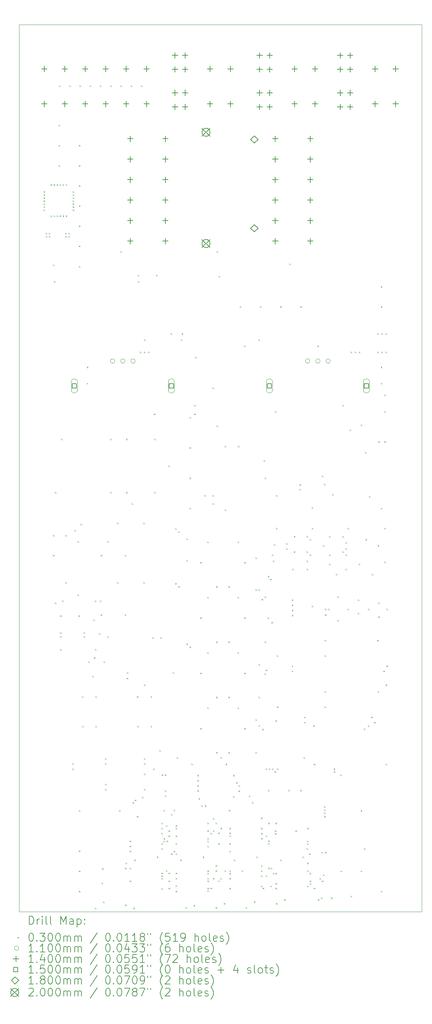
<source format=gbr>
%TF.GenerationSoftware,KiCad,Pcbnew,8.0.2*%
%TF.CreationDate,2024-12-14T16:16:48+01:00*%
%TF.ProjectId,pss_baseboard,7073735f-6261-4736-9562-6f6172642e6b,1.0.0*%
%TF.SameCoordinates,Original*%
%TF.FileFunction,Drillmap*%
%TF.FilePolarity,Positive*%
%FSLAX45Y45*%
G04 Gerber Fmt 4.5, Leading zero omitted, Abs format (unit mm)*
G04 Created by KiCad (PCBNEW 8.0.2) date 2024-12-14 16:16:48*
%MOMM*%
%LPD*%
G01*
G04 APERTURE LIST*
%ADD10C,0.100000*%
%ADD11C,0.200000*%
%ADD12C,0.110000*%
%ADD13C,0.140000*%
%ADD14C,0.150000*%
%ADD15C,0.180000*%
G04 APERTURE END LIST*
D10*
X16000000Y-24000000D02*
X16000000Y-2000000D01*
X26000000Y-2000000D02*
X26000000Y-24000000D01*
X16000000Y-2000000D02*
X26000000Y-2000000D01*
X26000000Y-24000000D02*
X16000000Y-24000000D01*
D11*
D10*
X16610000Y-6135000D02*
X16640000Y-6165000D01*
X16640000Y-6135000D02*
X16610000Y-6165000D01*
X16610000Y-6210000D02*
X16640000Y-6240000D01*
X16640000Y-6210000D02*
X16610000Y-6240000D01*
X16610000Y-6285000D02*
X16640000Y-6315000D01*
X16640000Y-6285000D02*
X16610000Y-6315000D01*
X16610000Y-6360000D02*
X16640000Y-6390000D01*
X16640000Y-6360000D02*
X16610000Y-6390000D01*
X16610000Y-6435000D02*
X16640000Y-6465000D01*
X16640000Y-6435000D02*
X16610000Y-6465000D01*
X16610000Y-6510000D02*
X16640000Y-6540000D01*
X16640000Y-6510000D02*
X16610000Y-6540000D01*
X16610000Y-6585000D02*
X16640000Y-6615000D01*
X16640000Y-6585000D02*
X16610000Y-6615000D01*
X16667000Y-7166600D02*
X16697000Y-7196600D01*
X16697000Y-7166600D02*
X16667000Y-7196600D01*
X16667000Y-7242800D02*
X16697000Y-7272800D01*
X16697000Y-7242800D02*
X16667000Y-7272800D01*
X16743200Y-7166600D02*
X16773200Y-7196600D01*
X16773200Y-7166600D02*
X16743200Y-7196600D01*
X16743200Y-7242800D02*
X16773200Y-7272800D01*
X16773200Y-7242800D02*
X16743200Y-7272800D01*
X16785000Y-5960000D02*
X16815000Y-5990000D01*
X16815000Y-5960000D02*
X16785000Y-5990000D01*
X16785000Y-6735000D02*
X16815000Y-6765000D01*
X16815000Y-6735000D02*
X16785000Y-6765000D01*
X16844800Y-7954000D02*
X16874800Y-7984000D01*
X16874800Y-7954000D02*
X16844800Y-7984000D01*
X16844800Y-14659600D02*
X16874800Y-14689600D01*
X16874800Y-14659600D02*
X16844800Y-14689600D01*
X16844800Y-15154900D02*
X16874800Y-15184900D01*
X16874800Y-15154900D02*
X16844800Y-15184900D01*
X16860000Y-5960000D02*
X16890000Y-5990000D01*
X16890000Y-5960000D02*
X16860000Y-5990000D01*
X16860000Y-6735000D02*
X16890000Y-6765000D01*
X16890000Y-6735000D02*
X16860000Y-6765000D01*
X16870200Y-8360400D02*
X16900200Y-8390400D01*
X16900200Y-8360400D02*
X16870200Y-8390400D01*
X16895600Y-13592800D02*
X16925600Y-13622800D01*
X16925600Y-13592800D02*
X16895600Y-13622800D01*
X16895600Y-16336000D02*
X16925600Y-16366000D01*
X16925600Y-16336000D02*
X16895600Y-16366000D01*
X16935000Y-5960000D02*
X16965000Y-5990000D01*
X16965000Y-5960000D02*
X16935000Y-5990000D01*
X16935000Y-6735000D02*
X16965000Y-6765000D01*
X16965000Y-6735000D02*
X16935000Y-6765000D01*
X16985000Y-4485000D02*
X17015000Y-4515000D01*
X17015000Y-4485000D02*
X16985000Y-4515000D01*
X16985000Y-4985000D02*
X17015000Y-5015000D01*
X17015000Y-4985000D02*
X16985000Y-5015000D01*
X16985000Y-5485000D02*
X17015000Y-5515000D01*
X17015000Y-5485000D02*
X16985000Y-5515000D01*
X16997200Y-3509000D02*
X17027200Y-3539000D01*
X17027200Y-3509000D02*
X16997200Y-3539000D01*
X17010000Y-5960000D02*
X17040000Y-5990000D01*
X17040000Y-5960000D02*
X17010000Y-5990000D01*
X17010000Y-6735000D02*
X17040000Y-6765000D01*
X17040000Y-6735000D02*
X17010000Y-6765000D01*
X17022600Y-16653500D02*
X17052600Y-16683500D01*
X17052600Y-16653500D02*
X17022600Y-16683500D01*
X17022600Y-17072600D02*
X17052600Y-17102600D01*
X17052600Y-17072600D02*
X17022600Y-17102600D01*
X17022600Y-17162600D02*
X17052600Y-17192600D01*
X17052600Y-17162600D02*
X17022600Y-17192600D01*
X17022600Y-17487600D02*
X17052600Y-17517600D01*
X17052600Y-17487600D02*
X17022600Y-17517600D01*
X17048000Y-12272000D02*
X17078000Y-12302000D01*
X17078000Y-12272000D02*
X17048000Y-12302000D01*
X17073400Y-16285200D02*
X17103400Y-16315200D01*
X17103400Y-16285200D02*
X17073400Y-16315200D01*
X17085000Y-5960000D02*
X17115000Y-5990000D01*
X17115000Y-5960000D02*
X17085000Y-5990000D01*
X17085000Y-6735000D02*
X17115000Y-6765000D01*
X17115000Y-6735000D02*
X17085000Y-6765000D01*
X17149600Y-7166600D02*
X17179600Y-7196600D01*
X17179600Y-7166600D02*
X17149600Y-7196600D01*
X17149600Y-7242800D02*
X17179600Y-7272800D01*
X17179600Y-7242800D02*
X17149600Y-7272800D01*
X17149600Y-14659600D02*
X17179600Y-14689600D01*
X17179600Y-14659600D02*
X17149600Y-14689600D01*
X17149600Y-15828000D02*
X17179600Y-15858000D01*
X17179600Y-15828000D02*
X17149600Y-15858000D01*
X17160000Y-5960000D02*
X17190000Y-5990000D01*
X17190000Y-5960000D02*
X17160000Y-5990000D01*
X17160000Y-6735000D02*
X17190000Y-6765000D01*
X17190000Y-6735000D02*
X17160000Y-6765000D01*
X17225800Y-7166600D02*
X17255800Y-7196600D01*
X17255800Y-7166600D02*
X17225800Y-7196600D01*
X17225800Y-7242800D02*
X17255800Y-7272800D01*
X17255800Y-7242800D02*
X17225800Y-7272800D01*
X17251200Y-3509000D02*
X17281200Y-3539000D01*
X17281200Y-3509000D02*
X17251200Y-3539000D01*
X17327400Y-20323800D02*
X17357400Y-20353800D01*
X17357400Y-20323800D02*
X17327400Y-20353800D01*
X17327400Y-20450800D02*
X17357400Y-20480800D01*
X17357400Y-20450800D02*
X17327400Y-20480800D01*
X17335000Y-6135000D02*
X17365000Y-6165000D01*
X17365000Y-6135000D02*
X17335000Y-6165000D01*
X17335000Y-6210000D02*
X17365000Y-6240000D01*
X17365000Y-6210000D02*
X17335000Y-6240000D01*
X17335000Y-6285000D02*
X17365000Y-6315000D01*
X17365000Y-6285000D02*
X17335000Y-6315000D01*
X17335000Y-6360000D02*
X17365000Y-6390000D01*
X17365000Y-6360000D02*
X17335000Y-6390000D01*
X17335000Y-6435000D02*
X17365000Y-6465000D01*
X17365000Y-6435000D02*
X17335000Y-6465000D01*
X17335000Y-6510000D02*
X17365000Y-6540000D01*
X17365000Y-6510000D02*
X17335000Y-6540000D01*
X17335000Y-6585000D02*
X17365000Y-6615000D01*
X17365000Y-6585000D02*
X17335000Y-6615000D01*
X17378200Y-14532600D02*
X17408200Y-14562600D01*
X17408200Y-14532600D02*
X17378200Y-14562600D01*
X17454400Y-14812000D02*
X17484400Y-14842000D01*
X17484400Y-14812000D02*
X17454400Y-14842000D01*
X17454400Y-16132800D02*
X17484400Y-16162800D01*
X17484400Y-16132800D02*
X17454400Y-16162800D01*
X17479800Y-16653500D02*
X17509800Y-16683500D01*
X17509800Y-16653500D02*
X17479800Y-16683500D01*
X17485000Y-4985000D02*
X17515000Y-5015000D01*
X17515000Y-4985000D02*
X17485000Y-5015000D01*
X17485000Y-5485000D02*
X17515000Y-5515000D01*
X17515000Y-5485000D02*
X17485000Y-5515000D01*
X17485000Y-5985000D02*
X17515000Y-6015000D01*
X17515000Y-5985000D02*
X17485000Y-6015000D01*
X17485000Y-6485000D02*
X17515000Y-6515000D01*
X17515000Y-6485000D02*
X17485000Y-6515000D01*
X17485000Y-6985000D02*
X17515000Y-7015000D01*
X17515000Y-6985000D02*
X17485000Y-7015000D01*
X17485000Y-7485000D02*
X17515000Y-7515000D01*
X17515000Y-7485000D02*
X17485000Y-7515000D01*
X17485000Y-7985000D02*
X17515000Y-8015000D01*
X17515000Y-7985000D02*
X17485000Y-8015000D01*
X17485000Y-21485000D02*
X17515000Y-21515000D01*
X17515000Y-21485000D02*
X17485000Y-21515000D01*
X17485000Y-22485000D02*
X17515000Y-22515000D01*
X17515000Y-22485000D02*
X17485000Y-22515000D01*
X17485000Y-22985000D02*
X17515000Y-23015000D01*
X17515000Y-22985000D02*
X17485000Y-23015000D01*
X17485000Y-23485000D02*
X17515000Y-23515000D01*
X17515000Y-23485000D02*
X17485000Y-23515000D01*
X17505200Y-3509000D02*
X17535200Y-3539000D01*
X17535200Y-3509000D02*
X17505200Y-3539000D01*
X17530600Y-14380200D02*
X17560600Y-14410200D01*
X17560600Y-14380200D02*
X17530600Y-14410200D01*
X17568700Y-18660100D02*
X17598700Y-18690100D01*
X17598700Y-18660100D02*
X17568700Y-18690100D01*
X17568700Y-19396700D02*
X17598700Y-19426700D01*
X17598700Y-19396700D02*
X17568700Y-19426700D01*
X17606800Y-17072600D02*
X17636800Y-17102600D01*
X17636800Y-17072600D02*
X17606800Y-17102600D01*
X17606800Y-17162600D02*
X17636800Y-17192600D01*
X17636800Y-17162600D02*
X17606800Y-17192600D01*
X17685000Y-10485000D02*
X17715000Y-10515000D01*
X17715000Y-10485000D02*
X17685000Y-10515000D01*
X17685000Y-10885000D02*
X17715000Y-10915000D01*
X17715000Y-10885000D02*
X17685000Y-10915000D01*
X17721100Y-17796500D02*
X17751100Y-17826500D01*
X17751100Y-17796500D02*
X17721100Y-17826500D01*
X17759200Y-3509000D02*
X17789200Y-3539000D01*
X17789200Y-3509000D02*
X17759200Y-3539000D01*
X17822700Y-18152100D02*
X17852700Y-18182100D01*
X17852700Y-18152100D02*
X17822700Y-18182100D01*
X17848100Y-16755100D02*
X17878100Y-16785100D01*
X17878100Y-16755100D02*
X17848100Y-16785100D01*
X17860800Y-17694900D02*
X17890800Y-17724900D01*
X17890800Y-17694900D02*
X17860800Y-17724900D01*
X17886200Y-16285200D02*
X17916200Y-16315200D01*
X17916200Y-16285200D02*
X17886200Y-16315200D01*
X17886200Y-17487600D02*
X17916200Y-17517600D01*
X17916200Y-17487600D02*
X17886200Y-17517600D01*
X17886200Y-23905200D02*
X17916200Y-23935200D01*
X17916200Y-23905200D02*
X17886200Y-23935200D01*
X17898900Y-18660100D02*
X17928900Y-18690100D01*
X17928900Y-18660100D02*
X17898900Y-18690100D01*
X17898900Y-19396700D02*
X17928900Y-19426700D01*
X17928900Y-19396700D02*
X17898900Y-19426700D01*
X17987800Y-17098000D02*
X18017800Y-17128000D01*
X18017800Y-17098000D02*
X17987800Y-17128000D01*
X18013200Y-3509000D02*
X18043200Y-3539000D01*
X18043200Y-3509000D02*
X18013200Y-3539000D01*
X18013200Y-16285200D02*
X18043200Y-16315200D01*
X18043200Y-16285200D02*
X18013200Y-16315200D01*
X18029747Y-15154900D02*
X18059747Y-15184900D01*
X18059747Y-15154900D02*
X18029747Y-15184900D01*
X18029747Y-16628100D02*
X18059747Y-16658100D01*
X18059747Y-16628100D02*
X18029747Y-16658100D01*
X18051300Y-23282900D02*
X18081300Y-23312900D01*
X18081300Y-23282900D02*
X18051300Y-23312900D01*
X18064000Y-22927300D02*
X18094000Y-22957300D01*
X18094000Y-22927300D02*
X18064000Y-22957300D01*
X18089400Y-23752800D02*
X18119400Y-23782800D01*
X18119400Y-23752800D02*
X18089400Y-23782800D01*
X18102100Y-17796500D02*
X18132100Y-17826500D01*
X18132100Y-17796500D02*
X18102100Y-17826500D01*
X18140200Y-20196800D02*
X18170200Y-20226800D01*
X18170200Y-20196800D02*
X18140200Y-20226800D01*
X18140200Y-20323800D02*
X18170200Y-20353800D01*
X18170200Y-20323800D02*
X18140200Y-20353800D01*
X18140200Y-20831800D02*
X18170200Y-20861800D01*
X18170200Y-20831800D02*
X18140200Y-20861800D01*
X18140200Y-20958800D02*
X18170200Y-20988800D01*
X18170200Y-20958800D02*
X18140200Y-20988800D01*
X18191000Y-14812000D02*
X18221000Y-14842000D01*
X18221000Y-14812000D02*
X18191000Y-14842000D01*
X18191000Y-17174200D02*
X18221000Y-17204200D01*
X18221000Y-17174200D02*
X18191000Y-17204200D01*
X18267200Y-3509000D02*
X18297200Y-3539000D01*
X18297200Y-3509000D02*
X18267200Y-3539000D01*
X18267200Y-12272000D02*
X18297200Y-12302000D01*
X18297200Y-12272000D02*
X18267200Y-12302000D01*
X18267200Y-13592800D02*
X18297200Y-13622800D01*
X18297200Y-13592800D02*
X18267200Y-13622800D01*
X18436147Y-14354800D02*
X18466147Y-14384800D01*
X18466147Y-14354800D02*
X18436147Y-14384800D01*
X18436147Y-15828000D02*
X18466147Y-15858000D01*
X18466147Y-15828000D02*
X18436147Y-15858000D01*
X18485000Y-21485000D02*
X18515000Y-21515000D01*
X18515000Y-21485000D02*
X18485000Y-21515000D01*
X18521200Y-3509000D02*
X18551200Y-3539000D01*
X18551200Y-3509000D02*
X18521200Y-3539000D01*
X18521200Y-7623800D02*
X18551200Y-7653800D01*
X18551200Y-7623800D02*
X18521200Y-7653800D01*
X18626647Y-15154900D02*
X18656647Y-15184900D01*
X18656647Y-15154900D02*
X18626647Y-15184900D01*
X18626647Y-16628100D02*
X18656647Y-16658100D01*
X18656647Y-16628100D02*
X18626647Y-16658100D01*
X18635500Y-22914600D02*
X18665500Y-22944600D01*
X18665500Y-22914600D02*
X18635500Y-22944600D01*
X18635500Y-23829000D02*
X18665500Y-23859000D01*
X18665500Y-23829000D02*
X18635500Y-23859000D01*
X18648200Y-22787600D02*
X18678200Y-22817600D01*
X18678200Y-22787600D02*
X18648200Y-22817600D01*
X18660900Y-12272000D02*
X18690900Y-12302000D01*
X18690900Y-12272000D02*
X18660900Y-12302000D01*
X18660900Y-13592800D02*
X18690900Y-13622800D01*
X18690900Y-13592800D02*
X18660900Y-13622800D01*
X18673600Y-18202900D02*
X18703600Y-18232900D01*
X18703600Y-18202900D02*
X18673600Y-18232900D01*
X18679800Y-18063200D02*
X18709800Y-18093200D01*
X18709800Y-18063200D02*
X18679800Y-18093200D01*
X18749800Y-22241500D02*
X18779800Y-22271500D01*
X18779800Y-22241500D02*
X18749800Y-22271500D01*
X18749800Y-22368500D02*
X18779800Y-22398500D01*
X18779800Y-22368500D02*
X18749800Y-22398500D01*
X18749800Y-22495500D02*
X18779800Y-22525500D01*
X18779800Y-22495500D02*
X18749800Y-22525500D01*
X18749800Y-22914600D02*
X18779800Y-22944600D01*
X18779800Y-22914600D02*
X18749800Y-22944600D01*
X18749800Y-23232100D02*
X18779800Y-23262100D01*
X18779800Y-23232100D02*
X18749800Y-23262100D01*
X18775200Y-3509000D02*
X18805200Y-3539000D01*
X18805200Y-3509000D02*
X18775200Y-3539000D01*
X18800600Y-13872200D02*
X18830600Y-13902200D01*
X18830600Y-13872200D02*
X18800600Y-13902200D01*
X18821280Y-21289000D02*
X18851280Y-21319000D01*
X18851280Y-21289000D02*
X18821280Y-21319000D01*
X18838700Y-23905200D02*
X18868700Y-23935200D01*
X18868700Y-23905200D02*
X18838700Y-23935200D01*
X18864100Y-22711400D02*
X18894100Y-22741400D01*
X18894100Y-22711400D02*
X18864100Y-22741400D01*
X18876800Y-21225500D02*
X18906800Y-21255500D01*
X18906800Y-21225500D02*
X18876800Y-21255500D01*
X18927600Y-18660100D02*
X18957600Y-18690100D01*
X18957600Y-18660100D02*
X18927600Y-18690100D01*
X18927600Y-21631900D02*
X18957600Y-21661900D01*
X18957600Y-21631900D02*
X18927600Y-21661900D01*
X18940300Y-19396700D02*
X18970300Y-19426700D01*
X18970300Y-19396700D02*
X18940300Y-19426700D01*
X18953000Y-8208000D02*
X18983000Y-8238000D01*
X18983000Y-8208000D02*
X18953000Y-8238000D01*
X18953000Y-8360400D02*
X18983000Y-8390400D01*
X18983000Y-8360400D02*
X18953000Y-8390400D01*
X19003800Y-10113000D02*
X19033800Y-10143000D01*
X19033800Y-10113000D02*
X19003800Y-10143000D01*
X19029200Y-3509000D02*
X19059200Y-3539000D01*
X19059200Y-3509000D02*
X19029200Y-3539000D01*
X19054600Y-21154020D02*
X19084600Y-21184020D01*
X19084600Y-21154020D02*
X19054600Y-21184020D01*
X19086497Y-14354800D02*
X19116497Y-14384800D01*
X19116497Y-14354800D02*
X19086497Y-14384800D01*
X19086497Y-15828000D02*
X19116497Y-15858000D01*
X19116497Y-15828000D02*
X19086497Y-15858000D01*
X19105400Y-9808200D02*
X19135400Y-9838200D01*
X19135400Y-9808200D02*
X19105400Y-9838200D01*
X19105400Y-10113000D02*
X19135400Y-10143000D01*
X19135400Y-10113000D02*
X19105400Y-10143000D01*
X19105400Y-18368000D02*
X19135400Y-18398000D01*
X19135400Y-18368000D02*
X19105400Y-18398000D01*
X19105400Y-20196800D02*
X19135400Y-20226800D01*
X19135400Y-20196800D02*
X19105400Y-20226800D01*
X19105400Y-20323800D02*
X19135400Y-20353800D01*
X19135400Y-20323800D02*
X19105400Y-20353800D01*
X19105400Y-20577800D02*
X19135400Y-20607800D01*
X19135400Y-20577800D02*
X19105400Y-20607800D01*
X19105400Y-20958800D02*
X19135400Y-20988800D01*
X19135400Y-20958800D02*
X19105400Y-20988800D01*
X19207000Y-10113000D02*
X19237000Y-10143000D01*
X19237000Y-10113000D02*
X19207000Y-10143000D01*
X19270500Y-18660100D02*
X19300500Y-18690100D01*
X19300500Y-18660100D02*
X19270500Y-18690100D01*
X19270500Y-19396700D02*
X19300500Y-19426700D01*
X19300500Y-19396700D02*
X19270500Y-19426700D01*
X19308600Y-17199600D02*
X19338600Y-17229600D01*
X19338600Y-17199600D02*
X19308600Y-17229600D01*
X19334000Y-20450800D02*
X19364000Y-20480800D01*
X19364000Y-20450800D02*
X19334000Y-20480800D01*
X19349200Y-11647200D02*
X19379200Y-11677200D01*
X19379200Y-11647200D02*
X19349200Y-11677200D01*
X19359400Y-12272000D02*
X19389400Y-12302000D01*
X19389400Y-12272000D02*
X19359400Y-12302000D01*
X19359400Y-13592800D02*
X19389400Y-13622800D01*
X19389400Y-13592800D02*
X19359400Y-13622800D01*
X19404343Y-8201623D02*
X19434343Y-8231623D01*
X19434343Y-8201623D02*
X19404343Y-8231623D01*
X19422900Y-22635200D02*
X19452900Y-22665200D01*
X19452900Y-22635200D02*
X19422900Y-22665200D01*
X19486400Y-19993600D02*
X19516400Y-20023600D01*
X19516400Y-19993600D02*
X19486400Y-20023600D01*
X19511800Y-17199600D02*
X19541800Y-17229600D01*
X19541800Y-17199600D02*
X19511800Y-17229600D01*
X19537200Y-21797000D02*
X19567200Y-21827000D01*
X19567200Y-21797000D02*
X19537200Y-21827000D01*
X19537200Y-21924000D02*
X19567200Y-21954000D01*
X19567200Y-21924000D02*
X19537200Y-21954000D01*
X19537200Y-22051000D02*
X19567200Y-22081000D01*
X19567200Y-22051000D02*
X19537200Y-22081000D01*
X19537200Y-22305000D02*
X19567200Y-22335000D01*
X19567200Y-22305000D02*
X19537200Y-22335000D01*
X19537200Y-22432000D02*
X19567200Y-22462000D01*
X19567200Y-22432000D02*
X19537200Y-22462000D01*
X19537200Y-23037959D02*
X19567200Y-23067959D01*
X19567200Y-23037959D02*
X19537200Y-23067959D01*
X19537200Y-23103280D02*
X19567200Y-23133280D01*
X19567200Y-23103280D02*
X19537200Y-23133280D01*
X19537200Y-23168600D02*
X19567200Y-23198600D01*
X19567200Y-23168600D02*
X19537200Y-23198600D01*
X19537200Y-23422600D02*
X19567200Y-23452600D01*
X19567200Y-23422600D02*
X19537200Y-23452600D01*
X19543696Y-20598604D02*
X19573696Y-20628604D01*
X19573696Y-20598604D02*
X19543696Y-20628604D01*
X19588000Y-22243372D02*
X19618000Y-22273372D01*
X19618000Y-22243372D02*
X19588000Y-22273372D01*
X19592720Y-21479500D02*
X19622720Y-21509500D01*
X19622720Y-21479500D02*
X19592720Y-21509500D01*
X19592720Y-22178000D02*
X19622720Y-22208000D01*
X19622720Y-22178000D02*
X19592720Y-22208000D01*
X19619049Y-20598900D02*
X19649049Y-20628900D01*
X19649049Y-20598900D02*
X19619049Y-20628900D01*
X19619049Y-20992600D02*
X19649049Y-21022600D01*
X19649049Y-20992600D02*
X19619049Y-21022600D01*
X19619049Y-21119600D02*
X19649049Y-21149600D01*
X19649049Y-21119600D02*
X19619049Y-21149600D01*
X19651500Y-21860500D02*
X19681500Y-21890500D01*
X19681500Y-21860500D02*
X19651500Y-21890500D01*
X19651500Y-22978100D02*
X19681500Y-23008100D01*
X19681500Y-22978100D02*
X19651500Y-23008100D01*
X19664423Y-22241277D02*
X19694423Y-22271277D01*
X19694423Y-22241277D02*
X19664423Y-22271277D01*
X19710000Y-12935000D02*
X19740000Y-12965000D01*
X19740000Y-12935000D02*
X19710000Y-12965000D01*
X19715000Y-21987500D02*
X19745000Y-22017500D01*
X19745000Y-21987500D02*
X19715000Y-22017500D01*
X19715000Y-22114500D02*
X19745000Y-22144500D01*
X19745000Y-22114500D02*
X19715000Y-22144500D01*
X19715000Y-23037959D02*
X19745000Y-23067959D01*
X19745000Y-23037959D02*
X19715000Y-23067959D01*
X19715000Y-23232100D02*
X19745000Y-23262100D01*
X19745000Y-23232100D02*
X19715000Y-23262100D01*
X19715000Y-23409900D02*
X19745000Y-23439900D01*
X19745000Y-23409900D02*
X19715000Y-23439900D01*
X19765800Y-9655800D02*
X19795800Y-9685800D01*
X19795800Y-9655800D02*
X19765800Y-9685800D01*
X19778500Y-21581100D02*
X19808500Y-21611100D01*
X19808500Y-21581100D02*
X19778500Y-21611100D01*
X19778500Y-22559000D02*
X19808500Y-22589000D01*
X19808500Y-22559000D02*
X19778500Y-22589000D01*
X19816600Y-18063200D02*
X19846600Y-18093200D01*
X19846600Y-18063200D02*
X19816600Y-18093200D01*
X19842000Y-21474780D02*
X19872000Y-21504780D01*
X19872000Y-21474780D02*
X19842000Y-21504780D01*
X19842000Y-22495500D02*
X19872000Y-22525500D01*
X19872000Y-22495500D02*
X19842000Y-22525500D01*
X19880100Y-14494500D02*
X19910100Y-14524500D01*
X19910100Y-14494500D02*
X19880100Y-14524500D01*
X19880100Y-15853400D02*
X19910100Y-15883400D01*
X19910100Y-15853400D02*
X19880100Y-15883400D01*
X19892800Y-21858680D02*
X19922800Y-21888680D01*
X19922800Y-21858680D02*
X19892800Y-21888680D01*
X19892800Y-21924000D02*
X19922800Y-21954000D01*
X19922800Y-21924000D02*
X19892800Y-21954000D01*
X19892800Y-22114500D02*
X19922800Y-22144500D01*
X19922800Y-22114500D02*
X19892800Y-22144500D01*
X19892800Y-22305000D02*
X19922800Y-22335000D01*
X19922800Y-22305000D02*
X19892800Y-22335000D01*
X19892800Y-22559000D02*
X19922800Y-22589000D01*
X19922800Y-22559000D02*
X19892800Y-22589000D01*
X19892800Y-23037959D02*
X19922800Y-23067959D01*
X19922800Y-23037959D02*
X19892800Y-23067959D01*
X19892800Y-23168600D02*
X19922800Y-23198600D01*
X19922800Y-23168600D02*
X19892800Y-23198600D01*
X19892800Y-23346400D02*
X19922800Y-23376400D01*
X19922800Y-23346400D02*
X19892800Y-23376400D01*
X19892800Y-23486100D02*
X19922800Y-23516100D01*
X19922800Y-23486100D02*
X19892800Y-23516100D01*
X19918200Y-20172180D02*
X19948200Y-20202180D01*
X19948200Y-20172180D02*
X19918200Y-20202180D01*
X19956300Y-14570700D02*
X19986300Y-14600700D01*
X19986300Y-14570700D02*
X19956300Y-14600700D01*
X19956300Y-15929600D02*
X19986300Y-15959600D01*
X19986300Y-15929600D02*
X19956300Y-15959600D01*
X20007100Y-22711400D02*
X20037100Y-22741400D01*
X20037100Y-22711400D02*
X20007100Y-22741400D01*
X20019800Y-9808200D02*
X20049800Y-9838200D01*
X20049800Y-9808200D02*
X20019800Y-9838200D01*
X20038700Y-9655800D02*
X20068700Y-9685800D01*
X20068700Y-9655800D02*
X20038700Y-9685800D01*
X20134100Y-23892500D02*
X20164100Y-23922500D01*
X20164100Y-23892500D02*
X20134100Y-23922500D01*
X20159500Y-14748500D02*
X20189500Y-14778500D01*
X20189500Y-14748500D02*
X20159500Y-14778500D01*
X20159500Y-15281900D02*
X20189500Y-15311900D01*
X20189500Y-15281900D02*
X20159500Y-15311900D01*
X20159500Y-17352000D02*
X20189500Y-17382000D01*
X20189500Y-17352000D02*
X20159500Y-17382000D01*
X20235000Y-11735000D02*
X20265000Y-11765000D01*
X20265000Y-11735000D02*
X20235000Y-11765000D01*
X20235000Y-12485000D02*
X20265000Y-12515000D01*
X20265000Y-12485000D02*
X20235000Y-12515000D01*
X20235000Y-13235000D02*
X20265000Y-13265000D01*
X20265000Y-13235000D02*
X20235000Y-13265000D01*
X20235000Y-13985000D02*
X20265000Y-14015000D01*
X20265000Y-13985000D02*
X20235000Y-14015000D01*
X20235700Y-17428200D02*
X20265700Y-17458200D01*
X20265700Y-17428200D02*
X20235700Y-17458200D01*
X20279449Y-20332200D02*
X20309449Y-20362200D01*
X20309449Y-20332200D02*
X20279449Y-20362200D01*
X20337300Y-23834480D02*
X20367300Y-23864480D01*
X20367300Y-23834480D02*
X20337300Y-23864480D01*
X20348600Y-11647200D02*
X20378600Y-11677200D01*
X20378600Y-11647200D02*
X20348600Y-11677200D01*
X20350000Y-11433800D02*
X20380000Y-11463800D01*
X20380000Y-11433800D02*
X20350000Y-11463800D01*
X20375400Y-10240000D02*
X20405400Y-10270000D01*
X20405400Y-10240000D02*
X20375400Y-10270000D01*
X20430000Y-20611600D02*
X20460000Y-20641600D01*
X20460000Y-20611600D02*
X20430000Y-20641600D01*
X20430000Y-20738600D02*
X20460000Y-20768600D01*
X20460000Y-20738600D02*
X20430000Y-20768600D01*
X20430000Y-20865600D02*
X20460000Y-20895600D01*
X20460000Y-20865600D02*
X20430000Y-20895600D01*
X20430000Y-20992600D02*
X20460000Y-21022600D01*
X20460000Y-20992600D02*
X20430000Y-21022600D01*
X20464300Y-21187400D02*
X20494300Y-21217400D01*
X20494300Y-21187400D02*
X20464300Y-21217400D01*
X20502400Y-15332700D02*
X20532400Y-15362700D01*
X20532400Y-15332700D02*
X20502400Y-15362700D01*
X20502400Y-16704300D02*
X20532400Y-16734300D01*
X20532400Y-16704300D02*
X20502400Y-16734300D01*
X20502400Y-18075900D02*
X20532400Y-18105900D01*
X20532400Y-18075900D02*
X20502400Y-18105900D01*
X20502400Y-19447500D02*
X20532400Y-19477500D01*
X20532400Y-19447500D02*
X20502400Y-19477500D01*
X20527800Y-21365200D02*
X20557800Y-21395200D01*
X20557800Y-21365200D02*
X20527800Y-21395200D01*
X20565900Y-22635200D02*
X20595900Y-22665200D01*
X20595900Y-22635200D02*
X20565900Y-22665200D01*
X20604000Y-13669000D02*
X20634000Y-13699000D01*
X20634000Y-13669000D02*
X20604000Y-13699000D01*
X20616700Y-21365200D02*
X20646700Y-21395200D01*
X20646700Y-21365200D02*
X20616700Y-21395200D01*
X20676300Y-14824700D02*
X20706300Y-14854700D01*
X20706300Y-14824700D02*
X20676300Y-14854700D01*
X20676300Y-16196300D02*
X20706300Y-16226300D01*
X20706300Y-16196300D02*
X20676300Y-16226300D01*
X20676300Y-17567900D02*
X20706300Y-17597900D01*
X20706300Y-17567900D02*
X20676300Y-17597900D01*
X20676300Y-18939500D02*
X20706300Y-18969500D01*
X20706300Y-18939500D02*
X20676300Y-18969500D01*
X20680090Y-23232652D02*
X20710090Y-23262652D01*
X20710090Y-23232652D02*
X20680090Y-23262652D01*
X20680200Y-21797000D02*
X20710200Y-21827000D01*
X20710200Y-21797000D02*
X20680200Y-21827000D01*
X20680200Y-21987500D02*
X20710200Y-22017500D01*
X20710200Y-21987500D02*
X20680200Y-22017500D01*
X20680200Y-22178000D02*
X20710200Y-22208000D01*
X20710200Y-22178000D02*
X20680200Y-22208000D01*
X20680200Y-22243320D02*
X20710200Y-22273320D01*
X20710200Y-22243320D02*
X20680200Y-22273320D01*
X20680200Y-22370320D02*
X20710200Y-22400320D01*
X20710200Y-22370320D02*
X20680200Y-22400320D01*
X20680200Y-22976280D02*
X20710200Y-23006280D01*
X20710200Y-22976280D02*
X20680200Y-23006280D01*
X20680200Y-23041600D02*
X20710200Y-23071600D01*
X20710200Y-23041600D02*
X20680200Y-23071600D01*
X20680200Y-23408080D02*
X20710200Y-23438080D01*
X20710200Y-23408080D02*
X20680200Y-23438080D01*
X20680200Y-23473400D02*
X20710200Y-23503400D01*
X20710200Y-23473400D02*
X20680200Y-23503400D01*
X20680202Y-23167332D02*
X20710202Y-23197332D01*
X20710202Y-23167332D02*
X20680202Y-23197332D01*
X20756400Y-22051000D02*
X20786400Y-22081000D01*
X20786400Y-22051000D02*
X20756400Y-22081000D01*
X20756400Y-23409900D02*
X20786400Y-23439900D01*
X20786400Y-23409900D02*
X20756400Y-23439900D01*
X20807200Y-11002000D02*
X20837200Y-11032000D01*
X20837200Y-11002000D02*
X20807200Y-11032000D01*
X20807200Y-13669000D02*
X20837200Y-13699000D01*
X20837200Y-13669000D02*
X20807200Y-13699000D01*
X20807200Y-13872200D02*
X20837200Y-13902200D01*
X20837200Y-13872200D02*
X20807200Y-13902200D01*
X20819900Y-21682700D02*
X20849900Y-21712700D01*
X20849900Y-21682700D02*
X20819900Y-21712700D01*
X20819900Y-21987500D02*
X20849900Y-22017500D01*
X20849900Y-21987500D02*
X20819900Y-22017500D01*
X20819900Y-23168600D02*
X20849900Y-23198600D01*
X20849900Y-23168600D02*
X20819900Y-23198600D01*
X20883400Y-21797000D02*
X20913400Y-21827000D01*
X20913400Y-21797000D02*
X20883400Y-21827000D01*
X20883400Y-22849280D02*
X20913400Y-22879280D01*
X20913400Y-22849280D02*
X20883400Y-22879280D01*
X20883400Y-22978100D02*
X20913400Y-23008100D01*
X20913400Y-22978100D02*
X20883400Y-23008100D01*
X20883400Y-23892500D02*
X20913400Y-23922500D01*
X20913400Y-23892500D02*
X20883400Y-23922500D01*
X20896100Y-15929600D02*
X20926100Y-15959600D01*
X20926100Y-15929600D02*
X20896100Y-15959600D01*
X20896100Y-17301200D02*
X20926100Y-17331200D01*
X20926100Y-17301200D02*
X20896100Y-17331200D01*
X20896100Y-18672800D02*
X20926100Y-18702800D01*
X20926100Y-18672800D02*
X20896100Y-18702800D01*
X20896100Y-20044400D02*
X20926100Y-20074400D01*
X20926100Y-20044400D02*
X20896100Y-20074400D01*
X20908800Y-7623800D02*
X20938800Y-7653800D01*
X20938800Y-7623800D02*
X20908800Y-7653800D01*
X20908800Y-11941800D02*
X20938800Y-11971800D01*
X20938800Y-11941800D02*
X20908800Y-11971800D01*
X20946900Y-22043020D02*
X20976900Y-22073020D01*
X20976900Y-22043020D02*
X20946900Y-22073020D01*
X20946900Y-22305000D02*
X20976900Y-22335000D01*
X20976900Y-22305000D02*
X20946900Y-22335000D01*
X20946900Y-23232100D02*
X20976900Y-23262100D01*
X20976900Y-23232100D02*
X20946900Y-23262100D01*
X20959600Y-8233400D02*
X20989600Y-8263400D01*
X20989600Y-8233400D02*
X20959600Y-8263400D01*
X21001500Y-20171400D02*
X21031500Y-20201400D01*
X21031500Y-20171400D02*
X21001500Y-20201400D01*
X21002420Y-23168600D02*
X21032420Y-23198600D01*
X21032420Y-23168600D02*
X21002420Y-23198600D01*
X21005680Y-21924000D02*
X21035680Y-21954000D01*
X21035680Y-21924000D02*
X21005680Y-21954000D01*
X21086600Y-23788760D02*
X21116600Y-23818760D01*
X21116600Y-23788760D02*
X21086600Y-23818760D01*
X21107280Y-22978100D02*
X21137280Y-23008100D01*
X21137280Y-22978100D02*
X21107280Y-23008100D01*
X21112000Y-12449800D02*
X21142000Y-12479800D01*
X21142000Y-12449800D02*
X21112000Y-12479800D01*
X21112000Y-14024600D02*
X21142000Y-14054600D01*
X21142000Y-14024600D02*
X21112000Y-14054600D01*
X21130349Y-20332200D02*
X21160349Y-20362200D01*
X21160349Y-20332200D02*
X21130349Y-20362200D01*
X21200900Y-15929600D02*
X21230900Y-15959600D01*
X21230900Y-15929600D02*
X21200900Y-15959600D01*
X21200900Y-17301200D02*
X21230900Y-17331200D01*
X21230900Y-17301200D02*
X21200900Y-17331200D01*
X21200900Y-18672800D02*
X21230900Y-18702800D01*
X21230900Y-18672800D02*
X21200900Y-18702800D01*
X21200900Y-20044400D02*
X21230900Y-20074400D01*
X21230900Y-20044400D02*
X21200900Y-20074400D01*
X21213600Y-21479500D02*
X21243600Y-21509500D01*
X21243600Y-21479500D02*
X21213600Y-21509500D01*
X21226300Y-21924000D02*
X21256300Y-21954000D01*
X21256300Y-21924000D02*
X21226300Y-21954000D01*
X21226300Y-22043020D02*
X21256300Y-22073020D01*
X21256300Y-22043020D02*
X21226300Y-22073020D01*
X21226300Y-22114500D02*
X21256300Y-22144500D01*
X21256300Y-22114500D02*
X21226300Y-22144500D01*
X21226300Y-22303180D02*
X21256300Y-22333180D01*
X21256300Y-22303180D02*
X21226300Y-22333180D01*
X21226300Y-22495500D02*
X21256300Y-22525500D01*
X21256300Y-22495500D02*
X21226300Y-22525500D01*
X21226300Y-22976280D02*
X21256300Y-23006280D01*
X21256300Y-22976280D02*
X21226300Y-23006280D01*
X21226300Y-23041600D02*
X21256300Y-23071600D01*
X21256300Y-23041600D02*
X21226300Y-23071600D01*
X21226300Y-23168600D02*
X21256300Y-23198600D01*
X21256300Y-23168600D02*
X21226300Y-23198600D01*
X21226300Y-23414620D02*
X21256300Y-23444620D01*
X21256300Y-23414620D02*
X21226300Y-23444620D01*
X21315200Y-21136600D02*
X21345200Y-21166600D01*
X21345200Y-21136600D02*
X21315200Y-21166600D01*
X21319000Y-20611600D02*
X21349000Y-20641600D01*
X21349000Y-20611600D02*
X21319000Y-20641600D01*
X21340600Y-22711400D02*
X21370600Y-22741400D01*
X21370600Y-22711400D02*
X21340600Y-22741400D01*
X21395200Y-20789400D02*
X21425200Y-20819400D01*
X21425200Y-20789400D02*
X21395200Y-20819400D01*
X21429500Y-14824700D02*
X21459500Y-14854700D01*
X21459500Y-14824700D02*
X21429500Y-14854700D01*
X21429500Y-16196300D02*
X21459500Y-16226300D01*
X21459500Y-16196300D02*
X21429500Y-16226300D01*
X21429500Y-17567900D02*
X21459500Y-17597900D01*
X21459500Y-17567900D02*
X21429500Y-17597900D01*
X21429500Y-18939500D02*
X21459500Y-18969500D01*
X21459500Y-18939500D02*
X21429500Y-18969500D01*
X21442200Y-12449800D02*
X21472200Y-12479800D01*
X21472200Y-12449800D02*
X21442200Y-12479800D01*
X21447280Y-20865600D02*
X21477280Y-20895600D01*
X21477280Y-20865600D02*
X21447280Y-20895600D01*
X21447280Y-20994360D02*
X21477280Y-21024360D01*
X21477280Y-20994360D02*
X21447280Y-21024360D01*
X21485000Y-8985000D02*
X21515000Y-9015000D01*
X21515000Y-8985000D02*
X21485000Y-9015000D01*
X21531100Y-22978100D02*
X21561100Y-23008100D01*
X21561100Y-22978100D02*
X21531100Y-23008100D01*
X21594600Y-9960600D02*
X21624600Y-9990600D01*
X21624600Y-9960600D02*
X21594600Y-9990600D01*
X21594600Y-15332700D02*
X21624600Y-15362700D01*
X21624600Y-15332700D02*
X21594600Y-15362700D01*
X21594600Y-16704300D02*
X21624600Y-16734300D01*
X21624600Y-16704300D02*
X21594600Y-16734300D01*
X21594600Y-18075900D02*
X21624600Y-18105900D01*
X21624600Y-18075900D02*
X21594600Y-18105900D01*
X21594600Y-19447500D02*
X21624600Y-19477500D01*
X21624600Y-19447500D02*
X21594600Y-19477500D01*
X21632700Y-23892500D02*
X21662700Y-23922500D01*
X21662700Y-23892500D02*
X21632700Y-23922500D01*
X21708900Y-21123900D02*
X21738900Y-21153900D01*
X21738900Y-21123900D02*
X21708900Y-21153900D01*
X21785000Y-21285000D02*
X21815000Y-21315000D01*
X21815000Y-21285000D02*
X21785000Y-21315000D01*
X21835900Y-23743040D02*
X21865900Y-23773040D01*
X21865900Y-23743040D02*
X21835900Y-23773040D01*
X21874000Y-15218400D02*
X21904000Y-15248400D01*
X21904000Y-15218400D02*
X21874000Y-15248400D01*
X21874000Y-16005800D02*
X21904000Y-16035800D01*
X21904000Y-16005800D02*
X21874000Y-16035800D01*
X21874000Y-19231600D02*
X21904000Y-19261600D01*
X21904000Y-19231600D02*
X21874000Y-19261600D01*
X21874000Y-20044400D02*
X21904000Y-20074400D01*
X21904000Y-20044400D02*
X21874000Y-20074400D01*
X21899400Y-22635200D02*
X21929400Y-22665200D01*
X21929400Y-22635200D02*
X21899400Y-22665200D01*
X21950200Y-9808200D02*
X21980200Y-9838200D01*
X21980200Y-9808200D02*
X21950200Y-9838200D01*
X21950200Y-16005800D02*
X21980200Y-16035800D01*
X21980200Y-16005800D02*
X21950200Y-16035800D01*
X21950200Y-17860000D02*
X21980200Y-17890000D01*
X21980200Y-17860000D02*
X21950200Y-17890000D01*
X21950200Y-18672800D02*
X21980200Y-18702800D01*
X21980200Y-18672800D02*
X21950200Y-18702800D01*
X21954000Y-19378613D02*
X21984000Y-19408613D01*
X21984000Y-19378613D02*
X21954000Y-19408613D01*
X21985000Y-8985000D02*
X22015000Y-9015000D01*
X22015000Y-8985000D02*
X21985000Y-9015000D01*
X22013700Y-21670000D02*
X22043700Y-21700000D01*
X22043700Y-21670000D02*
X22013700Y-21700000D01*
X22013700Y-21924000D02*
X22043700Y-21954000D01*
X22043700Y-21924000D02*
X22013700Y-21954000D01*
X22013700Y-22051000D02*
X22043700Y-22081000D01*
X22043700Y-22051000D02*
X22013700Y-22081000D01*
X22013700Y-22178000D02*
X22043700Y-22208000D01*
X22043700Y-22178000D02*
X22013700Y-22208000D01*
X22013700Y-22851100D02*
X22043700Y-22881100D01*
X22043700Y-22851100D02*
X22013700Y-22881100D01*
X22013700Y-22978100D02*
X22043700Y-23008100D01*
X22043700Y-22978100D02*
X22013700Y-23008100D01*
X22013700Y-23105100D02*
X22043700Y-23135100D01*
X22043700Y-23105100D02*
X22013700Y-23135100D01*
X22013700Y-23357280D02*
X22043700Y-23387280D01*
X22043700Y-23357280D02*
X22013700Y-23387280D01*
X22026400Y-16247100D02*
X22056400Y-16277100D01*
X22056400Y-16247100D02*
X22026400Y-16277100D01*
X22036160Y-19467799D02*
X22066160Y-19497799D01*
X22066160Y-19467799D02*
X22036160Y-19497799D01*
X22052008Y-23410187D02*
X22082008Y-23440187D01*
X22082008Y-23410187D02*
X22052008Y-23440187D01*
X22077200Y-12805400D02*
X22107200Y-12835400D01*
X22107200Y-12805400D02*
X22077200Y-12835400D01*
X22097120Y-18093680D02*
X22127120Y-18123680D01*
X22127120Y-18093680D02*
X22097120Y-18123680D01*
X22102600Y-13237200D02*
X22132600Y-13267200D01*
X22132600Y-13237200D02*
X22102600Y-13267200D01*
X22102600Y-16183600D02*
X22132600Y-16213600D01*
X22132600Y-16183600D02*
X22102600Y-16213600D01*
X22102600Y-17301200D02*
X22132600Y-17331200D01*
X22132600Y-17301200D02*
X22102600Y-17331200D01*
X22128000Y-17999700D02*
X22158000Y-18029700D01*
X22158000Y-17999700D02*
X22128000Y-18029700D01*
X22128000Y-20450800D02*
X22158000Y-20480800D01*
X22158000Y-20450800D02*
X22128000Y-20480800D01*
X22132720Y-22114500D02*
X22162720Y-22144500D01*
X22162720Y-22114500D02*
X22132720Y-22144500D01*
X22132720Y-23105100D02*
X22162720Y-23135100D01*
X22162720Y-23105100D02*
X22132720Y-23135100D01*
X22173320Y-16704300D02*
X22203320Y-16734300D01*
X22203320Y-16704300D02*
X22173320Y-16734300D01*
X22182600Y-15675600D02*
X22212600Y-15705600D01*
X22212600Y-15675600D02*
X22182600Y-15705600D01*
X22185000Y-20985000D02*
X22215000Y-21015000D01*
X22215000Y-20985000D02*
X22185000Y-21015000D01*
X22188240Y-22305000D02*
X22218240Y-22335000D01*
X22218240Y-22305000D02*
X22188240Y-22335000D01*
X22189680Y-22914600D02*
X22219680Y-22944600D01*
X22219680Y-22914600D02*
X22189680Y-22944600D01*
X22191500Y-21797000D02*
X22221500Y-21827000D01*
X22221500Y-21797000D02*
X22191500Y-21827000D01*
X22191500Y-22237859D02*
X22221500Y-22267859D01*
X22221500Y-22237859D02*
X22191500Y-22267859D01*
X22205359Y-20451959D02*
X22235359Y-20481959D01*
X22235359Y-20451959D02*
X22205359Y-20481959D01*
X22234680Y-15746720D02*
X22264680Y-15776720D01*
X22264680Y-15746720D02*
X22234680Y-15776720D01*
X22242300Y-23359100D02*
X22272300Y-23389100D01*
X22272300Y-23359100D02*
X22242300Y-23389100D01*
X22255000Y-22914600D02*
X22285000Y-22944600D01*
X22285000Y-22914600D02*
X22255000Y-22944600D01*
X22264760Y-16818600D02*
X22294760Y-16848600D01*
X22294760Y-16818600D02*
X22264760Y-16848600D01*
X22280400Y-15142200D02*
X22310400Y-15172200D01*
X22310400Y-15142200D02*
X22280400Y-15172200D01*
X22281559Y-20451959D02*
X22311559Y-20481959D01*
X22311559Y-20451959D02*
X22281559Y-20481959D01*
X22303980Y-23041600D02*
X22333980Y-23071600D01*
X22333980Y-23041600D02*
X22303980Y-23071600D01*
X22305800Y-15294600D02*
X22335800Y-15324600D01*
X22335800Y-15294600D02*
X22305800Y-15324600D01*
X22331200Y-14888200D02*
X22361200Y-14918200D01*
X22361200Y-14888200D02*
X22331200Y-14918200D01*
X22343900Y-20516120D02*
X22373900Y-20546120D01*
X22373900Y-20516120D02*
X22343900Y-20546120D01*
X22356600Y-11586200D02*
X22386600Y-11616200D01*
X22386600Y-11586200D02*
X22356600Y-11616200D01*
X22356600Y-21987500D02*
X22386600Y-22017500D01*
X22386600Y-21987500D02*
X22356600Y-22017500D01*
X22356600Y-22052820D02*
X22386600Y-22082820D01*
X22386600Y-22052820D02*
X22356600Y-22082820D01*
X22369027Y-19255437D02*
X22399027Y-19285437D01*
X22399027Y-19255437D02*
X22369027Y-19285437D01*
X22369300Y-21797000D02*
X22399300Y-21827000D01*
X22399300Y-21797000D02*
X22369300Y-21827000D01*
X22369300Y-23041600D02*
X22399300Y-23071600D01*
X22399300Y-23041600D02*
X22369300Y-23071600D01*
X22369300Y-23295600D02*
X22399300Y-23325600D01*
X22399300Y-23295600D02*
X22369300Y-23325600D01*
X22369300Y-23414620D02*
X22399300Y-23444620D01*
X22399300Y-23414620D02*
X22369300Y-23444620D01*
X22382000Y-13669000D02*
X22412000Y-13699000D01*
X22412000Y-13669000D02*
X22382000Y-13699000D01*
X22382000Y-14481800D02*
X22412000Y-14511800D01*
X22412000Y-14481800D02*
X22382000Y-14511800D01*
X22382000Y-23788760D02*
X22412000Y-23818760D01*
X22412000Y-23788760D02*
X22382000Y-23818760D01*
X22401920Y-17644100D02*
X22431920Y-17674100D01*
X22431920Y-17644100D02*
X22401920Y-17674100D01*
X22407400Y-18914100D02*
X22437400Y-18944100D01*
X22437400Y-18914100D02*
X22407400Y-18944100D01*
X22407760Y-20450800D02*
X22437760Y-20480800D01*
X22437760Y-20450800D02*
X22407760Y-20480800D01*
X22483600Y-22711400D02*
X22513600Y-22741400D01*
X22513600Y-22711400D02*
X22483600Y-22741400D01*
X22485000Y-8985000D02*
X22515000Y-9015000D01*
X22515000Y-8985000D02*
X22485000Y-9015000D01*
X22585200Y-23697320D02*
X22615200Y-23727320D01*
X22615200Y-23697320D02*
X22585200Y-23727320D01*
X22636000Y-14862800D02*
X22666000Y-14892800D01*
X22666000Y-14862800D02*
X22636000Y-14892800D01*
X22636000Y-14989800D02*
X22666000Y-15019800D01*
X22666000Y-14989800D02*
X22636000Y-15019800D01*
X22685000Y-20985000D02*
X22715000Y-21015000D01*
X22715000Y-20985000D02*
X22685000Y-21015000D01*
X22712200Y-7928600D02*
X22742200Y-7958600D01*
X22742200Y-7928600D02*
X22712200Y-7958600D01*
X22775700Y-16259800D02*
X22805700Y-16289800D01*
X22805700Y-16259800D02*
X22775700Y-16289800D01*
X22775700Y-16386800D02*
X22805700Y-16416800D01*
X22805700Y-16386800D02*
X22775700Y-16416800D01*
X22775700Y-16513800D02*
X22805700Y-16543800D01*
X22805700Y-16513800D02*
X22775700Y-16543800D01*
X22775700Y-16640800D02*
X22805700Y-16670800D01*
X22805700Y-16640800D02*
X22775700Y-16670800D01*
X22775700Y-17898100D02*
X22805700Y-17928100D01*
X22805700Y-17898100D02*
X22775700Y-17928100D01*
X22775700Y-18025100D02*
X22805700Y-18055100D01*
X22805700Y-18025100D02*
X22775700Y-18055100D01*
X22786250Y-15495650D02*
X22816250Y-15525650D01*
X22816250Y-15495650D02*
X22786250Y-15525650D01*
X22826500Y-14685000D02*
X22856500Y-14715000D01*
X22856500Y-14685000D02*
X22826500Y-14715000D01*
X22826500Y-15066000D02*
X22856500Y-15096000D01*
X22856500Y-15066000D02*
X22826500Y-15096000D01*
X22864600Y-21987500D02*
X22894600Y-22017500D01*
X22894600Y-21987500D02*
X22864600Y-22017500D01*
X22966200Y-13402300D02*
X22996200Y-13432300D01*
X22996200Y-13402300D02*
X22966200Y-13432300D01*
X22966200Y-13516600D02*
X22996200Y-13546600D01*
X22996200Y-13516600D02*
X22966200Y-13546600D01*
X22985000Y-8985000D02*
X23015000Y-9015000D01*
X23015000Y-8985000D02*
X22985000Y-9015000D01*
X22985000Y-20985000D02*
X23015000Y-21015000D01*
X23015000Y-20985000D02*
X22985000Y-21015000D01*
X23042400Y-22635200D02*
X23072400Y-22665200D01*
X23072400Y-22635200D02*
X23042400Y-22665200D01*
X23067800Y-20171400D02*
X23097800Y-20201400D01*
X23097800Y-20171400D02*
X23067800Y-20201400D01*
X23080500Y-19168100D02*
X23110500Y-19198100D01*
X23110500Y-19168100D02*
X23080500Y-19198100D01*
X23080500Y-19295100D02*
X23110500Y-19325100D01*
X23110500Y-19295100D02*
X23080500Y-19325100D01*
X23144000Y-14685000D02*
X23174000Y-14715000D01*
X23174000Y-14685000D02*
X23144000Y-14715000D01*
X23144000Y-15066000D02*
X23174000Y-15096000D01*
X23174000Y-15066000D02*
X23144000Y-15096000D01*
X23144000Y-15294600D02*
X23174000Y-15324600D01*
X23174000Y-15294600D02*
X23144000Y-15324600D01*
X23144000Y-15497800D02*
X23174000Y-15527800D01*
X23174000Y-15497800D02*
X23144000Y-15527800D01*
X23144000Y-22432000D02*
X23174000Y-22462000D01*
X23174000Y-22432000D02*
X23144000Y-22462000D01*
X23156700Y-21924000D02*
X23186700Y-21954000D01*
X23186700Y-21924000D02*
X23156700Y-21954000D01*
X23156700Y-22241500D02*
X23186700Y-22271500D01*
X23186700Y-22241500D02*
X23156700Y-22271500D01*
X23156700Y-22306820D02*
X23186700Y-22336820D01*
X23186700Y-22306820D02*
X23156700Y-22336820D01*
X23156700Y-22787600D02*
X23186700Y-22817600D01*
X23186700Y-22787600D02*
X23156700Y-22817600D01*
X23156700Y-22978100D02*
X23186700Y-23008100D01*
X23186700Y-22978100D02*
X23156700Y-23008100D01*
X23156700Y-23359100D02*
X23186700Y-23389100D01*
X23186700Y-23359100D02*
X23156700Y-23389100D01*
X23207500Y-22559000D02*
X23237500Y-22589000D01*
X23237500Y-22559000D02*
X23207500Y-22589000D01*
X23215480Y-23041600D02*
X23245480Y-23071600D01*
X23245480Y-23041600D02*
X23215480Y-23071600D01*
X23220200Y-14761200D02*
X23250200Y-14791200D01*
X23250200Y-14761200D02*
X23220200Y-14791200D01*
X23220200Y-15142200D02*
X23250200Y-15172200D01*
X23250200Y-15142200D02*
X23220200Y-15172200D01*
X23220200Y-23230280D02*
X23250200Y-23260280D01*
X23250200Y-23230280D02*
X23220200Y-23260280D01*
X23220200Y-23295600D02*
X23250200Y-23325600D01*
X23250200Y-23295600D02*
X23220200Y-23325600D01*
X23271000Y-13973800D02*
X23301000Y-14003800D01*
X23301000Y-13973800D02*
X23271000Y-14003800D01*
X23271000Y-14481800D02*
X23301000Y-14511800D01*
X23301000Y-14481800D02*
X23271000Y-14511800D01*
X23271000Y-16412200D02*
X23301000Y-16442200D01*
X23301000Y-16412200D02*
X23271000Y-16442200D01*
X23309100Y-19384000D02*
X23339100Y-19414000D01*
X23339100Y-19384000D02*
X23309100Y-19414000D01*
X23321800Y-20336500D02*
X23351800Y-20366500D01*
X23351800Y-20336500D02*
X23321800Y-20366500D01*
X23321800Y-23409900D02*
X23351800Y-23439900D01*
X23351800Y-23409900D02*
X23321800Y-23439900D01*
X23408600Y-9960600D02*
X23438600Y-9990600D01*
X23438600Y-9960600D02*
X23408600Y-9990600D01*
X23423400Y-23697320D02*
X23453400Y-23727320D01*
X23453400Y-23697320D02*
X23423400Y-23727320D01*
X23463680Y-23168600D02*
X23493680Y-23198600D01*
X23493680Y-23168600D02*
X23463680Y-23198600D01*
X23499600Y-23651600D02*
X23529600Y-23681600D01*
X23529600Y-23651600D02*
X23499600Y-23681600D01*
X23509400Y-22520900D02*
X23539400Y-22550900D01*
X23539400Y-22520900D02*
X23509400Y-22550900D01*
X23525000Y-13186400D02*
X23555000Y-13216400D01*
X23555000Y-13186400D02*
X23525000Y-13216400D01*
X23525000Y-23232100D02*
X23555000Y-23262100D01*
X23555000Y-23232100D02*
X23525000Y-23262100D01*
X23550400Y-14913600D02*
X23580400Y-14943600D01*
X23580400Y-14913600D02*
X23550400Y-14943600D01*
X23555120Y-23079700D02*
X23585120Y-23109700D01*
X23585120Y-23079700D02*
X23555120Y-23109700D01*
X23574641Y-21389441D02*
X23604641Y-21419441D01*
X23604641Y-21389441D02*
X23574641Y-21419441D01*
X23575800Y-13389600D02*
X23605800Y-13419600D01*
X23605800Y-13389600D02*
X23575800Y-13419600D01*
X23575800Y-21466800D02*
X23605800Y-21496800D01*
X23605800Y-21466800D02*
X23575800Y-21496800D01*
X23576959Y-21544159D02*
X23606959Y-21574159D01*
X23606959Y-21544159D02*
X23576959Y-21574159D01*
X23578975Y-21628725D02*
X23608975Y-21658725D01*
X23608975Y-21628725D02*
X23578975Y-21658725D01*
X23588500Y-17263100D02*
X23618500Y-17293100D01*
X23618500Y-17263100D02*
X23588500Y-17293100D01*
X23588500Y-17644100D02*
X23618500Y-17674100D01*
X23618500Y-17644100D02*
X23588500Y-17674100D01*
X23588500Y-18533100D02*
X23618500Y-18563100D01*
X23618500Y-18533100D02*
X23588500Y-18563100D01*
X23588500Y-18914100D02*
X23618500Y-18944100D01*
X23618500Y-18914100D02*
X23588500Y-18944100D01*
X23601200Y-16488400D02*
X23631200Y-16518400D01*
X23631200Y-16488400D02*
X23601200Y-16518400D01*
X23601200Y-16626000D02*
X23631200Y-16656000D01*
X23631200Y-16626000D02*
X23601200Y-16656000D01*
X23601200Y-22520900D02*
X23631200Y-22550900D01*
X23631200Y-22520900D02*
X23601200Y-22550900D01*
X23677400Y-16488400D02*
X23707400Y-16518400D01*
X23707400Y-16488400D02*
X23677400Y-16518400D01*
X23702800Y-14685000D02*
X23732800Y-14715000D01*
X23732800Y-14685000D02*
X23702800Y-14715000D01*
X23702800Y-15142200D02*
X23732800Y-15172200D01*
X23732800Y-15142200D02*
X23702800Y-15172200D01*
X23702800Y-15370800D02*
X23732800Y-15400800D01*
X23732800Y-15370800D02*
X23702800Y-15400800D01*
X23747250Y-23651600D02*
X23777250Y-23681600D01*
X23777250Y-23651600D02*
X23747250Y-23681600D01*
X23779000Y-13643600D02*
X23809000Y-13673600D01*
X23809000Y-13643600D02*
X23779000Y-13673600D01*
X23817100Y-20450800D02*
X23847100Y-20480800D01*
X23847100Y-20450800D02*
X23817100Y-20480800D01*
X23817100Y-20516120D02*
X23847100Y-20546120D01*
X23847100Y-20516120D02*
X23817100Y-20546120D01*
X23869775Y-15624800D02*
X23899775Y-15654800D01*
X23899775Y-15624800D02*
X23869775Y-15654800D01*
X23906000Y-16183600D02*
X23936000Y-16213600D01*
X23936000Y-16183600D02*
X23906000Y-16213600D01*
X23906000Y-16767800D02*
X23936000Y-16797800D01*
X23936000Y-16767800D02*
X23906000Y-16797800D01*
X23982200Y-20603200D02*
X24012200Y-20633200D01*
X24012200Y-20603200D02*
X23982200Y-20633200D01*
X23985000Y-22985000D02*
X24015000Y-23015000D01*
X24015000Y-22985000D02*
X23985000Y-23015000D01*
X24031800Y-11433800D02*
X24061800Y-11463800D01*
X24061800Y-11433800D02*
X24031800Y-11463800D01*
X24033000Y-14685000D02*
X24063000Y-14715000D01*
X24063000Y-14685000D02*
X24033000Y-14715000D01*
X24033000Y-15066000D02*
X24063000Y-15096000D01*
X24063000Y-15066000D02*
X24033000Y-15096000D01*
X24109200Y-14837400D02*
X24139200Y-14867400D01*
X24139200Y-14837400D02*
X24109200Y-14867400D01*
X24109200Y-14989800D02*
X24139200Y-15019800D01*
X24139200Y-14989800D02*
X24109200Y-15019800D01*
X24109200Y-15142200D02*
X24139200Y-15172200D01*
X24139200Y-15142200D02*
X24109200Y-15172200D01*
X24109200Y-15497800D02*
X24139200Y-15527800D01*
X24139200Y-15497800D02*
X24109200Y-15527800D01*
X24160000Y-14481800D02*
X24190000Y-14511800D01*
X24190000Y-14481800D02*
X24160000Y-14511800D01*
X24160000Y-16488400D02*
X24190000Y-16518400D01*
X24190000Y-16488400D02*
X24160000Y-16518400D01*
X24210800Y-12043400D02*
X24240800Y-12073400D01*
X24240800Y-12043400D02*
X24210800Y-12073400D01*
X24236200Y-10113000D02*
X24266200Y-10143000D01*
X24266200Y-10113000D02*
X24236200Y-10143000D01*
X24236200Y-23605880D02*
X24266200Y-23635880D01*
X24266200Y-23605880D02*
X24236200Y-23635880D01*
X24337800Y-10113000D02*
X24367800Y-10143000D01*
X24367800Y-10113000D02*
X24337800Y-10143000D01*
X24414000Y-16259800D02*
X24444000Y-16289800D01*
X24444000Y-16259800D02*
X24414000Y-16289800D01*
X24414000Y-16590000D02*
X24444000Y-16620000D01*
X24444000Y-16590000D02*
X24414000Y-16620000D01*
X24439400Y-10113000D02*
X24469400Y-10143000D01*
X24469400Y-10113000D02*
X24439400Y-10143000D01*
X24439400Y-15370800D02*
X24469400Y-15400800D01*
X24469400Y-15370800D02*
X24439400Y-15400800D01*
X24485000Y-21485000D02*
X24515000Y-21515000D01*
X24515000Y-21485000D02*
X24485000Y-21515000D01*
X24485000Y-22985000D02*
X24515000Y-23015000D01*
X24515000Y-22985000D02*
X24485000Y-23015000D01*
X24490200Y-11916400D02*
X24520200Y-11946400D01*
X24520200Y-11916400D02*
X24490200Y-11946400D01*
X24566400Y-19460200D02*
X24596400Y-19490200D01*
X24596400Y-19460200D02*
X24566400Y-19490200D01*
X24566400Y-22432000D02*
X24596400Y-22462000D01*
X24596400Y-22432000D02*
X24566400Y-22462000D01*
X24591800Y-12602200D02*
X24621800Y-12632200D01*
X24621800Y-12602200D02*
X24591800Y-12632200D01*
X24604500Y-14761200D02*
X24634500Y-14791200D01*
X24634500Y-14761200D02*
X24604500Y-14791200D01*
X24668000Y-16488400D02*
X24698000Y-16518400D01*
X24698000Y-16488400D02*
X24668000Y-16518400D01*
X24668000Y-19384000D02*
X24698000Y-19414000D01*
X24698000Y-19384000D02*
X24668000Y-19414000D01*
X24693400Y-13694400D02*
X24723400Y-13724400D01*
X24723400Y-13694400D02*
X24693400Y-13724400D01*
X24744200Y-19168100D02*
X24774200Y-19198100D01*
X24774200Y-19168100D02*
X24744200Y-19198100D01*
X24758775Y-15624800D02*
X24788775Y-15654800D01*
X24788775Y-15624800D02*
X24758775Y-15654800D01*
X24820400Y-19295100D02*
X24850400Y-19325100D01*
X24850400Y-19295100D02*
X24820400Y-19325100D01*
X24896600Y-9655800D02*
X24926600Y-9685800D01*
X24926600Y-9655800D02*
X24896600Y-9685800D01*
X24896600Y-10113000D02*
X24926600Y-10143000D01*
X24926600Y-10113000D02*
X24896600Y-10143000D01*
X24896600Y-17263100D02*
X24926600Y-17293100D01*
X24926600Y-17263100D02*
X24896600Y-17293100D01*
X24909300Y-14913600D02*
X24939300Y-14943600D01*
X24939300Y-14913600D02*
X24909300Y-14943600D01*
X24909300Y-18533100D02*
X24939300Y-18563100D01*
X24939300Y-18533100D02*
X24909300Y-18563100D01*
X24922000Y-12335500D02*
X24952000Y-12365500D01*
X24952000Y-12335500D02*
X24922000Y-12365500D01*
X24922000Y-16336000D02*
X24952000Y-16366000D01*
X24952000Y-16336000D02*
X24922000Y-16366000D01*
X24922000Y-16678900D02*
X24952000Y-16708900D01*
X24952000Y-16678900D02*
X24922000Y-16708900D01*
X24985000Y-8485000D02*
X25015000Y-8515000D01*
X25015000Y-8485000D02*
X24985000Y-8515000D01*
X24985000Y-8985000D02*
X25015000Y-9015000D01*
X25015000Y-8985000D02*
X24985000Y-9015000D01*
X24985000Y-10485000D02*
X25015000Y-10515000D01*
X25015000Y-10485000D02*
X24985000Y-10515000D01*
X24985000Y-10885000D02*
X25015000Y-10915000D01*
X25015000Y-10885000D02*
X24985000Y-10915000D01*
X24985000Y-13985000D02*
X25015000Y-14015000D01*
X25015000Y-13985000D02*
X24985000Y-14015000D01*
X24985000Y-23485000D02*
X25015000Y-23515000D01*
X25015000Y-23485000D02*
X24985000Y-23515000D01*
X24998200Y-9655800D02*
X25028200Y-9685800D01*
X25028200Y-9655800D02*
X24998200Y-9685800D01*
X24998200Y-10113000D02*
X25028200Y-10143000D01*
X25028200Y-10113000D02*
X24998200Y-10143000D01*
X25049000Y-18025100D02*
X25079000Y-18055100D01*
X25079000Y-18025100D02*
X25049000Y-18055100D01*
X25074400Y-11179800D02*
X25104400Y-11209800D01*
X25104400Y-11179800D02*
X25074400Y-11209800D01*
X25074400Y-11586200D02*
X25104400Y-11616200D01*
X25104400Y-11586200D02*
X25074400Y-11616200D01*
X25074400Y-12335500D02*
X25104400Y-12365500D01*
X25104400Y-12335500D02*
X25074400Y-12365500D01*
X25074400Y-14481800D02*
X25104400Y-14511800D01*
X25104400Y-14481800D02*
X25074400Y-14511800D01*
X25074400Y-15320000D02*
X25104400Y-15350000D01*
X25104400Y-15320000D02*
X25074400Y-15350000D01*
X25099800Y-9655800D02*
X25129800Y-9685800D01*
X25129800Y-9655800D02*
X25099800Y-9685800D01*
X25099800Y-10113000D02*
X25129800Y-10143000D01*
X25129800Y-10113000D02*
X25099800Y-10143000D01*
X25103600Y-18368000D02*
X25133600Y-18398000D01*
X25133600Y-18368000D02*
X25103600Y-18398000D01*
X25103600Y-20336500D02*
X25133600Y-20366500D01*
X25133600Y-20336500D02*
X25103600Y-20366500D01*
X25125200Y-16488400D02*
X25155200Y-16518400D01*
X25155200Y-16488400D02*
X25125200Y-16518400D01*
X25125200Y-17898100D02*
X25155200Y-17928100D01*
X25155200Y-17898100D02*
X25125200Y-17928100D01*
D12*
X18380413Y-10345000D02*
G75*
G02*
X18270413Y-10345000I-55000J0D01*
G01*
X18270413Y-10345000D02*
G75*
G02*
X18380413Y-10345000I55000J0D01*
G01*
X18634413Y-10345000D02*
G75*
G02*
X18524413Y-10345000I-55000J0D01*
G01*
X18524413Y-10345000D02*
G75*
G02*
X18634413Y-10345000I55000J0D01*
G01*
X18888413Y-10345000D02*
G75*
G02*
X18778413Y-10345000I-55000J0D01*
G01*
X18778413Y-10345000D02*
G75*
G02*
X18888413Y-10345000I55000J0D01*
G01*
X23224600Y-10344500D02*
G75*
G02*
X23114600Y-10344500I-55000J0D01*
G01*
X23114600Y-10344500D02*
G75*
G02*
X23224600Y-10344500I55000J0D01*
G01*
X23478600Y-10344500D02*
G75*
G02*
X23368600Y-10344500I-55000J0D01*
G01*
X23368600Y-10344500D02*
G75*
G02*
X23478600Y-10344500I55000J0D01*
G01*
X23732600Y-10344500D02*
G75*
G02*
X23622600Y-10344500I-55000J0D01*
G01*
X23622600Y-10344500D02*
G75*
G02*
X23732600Y-10344500I55000J0D01*
G01*
D13*
X16630000Y-3026750D02*
X16630000Y-3166750D01*
X16560000Y-3096750D02*
X16700000Y-3096750D01*
X16630000Y-3896750D02*
X16630000Y-4036750D01*
X16560000Y-3966750D02*
X16700000Y-3966750D01*
X17138000Y-3026750D02*
X17138000Y-3166750D01*
X17068000Y-3096750D02*
X17208000Y-3096750D01*
X17138000Y-3896750D02*
X17138000Y-4036750D01*
X17068000Y-3966750D02*
X17208000Y-3966750D01*
X17646000Y-3026750D02*
X17646000Y-3166750D01*
X17576000Y-3096750D02*
X17716000Y-3096750D01*
X17646000Y-3896750D02*
X17646000Y-4036750D01*
X17576000Y-3966750D02*
X17716000Y-3966750D01*
X18154000Y-3026750D02*
X18154000Y-3166750D01*
X18084000Y-3096750D02*
X18224000Y-3096750D01*
X18154000Y-3896750D02*
X18154000Y-4036750D01*
X18084000Y-3966750D02*
X18224000Y-3966750D01*
X18662000Y-3026750D02*
X18662000Y-3166750D01*
X18592000Y-3096750D02*
X18732000Y-3096750D01*
X18662000Y-3896750D02*
X18662000Y-4036750D01*
X18592000Y-3966750D02*
X18732000Y-3966750D01*
X18764750Y-4760000D02*
X18764750Y-4900000D01*
X18694750Y-4830000D02*
X18834750Y-4830000D01*
X18764750Y-5268000D02*
X18764750Y-5408000D01*
X18694750Y-5338000D02*
X18834750Y-5338000D01*
X18764750Y-5776000D02*
X18764750Y-5916000D01*
X18694750Y-5846000D02*
X18834750Y-5846000D01*
X18764750Y-6284000D02*
X18764750Y-6424000D01*
X18694750Y-6354000D02*
X18834750Y-6354000D01*
X18764750Y-6792000D02*
X18764750Y-6932000D01*
X18694750Y-6862000D02*
X18834750Y-6862000D01*
X18764750Y-7300000D02*
X18764750Y-7440000D01*
X18694750Y-7370000D02*
X18834750Y-7370000D01*
X19170000Y-3026750D02*
X19170000Y-3166750D01*
X19100000Y-3096750D02*
X19240000Y-3096750D01*
X19170000Y-3896750D02*
X19170000Y-4036750D01*
X19100000Y-3966750D02*
X19240000Y-3966750D01*
X19634750Y-4760000D02*
X19634750Y-4900000D01*
X19564750Y-4830000D02*
X19704750Y-4830000D01*
X19634750Y-5268000D02*
X19634750Y-5408000D01*
X19564750Y-5338000D02*
X19704750Y-5338000D01*
X19634750Y-5776000D02*
X19634750Y-5916000D01*
X19564750Y-5846000D02*
X19704750Y-5846000D01*
X19634750Y-6284000D02*
X19634750Y-6424000D01*
X19564750Y-6354000D02*
X19704750Y-6354000D01*
X19634750Y-6792000D02*
X19634750Y-6932000D01*
X19564750Y-6862000D02*
X19704750Y-6862000D01*
X19634750Y-7300000D02*
X19634750Y-7440000D01*
X19564750Y-7370000D02*
X19704750Y-7370000D01*
X19875000Y-2690000D02*
X19875000Y-2830000D01*
X19805000Y-2760000D02*
X19945000Y-2760000D01*
X19875000Y-3040000D02*
X19875000Y-3180000D01*
X19805000Y-3110000D02*
X19945000Y-3110000D01*
X19875000Y-3620000D02*
X19875000Y-3760000D01*
X19805000Y-3690000D02*
X19945000Y-3690000D01*
X19875000Y-3970000D02*
X19875000Y-4110000D01*
X19805000Y-4040000D02*
X19945000Y-4040000D01*
X20125000Y-2690000D02*
X20125000Y-2830000D01*
X20055000Y-2760000D02*
X20195000Y-2760000D01*
X20125000Y-3040000D02*
X20125000Y-3180000D01*
X20055000Y-3110000D02*
X20195000Y-3110000D01*
X20125000Y-3620000D02*
X20125000Y-3760000D01*
X20055000Y-3690000D02*
X20195000Y-3690000D01*
X20125000Y-3970000D02*
X20125000Y-4110000D01*
X20055000Y-4040000D02*
X20195000Y-4040000D01*
X20746000Y-3026750D02*
X20746000Y-3166750D01*
X20676000Y-3096750D02*
X20816000Y-3096750D01*
X20746000Y-3896750D02*
X20746000Y-4036750D01*
X20676000Y-3966750D02*
X20816000Y-3966750D01*
X21254000Y-3026750D02*
X21254000Y-3166750D01*
X21184000Y-3096750D02*
X21324000Y-3096750D01*
X21254000Y-3896750D02*
X21254000Y-4036750D01*
X21184000Y-3966750D02*
X21324000Y-3966750D01*
X21975000Y-2690000D02*
X21975000Y-2830000D01*
X21905000Y-2760000D02*
X22045000Y-2760000D01*
X21975000Y-3040000D02*
X21975000Y-3180000D01*
X21905000Y-3110000D02*
X22045000Y-3110000D01*
X21975000Y-3620000D02*
X21975000Y-3760000D01*
X21905000Y-3690000D02*
X22045000Y-3690000D01*
X21975000Y-3970000D02*
X21975000Y-4110000D01*
X21905000Y-4040000D02*
X22045000Y-4040000D01*
X22225000Y-2690000D02*
X22225000Y-2830000D01*
X22155000Y-2760000D02*
X22295000Y-2760000D01*
X22225000Y-3040000D02*
X22225000Y-3180000D01*
X22155000Y-3110000D02*
X22295000Y-3110000D01*
X22225000Y-3620000D02*
X22225000Y-3760000D01*
X22155000Y-3690000D02*
X22295000Y-3690000D01*
X22225000Y-3970000D02*
X22225000Y-4110000D01*
X22155000Y-4040000D02*
X22295000Y-4040000D01*
X22365250Y-4760000D02*
X22365250Y-4900000D01*
X22295250Y-4830000D02*
X22435250Y-4830000D01*
X22365250Y-5268000D02*
X22365250Y-5408000D01*
X22295250Y-5338000D02*
X22435250Y-5338000D01*
X22365250Y-5776000D02*
X22365250Y-5916000D01*
X22295250Y-5846000D02*
X22435250Y-5846000D01*
X22365250Y-6284000D02*
X22365250Y-6424000D01*
X22295250Y-6354000D02*
X22435250Y-6354000D01*
X22365250Y-6792000D02*
X22365250Y-6932000D01*
X22295250Y-6862000D02*
X22435250Y-6862000D01*
X22365250Y-7300000D02*
X22365250Y-7440000D01*
X22295250Y-7370000D02*
X22435250Y-7370000D01*
X22846000Y-3026750D02*
X22846000Y-3166750D01*
X22776000Y-3096750D02*
X22916000Y-3096750D01*
X22846000Y-3896750D02*
X22846000Y-4036750D01*
X22776000Y-3966750D02*
X22916000Y-3966750D01*
X23235250Y-4760000D02*
X23235250Y-4900000D01*
X23165250Y-4830000D02*
X23305250Y-4830000D01*
X23235250Y-5268000D02*
X23235250Y-5408000D01*
X23165250Y-5338000D02*
X23305250Y-5338000D01*
X23235250Y-5776000D02*
X23235250Y-5916000D01*
X23165250Y-5846000D02*
X23305250Y-5846000D01*
X23235250Y-6284000D02*
X23235250Y-6424000D01*
X23165250Y-6354000D02*
X23305250Y-6354000D01*
X23235250Y-6792000D02*
X23235250Y-6932000D01*
X23165250Y-6862000D02*
X23305250Y-6862000D01*
X23235250Y-7300000D02*
X23235250Y-7440000D01*
X23165250Y-7370000D02*
X23305250Y-7370000D01*
X23354000Y-3026750D02*
X23354000Y-3166750D01*
X23284000Y-3096750D02*
X23424000Y-3096750D01*
X23354000Y-3896750D02*
X23354000Y-4036750D01*
X23284000Y-3966750D02*
X23424000Y-3966750D01*
X23975000Y-2690000D02*
X23975000Y-2830000D01*
X23905000Y-2760000D02*
X24045000Y-2760000D01*
X23975000Y-3040000D02*
X23975000Y-3180000D01*
X23905000Y-3110000D02*
X24045000Y-3110000D01*
X23975000Y-3620000D02*
X23975000Y-3760000D01*
X23905000Y-3690000D02*
X24045000Y-3690000D01*
X23975000Y-3970000D02*
X23975000Y-4110000D01*
X23905000Y-4040000D02*
X24045000Y-4040000D01*
X24225000Y-2690000D02*
X24225000Y-2830000D01*
X24155000Y-2760000D02*
X24295000Y-2760000D01*
X24225000Y-3040000D02*
X24225000Y-3180000D01*
X24155000Y-3110000D02*
X24295000Y-3110000D01*
X24225000Y-3620000D02*
X24225000Y-3760000D01*
X24155000Y-3690000D02*
X24295000Y-3690000D01*
X24225000Y-3970000D02*
X24225000Y-4110000D01*
X24155000Y-4040000D02*
X24295000Y-4040000D01*
X24846000Y-3026750D02*
X24846000Y-3166750D01*
X24776000Y-3096750D02*
X24916000Y-3096750D01*
X24846000Y-3896750D02*
X24846000Y-4036750D01*
X24776000Y-3966750D02*
X24916000Y-3966750D01*
X25354000Y-3026750D02*
X25354000Y-3166750D01*
X25284000Y-3096750D02*
X25424000Y-3096750D01*
X25354000Y-3896750D02*
X25354000Y-4036750D01*
X25284000Y-3966750D02*
X25424000Y-3966750D01*
D14*
X17428447Y-11013534D02*
X17428447Y-10907467D01*
X17322380Y-10907467D01*
X17322380Y-11013534D01*
X17428447Y-11013534D01*
D10*
X17300413Y-10858000D02*
X17300413Y-11063000D01*
X17450413Y-11063000D02*
G75*
G02*
X17300413Y-11063000I-75000J0D01*
G01*
X17450413Y-11063000D02*
X17450413Y-10858000D01*
X17450413Y-10858000D02*
G75*
G03*
X17300413Y-10858000I-75000J0D01*
G01*
D14*
X19836447Y-11013534D02*
X19836447Y-10907467D01*
X19730380Y-10907467D01*
X19730380Y-11013534D01*
X19836447Y-11013534D01*
D10*
X19708413Y-10858000D02*
X19708413Y-11063000D01*
X19858413Y-11063000D02*
G75*
G02*
X19708413Y-11063000I-75000J0D01*
G01*
X19858413Y-11063000D02*
X19858413Y-10858000D01*
X19858413Y-10858000D02*
G75*
G03*
X19708413Y-10858000I-75000J0D01*
G01*
D14*
X22272634Y-11013534D02*
X22272634Y-10907467D01*
X22166567Y-10907467D01*
X22166567Y-11013534D01*
X22272634Y-11013534D01*
D10*
X22144600Y-10858000D02*
X22144600Y-11063000D01*
X22294600Y-11063000D02*
G75*
G02*
X22144600Y-11063000I-75000J0D01*
G01*
X22294600Y-11063000D02*
X22294600Y-10858000D01*
X22294600Y-10858000D02*
G75*
G03*
X22144600Y-10858000I-75000J0D01*
G01*
D14*
X24680633Y-11013534D02*
X24680633Y-10907467D01*
X24574566Y-10907467D01*
X24574566Y-11013534D01*
X24680633Y-11013534D01*
D10*
X24552600Y-10858000D02*
X24552600Y-11063000D01*
X24702600Y-11063000D02*
G75*
G02*
X24552600Y-11063000I-75000J0D01*
G01*
X24702600Y-11063000D02*
X24702600Y-10858000D01*
X24702600Y-10858000D02*
G75*
G03*
X24552600Y-10858000I-75000J0D01*
G01*
D15*
X21844750Y-4940000D02*
X21934750Y-4850000D01*
X21844750Y-4760000D01*
X21754750Y-4850000D01*
X21844750Y-4940000D01*
X21844750Y-7140000D02*
X21934750Y-7050000D01*
X21844750Y-6960000D01*
X21754750Y-7050000D01*
X21844750Y-7140000D01*
D11*
X20544750Y-4570000D02*
X20744750Y-4770000D01*
X20744750Y-4570000D02*
X20544750Y-4770000D01*
X20744750Y-4670000D02*
G75*
G02*
X20544750Y-4670000I-100000J0D01*
G01*
X20544750Y-4670000D02*
G75*
G02*
X20744750Y-4670000I100000J0D01*
G01*
X20544750Y-7330000D02*
X20744750Y-7530000D01*
X20744750Y-7330000D02*
X20544750Y-7530000D01*
X20744750Y-7430000D02*
G75*
G02*
X20544750Y-7430000I-100000J0D01*
G01*
X20544750Y-7430000D02*
G75*
G02*
X20744750Y-7430000I100000J0D01*
G01*
X16255777Y-24316484D02*
X16255777Y-24116484D01*
X16255777Y-24116484D02*
X16303396Y-24116484D01*
X16303396Y-24116484D02*
X16331967Y-24126008D01*
X16331967Y-24126008D02*
X16351015Y-24145055D01*
X16351015Y-24145055D02*
X16360539Y-24164103D01*
X16360539Y-24164103D02*
X16370062Y-24202198D01*
X16370062Y-24202198D02*
X16370062Y-24230769D01*
X16370062Y-24230769D02*
X16360539Y-24268865D01*
X16360539Y-24268865D02*
X16351015Y-24287912D01*
X16351015Y-24287912D02*
X16331967Y-24306960D01*
X16331967Y-24306960D02*
X16303396Y-24316484D01*
X16303396Y-24316484D02*
X16255777Y-24316484D01*
X16455777Y-24316484D02*
X16455777Y-24183150D01*
X16455777Y-24221246D02*
X16465301Y-24202198D01*
X16465301Y-24202198D02*
X16474824Y-24192674D01*
X16474824Y-24192674D02*
X16493872Y-24183150D01*
X16493872Y-24183150D02*
X16512920Y-24183150D01*
X16579586Y-24316484D02*
X16579586Y-24183150D01*
X16579586Y-24116484D02*
X16570062Y-24126008D01*
X16570062Y-24126008D02*
X16579586Y-24135531D01*
X16579586Y-24135531D02*
X16589110Y-24126008D01*
X16589110Y-24126008D02*
X16579586Y-24116484D01*
X16579586Y-24116484D02*
X16579586Y-24135531D01*
X16703396Y-24316484D02*
X16684348Y-24306960D01*
X16684348Y-24306960D02*
X16674824Y-24287912D01*
X16674824Y-24287912D02*
X16674824Y-24116484D01*
X16808158Y-24316484D02*
X16789110Y-24306960D01*
X16789110Y-24306960D02*
X16779586Y-24287912D01*
X16779586Y-24287912D02*
X16779586Y-24116484D01*
X17036729Y-24316484D02*
X17036729Y-24116484D01*
X17036729Y-24116484D02*
X17103396Y-24259341D01*
X17103396Y-24259341D02*
X17170063Y-24116484D01*
X17170063Y-24116484D02*
X17170063Y-24316484D01*
X17351015Y-24316484D02*
X17351015Y-24211722D01*
X17351015Y-24211722D02*
X17341491Y-24192674D01*
X17341491Y-24192674D02*
X17322444Y-24183150D01*
X17322444Y-24183150D02*
X17284348Y-24183150D01*
X17284348Y-24183150D02*
X17265301Y-24192674D01*
X17351015Y-24306960D02*
X17331967Y-24316484D01*
X17331967Y-24316484D02*
X17284348Y-24316484D01*
X17284348Y-24316484D02*
X17265301Y-24306960D01*
X17265301Y-24306960D02*
X17255777Y-24287912D01*
X17255777Y-24287912D02*
X17255777Y-24268865D01*
X17255777Y-24268865D02*
X17265301Y-24249817D01*
X17265301Y-24249817D02*
X17284348Y-24240293D01*
X17284348Y-24240293D02*
X17331967Y-24240293D01*
X17331967Y-24240293D02*
X17351015Y-24230769D01*
X17446253Y-24183150D02*
X17446253Y-24383150D01*
X17446253Y-24192674D02*
X17465301Y-24183150D01*
X17465301Y-24183150D02*
X17503396Y-24183150D01*
X17503396Y-24183150D02*
X17522444Y-24192674D01*
X17522444Y-24192674D02*
X17531967Y-24202198D01*
X17531967Y-24202198D02*
X17541491Y-24221246D01*
X17541491Y-24221246D02*
X17541491Y-24278388D01*
X17541491Y-24278388D02*
X17531967Y-24297436D01*
X17531967Y-24297436D02*
X17522444Y-24306960D01*
X17522444Y-24306960D02*
X17503396Y-24316484D01*
X17503396Y-24316484D02*
X17465301Y-24316484D01*
X17465301Y-24316484D02*
X17446253Y-24306960D01*
X17627205Y-24297436D02*
X17636729Y-24306960D01*
X17636729Y-24306960D02*
X17627205Y-24316484D01*
X17627205Y-24316484D02*
X17617682Y-24306960D01*
X17617682Y-24306960D02*
X17627205Y-24297436D01*
X17627205Y-24297436D02*
X17627205Y-24316484D01*
X17627205Y-24192674D02*
X17636729Y-24202198D01*
X17636729Y-24202198D02*
X17627205Y-24211722D01*
X17627205Y-24211722D02*
X17617682Y-24202198D01*
X17617682Y-24202198D02*
X17627205Y-24192674D01*
X17627205Y-24192674D02*
X17627205Y-24211722D01*
D10*
X15965000Y-24630000D02*
X15995000Y-24660000D01*
X15995000Y-24630000D02*
X15965000Y-24660000D01*
D11*
X16293872Y-24536484D02*
X16312920Y-24536484D01*
X16312920Y-24536484D02*
X16331967Y-24546008D01*
X16331967Y-24546008D02*
X16341491Y-24555531D01*
X16341491Y-24555531D02*
X16351015Y-24574579D01*
X16351015Y-24574579D02*
X16360539Y-24612674D01*
X16360539Y-24612674D02*
X16360539Y-24660293D01*
X16360539Y-24660293D02*
X16351015Y-24698388D01*
X16351015Y-24698388D02*
X16341491Y-24717436D01*
X16341491Y-24717436D02*
X16331967Y-24726960D01*
X16331967Y-24726960D02*
X16312920Y-24736484D01*
X16312920Y-24736484D02*
X16293872Y-24736484D01*
X16293872Y-24736484D02*
X16274824Y-24726960D01*
X16274824Y-24726960D02*
X16265301Y-24717436D01*
X16265301Y-24717436D02*
X16255777Y-24698388D01*
X16255777Y-24698388D02*
X16246253Y-24660293D01*
X16246253Y-24660293D02*
X16246253Y-24612674D01*
X16246253Y-24612674D02*
X16255777Y-24574579D01*
X16255777Y-24574579D02*
X16265301Y-24555531D01*
X16265301Y-24555531D02*
X16274824Y-24546008D01*
X16274824Y-24546008D02*
X16293872Y-24536484D01*
X16446253Y-24717436D02*
X16455777Y-24726960D01*
X16455777Y-24726960D02*
X16446253Y-24736484D01*
X16446253Y-24736484D02*
X16436729Y-24726960D01*
X16436729Y-24726960D02*
X16446253Y-24717436D01*
X16446253Y-24717436D02*
X16446253Y-24736484D01*
X16522443Y-24536484D02*
X16646253Y-24536484D01*
X16646253Y-24536484D02*
X16579586Y-24612674D01*
X16579586Y-24612674D02*
X16608158Y-24612674D01*
X16608158Y-24612674D02*
X16627205Y-24622198D01*
X16627205Y-24622198D02*
X16636729Y-24631722D01*
X16636729Y-24631722D02*
X16646253Y-24650769D01*
X16646253Y-24650769D02*
X16646253Y-24698388D01*
X16646253Y-24698388D02*
X16636729Y-24717436D01*
X16636729Y-24717436D02*
X16627205Y-24726960D01*
X16627205Y-24726960D02*
X16608158Y-24736484D01*
X16608158Y-24736484D02*
X16551015Y-24736484D01*
X16551015Y-24736484D02*
X16531967Y-24726960D01*
X16531967Y-24726960D02*
X16522443Y-24717436D01*
X16770062Y-24536484D02*
X16789110Y-24536484D01*
X16789110Y-24536484D02*
X16808158Y-24546008D01*
X16808158Y-24546008D02*
X16817682Y-24555531D01*
X16817682Y-24555531D02*
X16827205Y-24574579D01*
X16827205Y-24574579D02*
X16836729Y-24612674D01*
X16836729Y-24612674D02*
X16836729Y-24660293D01*
X16836729Y-24660293D02*
X16827205Y-24698388D01*
X16827205Y-24698388D02*
X16817682Y-24717436D01*
X16817682Y-24717436D02*
X16808158Y-24726960D01*
X16808158Y-24726960D02*
X16789110Y-24736484D01*
X16789110Y-24736484D02*
X16770062Y-24736484D01*
X16770062Y-24736484D02*
X16751015Y-24726960D01*
X16751015Y-24726960D02*
X16741491Y-24717436D01*
X16741491Y-24717436D02*
X16731967Y-24698388D01*
X16731967Y-24698388D02*
X16722443Y-24660293D01*
X16722443Y-24660293D02*
X16722443Y-24612674D01*
X16722443Y-24612674D02*
X16731967Y-24574579D01*
X16731967Y-24574579D02*
X16741491Y-24555531D01*
X16741491Y-24555531D02*
X16751015Y-24546008D01*
X16751015Y-24546008D02*
X16770062Y-24536484D01*
X16960539Y-24536484D02*
X16979586Y-24536484D01*
X16979586Y-24536484D02*
X16998634Y-24546008D01*
X16998634Y-24546008D02*
X17008158Y-24555531D01*
X17008158Y-24555531D02*
X17017682Y-24574579D01*
X17017682Y-24574579D02*
X17027205Y-24612674D01*
X17027205Y-24612674D02*
X17027205Y-24660293D01*
X17027205Y-24660293D02*
X17017682Y-24698388D01*
X17017682Y-24698388D02*
X17008158Y-24717436D01*
X17008158Y-24717436D02*
X16998634Y-24726960D01*
X16998634Y-24726960D02*
X16979586Y-24736484D01*
X16979586Y-24736484D02*
X16960539Y-24736484D01*
X16960539Y-24736484D02*
X16941491Y-24726960D01*
X16941491Y-24726960D02*
X16931967Y-24717436D01*
X16931967Y-24717436D02*
X16922444Y-24698388D01*
X16922444Y-24698388D02*
X16912920Y-24660293D01*
X16912920Y-24660293D02*
X16912920Y-24612674D01*
X16912920Y-24612674D02*
X16922444Y-24574579D01*
X16922444Y-24574579D02*
X16931967Y-24555531D01*
X16931967Y-24555531D02*
X16941491Y-24546008D01*
X16941491Y-24546008D02*
X16960539Y-24536484D01*
X17112920Y-24736484D02*
X17112920Y-24603150D01*
X17112920Y-24622198D02*
X17122444Y-24612674D01*
X17122444Y-24612674D02*
X17141491Y-24603150D01*
X17141491Y-24603150D02*
X17170063Y-24603150D01*
X17170063Y-24603150D02*
X17189110Y-24612674D01*
X17189110Y-24612674D02*
X17198634Y-24631722D01*
X17198634Y-24631722D02*
X17198634Y-24736484D01*
X17198634Y-24631722D02*
X17208158Y-24612674D01*
X17208158Y-24612674D02*
X17227205Y-24603150D01*
X17227205Y-24603150D02*
X17255777Y-24603150D01*
X17255777Y-24603150D02*
X17274825Y-24612674D01*
X17274825Y-24612674D02*
X17284348Y-24631722D01*
X17284348Y-24631722D02*
X17284348Y-24736484D01*
X17379586Y-24736484D02*
X17379586Y-24603150D01*
X17379586Y-24622198D02*
X17389110Y-24612674D01*
X17389110Y-24612674D02*
X17408158Y-24603150D01*
X17408158Y-24603150D02*
X17436729Y-24603150D01*
X17436729Y-24603150D02*
X17455777Y-24612674D01*
X17455777Y-24612674D02*
X17465301Y-24631722D01*
X17465301Y-24631722D02*
X17465301Y-24736484D01*
X17465301Y-24631722D02*
X17474825Y-24612674D01*
X17474825Y-24612674D02*
X17493872Y-24603150D01*
X17493872Y-24603150D02*
X17522444Y-24603150D01*
X17522444Y-24603150D02*
X17541491Y-24612674D01*
X17541491Y-24612674D02*
X17551015Y-24631722D01*
X17551015Y-24631722D02*
X17551015Y-24736484D01*
X17941491Y-24526960D02*
X17770063Y-24784103D01*
X18198634Y-24536484D02*
X18217682Y-24536484D01*
X18217682Y-24536484D02*
X18236729Y-24546008D01*
X18236729Y-24546008D02*
X18246253Y-24555531D01*
X18246253Y-24555531D02*
X18255777Y-24574579D01*
X18255777Y-24574579D02*
X18265301Y-24612674D01*
X18265301Y-24612674D02*
X18265301Y-24660293D01*
X18265301Y-24660293D02*
X18255777Y-24698388D01*
X18255777Y-24698388D02*
X18246253Y-24717436D01*
X18246253Y-24717436D02*
X18236729Y-24726960D01*
X18236729Y-24726960D02*
X18217682Y-24736484D01*
X18217682Y-24736484D02*
X18198634Y-24736484D01*
X18198634Y-24736484D02*
X18179587Y-24726960D01*
X18179587Y-24726960D02*
X18170063Y-24717436D01*
X18170063Y-24717436D02*
X18160539Y-24698388D01*
X18160539Y-24698388D02*
X18151015Y-24660293D01*
X18151015Y-24660293D02*
X18151015Y-24612674D01*
X18151015Y-24612674D02*
X18160539Y-24574579D01*
X18160539Y-24574579D02*
X18170063Y-24555531D01*
X18170063Y-24555531D02*
X18179587Y-24546008D01*
X18179587Y-24546008D02*
X18198634Y-24536484D01*
X18351015Y-24717436D02*
X18360539Y-24726960D01*
X18360539Y-24726960D02*
X18351015Y-24736484D01*
X18351015Y-24736484D02*
X18341491Y-24726960D01*
X18341491Y-24726960D02*
X18351015Y-24717436D01*
X18351015Y-24717436D02*
X18351015Y-24736484D01*
X18484348Y-24536484D02*
X18503396Y-24536484D01*
X18503396Y-24536484D02*
X18522444Y-24546008D01*
X18522444Y-24546008D02*
X18531968Y-24555531D01*
X18531968Y-24555531D02*
X18541491Y-24574579D01*
X18541491Y-24574579D02*
X18551015Y-24612674D01*
X18551015Y-24612674D02*
X18551015Y-24660293D01*
X18551015Y-24660293D02*
X18541491Y-24698388D01*
X18541491Y-24698388D02*
X18531968Y-24717436D01*
X18531968Y-24717436D02*
X18522444Y-24726960D01*
X18522444Y-24726960D02*
X18503396Y-24736484D01*
X18503396Y-24736484D02*
X18484348Y-24736484D01*
X18484348Y-24736484D02*
X18465301Y-24726960D01*
X18465301Y-24726960D02*
X18455777Y-24717436D01*
X18455777Y-24717436D02*
X18446253Y-24698388D01*
X18446253Y-24698388D02*
X18436729Y-24660293D01*
X18436729Y-24660293D02*
X18436729Y-24612674D01*
X18436729Y-24612674D02*
X18446253Y-24574579D01*
X18446253Y-24574579D02*
X18455777Y-24555531D01*
X18455777Y-24555531D02*
X18465301Y-24546008D01*
X18465301Y-24546008D02*
X18484348Y-24536484D01*
X18741491Y-24736484D02*
X18627206Y-24736484D01*
X18684348Y-24736484D02*
X18684348Y-24536484D01*
X18684348Y-24536484D02*
X18665301Y-24565055D01*
X18665301Y-24565055D02*
X18646253Y-24584103D01*
X18646253Y-24584103D02*
X18627206Y-24593627D01*
X18931968Y-24736484D02*
X18817682Y-24736484D01*
X18874825Y-24736484D02*
X18874825Y-24536484D01*
X18874825Y-24536484D02*
X18855777Y-24565055D01*
X18855777Y-24565055D02*
X18836729Y-24584103D01*
X18836729Y-24584103D02*
X18817682Y-24593627D01*
X19046253Y-24622198D02*
X19027206Y-24612674D01*
X19027206Y-24612674D02*
X19017682Y-24603150D01*
X19017682Y-24603150D02*
X19008158Y-24584103D01*
X19008158Y-24584103D02*
X19008158Y-24574579D01*
X19008158Y-24574579D02*
X19017682Y-24555531D01*
X19017682Y-24555531D02*
X19027206Y-24546008D01*
X19027206Y-24546008D02*
X19046253Y-24536484D01*
X19046253Y-24536484D02*
X19084349Y-24536484D01*
X19084349Y-24536484D02*
X19103396Y-24546008D01*
X19103396Y-24546008D02*
X19112920Y-24555531D01*
X19112920Y-24555531D02*
X19122444Y-24574579D01*
X19122444Y-24574579D02*
X19122444Y-24584103D01*
X19122444Y-24584103D02*
X19112920Y-24603150D01*
X19112920Y-24603150D02*
X19103396Y-24612674D01*
X19103396Y-24612674D02*
X19084349Y-24622198D01*
X19084349Y-24622198D02*
X19046253Y-24622198D01*
X19046253Y-24622198D02*
X19027206Y-24631722D01*
X19027206Y-24631722D02*
X19017682Y-24641246D01*
X19017682Y-24641246D02*
X19008158Y-24660293D01*
X19008158Y-24660293D02*
X19008158Y-24698388D01*
X19008158Y-24698388D02*
X19017682Y-24717436D01*
X19017682Y-24717436D02*
X19027206Y-24726960D01*
X19027206Y-24726960D02*
X19046253Y-24736484D01*
X19046253Y-24736484D02*
X19084349Y-24736484D01*
X19084349Y-24736484D02*
X19103396Y-24726960D01*
X19103396Y-24726960D02*
X19112920Y-24717436D01*
X19112920Y-24717436D02*
X19122444Y-24698388D01*
X19122444Y-24698388D02*
X19122444Y-24660293D01*
X19122444Y-24660293D02*
X19112920Y-24641246D01*
X19112920Y-24641246D02*
X19103396Y-24631722D01*
X19103396Y-24631722D02*
X19084349Y-24622198D01*
X19198634Y-24536484D02*
X19198634Y-24574579D01*
X19274825Y-24536484D02*
X19274825Y-24574579D01*
X19570063Y-24812674D02*
X19560539Y-24803150D01*
X19560539Y-24803150D02*
X19541491Y-24774579D01*
X19541491Y-24774579D02*
X19531968Y-24755531D01*
X19531968Y-24755531D02*
X19522444Y-24726960D01*
X19522444Y-24726960D02*
X19512920Y-24679341D01*
X19512920Y-24679341D02*
X19512920Y-24641246D01*
X19512920Y-24641246D02*
X19522444Y-24593627D01*
X19522444Y-24593627D02*
X19531968Y-24565055D01*
X19531968Y-24565055D02*
X19541491Y-24546008D01*
X19541491Y-24546008D02*
X19560539Y-24517436D01*
X19560539Y-24517436D02*
X19570063Y-24507912D01*
X19741491Y-24536484D02*
X19646253Y-24536484D01*
X19646253Y-24536484D02*
X19636730Y-24631722D01*
X19636730Y-24631722D02*
X19646253Y-24622198D01*
X19646253Y-24622198D02*
X19665301Y-24612674D01*
X19665301Y-24612674D02*
X19712920Y-24612674D01*
X19712920Y-24612674D02*
X19731968Y-24622198D01*
X19731968Y-24622198D02*
X19741491Y-24631722D01*
X19741491Y-24631722D02*
X19751015Y-24650769D01*
X19751015Y-24650769D02*
X19751015Y-24698388D01*
X19751015Y-24698388D02*
X19741491Y-24717436D01*
X19741491Y-24717436D02*
X19731968Y-24726960D01*
X19731968Y-24726960D02*
X19712920Y-24736484D01*
X19712920Y-24736484D02*
X19665301Y-24736484D01*
X19665301Y-24736484D02*
X19646253Y-24726960D01*
X19646253Y-24726960D02*
X19636730Y-24717436D01*
X19941491Y-24736484D02*
X19827206Y-24736484D01*
X19884349Y-24736484D02*
X19884349Y-24536484D01*
X19884349Y-24536484D02*
X19865301Y-24565055D01*
X19865301Y-24565055D02*
X19846253Y-24584103D01*
X19846253Y-24584103D02*
X19827206Y-24593627D01*
X20036730Y-24736484D02*
X20074825Y-24736484D01*
X20074825Y-24736484D02*
X20093872Y-24726960D01*
X20093872Y-24726960D02*
X20103396Y-24717436D01*
X20103396Y-24717436D02*
X20122444Y-24688865D01*
X20122444Y-24688865D02*
X20131968Y-24650769D01*
X20131968Y-24650769D02*
X20131968Y-24574579D01*
X20131968Y-24574579D02*
X20122444Y-24555531D01*
X20122444Y-24555531D02*
X20112920Y-24546008D01*
X20112920Y-24546008D02*
X20093872Y-24536484D01*
X20093872Y-24536484D02*
X20055777Y-24536484D01*
X20055777Y-24536484D02*
X20036730Y-24546008D01*
X20036730Y-24546008D02*
X20027206Y-24555531D01*
X20027206Y-24555531D02*
X20017682Y-24574579D01*
X20017682Y-24574579D02*
X20017682Y-24622198D01*
X20017682Y-24622198D02*
X20027206Y-24641246D01*
X20027206Y-24641246D02*
X20036730Y-24650769D01*
X20036730Y-24650769D02*
X20055777Y-24660293D01*
X20055777Y-24660293D02*
X20093872Y-24660293D01*
X20093872Y-24660293D02*
X20112920Y-24650769D01*
X20112920Y-24650769D02*
X20122444Y-24641246D01*
X20122444Y-24641246D02*
X20131968Y-24622198D01*
X20370063Y-24736484D02*
X20370063Y-24536484D01*
X20455777Y-24736484D02*
X20455777Y-24631722D01*
X20455777Y-24631722D02*
X20446253Y-24612674D01*
X20446253Y-24612674D02*
X20427206Y-24603150D01*
X20427206Y-24603150D02*
X20398634Y-24603150D01*
X20398634Y-24603150D02*
X20379587Y-24612674D01*
X20379587Y-24612674D02*
X20370063Y-24622198D01*
X20579587Y-24736484D02*
X20560539Y-24726960D01*
X20560539Y-24726960D02*
X20551015Y-24717436D01*
X20551015Y-24717436D02*
X20541492Y-24698388D01*
X20541492Y-24698388D02*
X20541492Y-24641246D01*
X20541492Y-24641246D02*
X20551015Y-24622198D01*
X20551015Y-24622198D02*
X20560539Y-24612674D01*
X20560539Y-24612674D02*
X20579587Y-24603150D01*
X20579587Y-24603150D02*
X20608158Y-24603150D01*
X20608158Y-24603150D02*
X20627206Y-24612674D01*
X20627206Y-24612674D02*
X20636730Y-24622198D01*
X20636730Y-24622198D02*
X20646253Y-24641246D01*
X20646253Y-24641246D02*
X20646253Y-24698388D01*
X20646253Y-24698388D02*
X20636730Y-24717436D01*
X20636730Y-24717436D02*
X20627206Y-24726960D01*
X20627206Y-24726960D02*
X20608158Y-24736484D01*
X20608158Y-24736484D02*
X20579587Y-24736484D01*
X20760539Y-24736484D02*
X20741492Y-24726960D01*
X20741492Y-24726960D02*
X20731968Y-24707912D01*
X20731968Y-24707912D02*
X20731968Y-24536484D01*
X20912920Y-24726960D02*
X20893873Y-24736484D01*
X20893873Y-24736484D02*
X20855777Y-24736484D01*
X20855777Y-24736484D02*
X20836730Y-24726960D01*
X20836730Y-24726960D02*
X20827206Y-24707912D01*
X20827206Y-24707912D02*
X20827206Y-24631722D01*
X20827206Y-24631722D02*
X20836730Y-24612674D01*
X20836730Y-24612674D02*
X20855777Y-24603150D01*
X20855777Y-24603150D02*
X20893873Y-24603150D01*
X20893873Y-24603150D02*
X20912920Y-24612674D01*
X20912920Y-24612674D02*
X20922444Y-24631722D01*
X20922444Y-24631722D02*
X20922444Y-24650769D01*
X20922444Y-24650769D02*
X20827206Y-24669817D01*
X20998634Y-24726960D02*
X21017682Y-24736484D01*
X21017682Y-24736484D02*
X21055777Y-24736484D01*
X21055777Y-24736484D02*
X21074825Y-24726960D01*
X21074825Y-24726960D02*
X21084349Y-24707912D01*
X21084349Y-24707912D02*
X21084349Y-24698388D01*
X21084349Y-24698388D02*
X21074825Y-24679341D01*
X21074825Y-24679341D02*
X21055777Y-24669817D01*
X21055777Y-24669817D02*
X21027206Y-24669817D01*
X21027206Y-24669817D02*
X21008158Y-24660293D01*
X21008158Y-24660293D02*
X20998634Y-24641246D01*
X20998634Y-24641246D02*
X20998634Y-24631722D01*
X20998634Y-24631722D02*
X21008158Y-24612674D01*
X21008158Y-24612674D02*
X21027206Y-24603150D01*
X21027206Y-24603150D02*
X21055777Y-24603150D01*
X21055777Y-24603150D02*
X21074825Y-24612674D01*
X21151015Y-24812674D02*
X21160539Y-24803150D01*
X21160539Y-24803150D02*
X21179587Y-24774579D01*
X21179587Y-24774579D02*
X21189111Y-24755531D01*
X21189111Y-24755531D02*
X21198634Y-24726960D01*
X21198634Y-24726960D02*
X21208158Y-24679341D01*
X21208158Y-24679341D02*
X21208158Y-24641246D01*
X21208158Y-24641246D02*
X21198634Y-24593627D01*
X21198634Y-24593627D02*
X21189111Y-24565055D01*
X21189111Y-24565055D02*
X21179587Y-24546008D01*
X21179587Y-24546008D02*
X21160539Y-24517436D01*
X21160539Y-24517436D02*
X21151015Y-24507912D01*
D12*
X15995000Y-24909000D02*
G75*
G02*
X15885000Y-24909000I-55000J0D01*
G01*
X15885000Y-24909000D02*
G75*
G02*
X15995000Y-24909000I55000J0D01*
G01*
D11*
X16360539Y-25000484D02*
X16246253Y-25000484D01*
X16303396Y-25000484D02*
X16303396Y-24800484D01*
X16303396Y-24800484D02*
X16284348Y-24829055D01*
X16284348Y-24829055D02*
X16265301Y-24848103D01*
X16265301Y-24848103D02*
X16246253Y-24857627D01*
X16446253Y-24981436D02*
X16455777Y-24990960D01*
X16455777Y-24990960D02*
X16446253Y-25000484D01*
X16446253Y-25000484D02*
X16436729Y-24990960D01*
X16436729Y-24990960D02*
X16446253Y-24981436D01*
X16446253Y-24981436D02*
X16446253Y-25000484D01*
X16646253Y-25000484D02*
X16531967Y-25000484D01*
X16589110Y-25000484D02*
X16589110Y-24800484D01*
X16589110Y-24800484D02*
X16570062Y-24829055D01*
X16570062Y-24829055D02*
X16551015Y-24848103D01*
X16551015Y-24848103D02*
X16531967Y-24857627D01*
X16770062Y-24800484D02*
X16789110Y-24800484D01*
X16789110Y-24800484D02*
X16808158Y-24810008D01*
X16808158Y-24810008D02*
X16817682Y-24819531D01*
X16817682Y-24819531D02*
X16827205Y-24838579D01*
X16827205Y-24838579D02*
X16836729Y-24876674D01*
X16836729Y-24876674D02*
X16836729Y-24924293D01*
X16836729Y-24924293D02*
X16827205Y-24962388D01*
X16827205Y-24962388D02*
X16817682Y-24981436D01*
X16817682Y-24981436D02*
X16808158Y-24990960D01*
X16808158Y-24990960D02*
X16789110Y-25000484D01*
X16789110Y-25000484D02*
X16770062Y-25000484D01*
X16770062Y-25000484D02*
X16751015Y-24990960D01*
X16751015Y-24990960D02*
X16741491Y-24981436D01*
X16741491Y-24981436D02*
X16731967Y-24962388D01*
X16731967Y-24962388D02*
X16722443Y-24924293D01*
X16722443Y-24924293D02*
X16722443Y-24876674D01*
X16722443Y-24876674D02*
X16731967Y-24838579D01*
X16731967Y-24838579D02*
X16741491Y-24819531D01*
X16741491Y-24819531D02*
X16751015Y-24810008D01*
X16751015Y-24810008D02*
X16770062Y-24800484D01*
X16960539Y-24800484D02*
X16979586Y-24800484D01*
X16979586Y-24800484D02*
X16998634Y-24810008D01*
X16998634Y-24810008D02*
X17008158Y-24819531D01*
X17008158Y-24819531D02*
X17017682Y-24838579D01*
X17017682Y-24838579D02*
X17027205Y-24876674D01*
X17027205Y-24876674D02*
X17027205Y-24924293D01*
X17027205Y-24924293D02*
X17017682Y-24962388D01*
X17017682Y-24962388D02*
X17008158Y-24981436D01*
X17008158Y-24981436D02*
X16998634Y-24990960D01*
X16998634Y-24990960D02*
X16979586Y-25000484D01*
X16979586Y-25000484D02*
X16960539Y-25000484D01*
X16960539Y-25000484D02*
X16941491Y-24990960D01*
X16941491Y-24990960D02*
X16931967Y-24981436D01*
X16931967Y-24981436D02*
X16922444Y-24962388D01*
X16922444Y-24962388D02*
X16912920Y-24924293D01*
X16912920Y-24924293D02*
X16912920Y-24876674D01*
X16912920Y-24876674D02*
X16922444Y-24838579D01*
X16922444Y-24838579D02*
X16931967Y-24819531D01*
X16931967Y-24819531D02*
X16941491Y-24810008D01*
X16941491Y-24810008D02*
X16960539Y-24800484D01*
X17112920Y-25000484D02*
X17112920Y-24867150D01*
X17112920Y-24886198D02*
X17122444Y-24876674D01*
X17122444Y-24876674D02*
X17141491Y-24867150D01*
X17141491Y-24867150D02*
X17170063Y-24867150D01*
X17170063Y-24867150D02*
X17189110Y-24876674D01*
X17189110Y-24876674D02*
X17198634Y-24895722D01*
X17198634Y-24895722D02*
X17198634Y-25000484D01*
X17198634Y-24895722D02*
X17208158Y-24876674D01*
X17208158Y-24876674D02*
X17227205Y-24867150D01*
X17227205Y-24867150D02*
X17255777Y-24867150D01*
X17255777Y-24867150D02*
X17274825Y-24876674D01*
X17274825Y-24876674D02*
X17284348Y-24895722D01*
X17284348Y-24895722D02*
X17284348Y-25000484D01*
X17379586Y-25000484D02*
X17379586Y-24867150D01*
X17379586Y-24886198D02*
X17389110Y-24876674D01*
X17389110Y-24876674D02*
X17408158Y-24867150D01*
X17408158Y-24867150D02*
X17436729Y-24867150D01*
X17436729Y-24867150D02*
X17455777Y-24876674D01*
X17455777Y-24876674D02*
X17465301Y-24895722D01*
X17465301Y-24895722D02*
X17465301Y-25000484D01*
X17465301Y-24895722D02*
X17474825Y-24876674D01*
X17474825Y-24876674D02*
X17493872Y-24867150D01*
X17493872Y-24867150D02*
X17522444Y-24867150D01*
X17522444Y-24867150D02*
X17541491Y-24876674D01*
X17541491Y-24876674D02*
X17551015Y-24895722D01*
X17551015Y-24895722D02*
X17551015Y-25000484D01*
X17941491Y-24790960D02*
X17770063Y-25048103D01*
X18198634Y-24800484D02*
X18217682Y-24800484D01*
X18217682Y-24800484D02*
X18236729Y-24810008D01*
X18236729Y-24810008D02*
X18246253Y-24819531D01*
X18246253Y-24819531D02*
X18255777Y-24838579D01*
X18255777Y-24838579D02*
X18265301Y-24876674D01*
X18265301Y-24876674D02*
X18265301Y-24924293D01*
X18265301Y-24924293D02*
X18255777Y-24962388D01*
X18255777Y-24962388D02*
X18246253Y-24981436D01*
X18246253Y-24981436D02*
X18236729Y-24990960D01*
X18236729Y-24990960D02*
X18217682Y-25000484D01*
X18217682Y-25000484D02*
X18198634Y-25000484D01*
X18198634Y-25000484D02*
X18179587Y-24990960D01*
X18179587Y-24990960D02*
X18170063Y-24981436D01*
X18170063Y-24981436D02*
X18160539Y-24962388D01*
X18160539Y-24962388D02*
X18151015Y-24924293D01*
X18151015Y-24924293D02*
X18151015Y-24876674D01*
X18151015Y-24876674D02*
X18160539Y-24838579D01*
X18160539Y-24838579D02*
X18170063Y-24819531D01*
X18170063Y-24819531D02*
X18179587Y-24810008D01*
X18179587Y-24810008D02*
X18198634Y-24800484D01*
X18351015Y-24981436D02*
X18360539Y-24990960D01*
X18360539Y-24990960D02*
X18351015Y-25000484D01*
X18351015Y-25000484D02*
X18341491Y-24990960D01*
X18341491Y-24990960D02*
X18351015Y-24981436D01*
X18351015Y-24981436D02*
X18351015Y-25000484D01*
X18484348Y-24800484D02*
X18503396Y-24800484D01*
X18503396Y-24800484D02*
X18522444Y-24810008D01*
X18522444Y-24810008D02*
X18531968Y-24819531D01*
X18531968Y-24819531D02*
X18541491Y-24838579D01*
X18541491Y-24838579D02*
X18551015Y-24876674D01*
X18551015Y-24876674D02*
X18551015Y-24924293D01*
X18551015Y-24924293D02*
X18541491Y-24962388D01*
X18541491Y-24962388D02*
X18531968Y-24981436D01*
X18531968Y-24981436D02*
X18522444Y-24990960D01*
X18522444Y-24990960D02*
X18503396Y-25000484D01*
X18503396Y-25000484D02*
X18484348Y-25000484D01*
X18484348Y-25000484D02*
X18465301Y-24990960D01*
X18465301Y-24990960D02*
X18455777Y-24981436D01*
X18455777Y-24981436D02*
X18446253Y-24962388D01*
X18446253Y-24962388D02*
X18436729Y-24924293D01*
X18436729Y-24924293D02*
X18436729Y-24876674D01*
X18436729Y-24876674D02*
X18446253Y-24838579D01*
X18446253Y-24838579D02*
X18455777Y-24819531D01*
X18455777Y-24819531D02*
X18465301Y-24810008D01*
X18465301Y-24810008D02*
X18484348Y-24800484D01*
X18722444Y-24867150D02*
X18722444Y-25000484D01*
X18674825Y-24790960D02*
X18627206Y-24933817D01*
X18627206Y-24933817D02*
X18751015Y-24933817D01*
X18808158Y-24800484D02*
X18931968Y-24800484D01*
X18931968Y-24800484D02*
X18865301Y-24876674D01*
X18865301Y-24876674D02*
X18893872Y-24876674D01*
X18893872Y-24876674D02*
X18912920Y-24886198D01*
X18912920Y-24886198D02*
X18922444Y-24895722D01*
X18922444Y-24895722D02*
X18931968Y-24914769D01*
X18931968Y-24914769D02*
X18931968Y-24962388D01*
X18931968Y-24962388D02*
X18922444Y-24981436D01*
X18922444Y-24981436D02*
X18912920Y-24990960D01*
X18912920Y-24990960D02*
X18893872Y-25000484D01*
X18893872Y-25000484D02*
X18836729Y-25000484D01*
X18836729Y-25000484D02*
X18817682Y-24990960D01*
X18817682Y-24990960D02*
X18808158Y-24981436D01*
X18998634Y-24800484D02*
X19122444Y-24800484D01*
X19122444Y-24800484D02*
X19055777Y-24876674D01*
X19055777Y-24876674D02*
X19084349Y-24876674D01*
X19084349Y-24876674D02*
X19103396Y-24886198D01*
X19103396Y-24886198D02*
X19112920Y-24895722D01*
X19112920Y-24895722D02*
X19122444Y-24914769D01*
X19122444Y-24914769D02*
X19122444Y-24962388D01*
X19122444Y-24962388D02*
X19112920Y-24981436D01*
X19112920Y-24981436D02*
X19103396Y-24990960D01*
X19103396Y-24990960D02*
X19084349Y-25000484D01*
X19084349Y-25000484D02*
X19027206Y-25000484D01*
X19027206Y-25000484D02*
X19008158Y-24990960D01*
X19008158Y-24990960D02*
X18998634Y-24981436D01*
X19198634Y-24800484D02*
X19198634Y-24838579D01*
X19274825Y-24800484D02*
X19274825Y-24838579D01*
X19570063Y-25076674D02*
X19560539Y-25067150D01*
X19560539Y-25067150D02*
X19541491Y-25038579D01*
X19541491Y-25038579D02*
X19531968Y-25019531D01*
X19531968Y-25019531D02*
X19522444Y-24990960D01*
X19522444Y-24990960D02*
X19512920Y-24943341D01*
X19512920Y-24943341D02*
X19512920Y-24905246D01*
X19512920Y-24905246D02*
X19522444Y-24857627D01*
X19522444Y-24857627D02*
X19531968Y-24829055D01*
X19531968Y-24829055D02*
X19541491Y-24810008D01*
X19541491Y-24810008D02*
X19560539Y-24781436D01*
X19560539Y-24781436D02*
X19570063Y-24771912D01*
X19731968Y-24800484D02*
X19693872Y-24800484D01*
X19693872Y-24800484D02*
X19674825Y-24810008D01*
X19674825Y-24810008D02*
X19665301Y-24819531D01*
X19665301Y-24819531D02*
X19646253Y-24848103D01*
X19646253Y-24848103D02*
X19636730Y-24886198D01*
X19636730Y-24886198D02*
X19636730Y-24962388D01*
X19636730Y-24962388D02*
X19646253Y-24981436D01*
X19646253Y-24981436D02*
X19655777Y-24990960D01*
X19655777Y-24990960D02*
X19674825Y-25000484D01*
X19674825Y-25000484D02*
X19712920Y-25000484D01*
X19712920Y-25000484D02*
X19731968Y-24990960D01*
X19731968Y-24990960D02*
X19741491Y-24981436D01*
X19741491Y-24981436D02*
X19751015Y-24962388D01*
X19751015Y-24962388D02*
X19751015Y-24914769D01*
X19751015Y-24914769D02*
X19741491Y-24895722D01*
X19741491Y-24895722D02*
X19731968Y-24886198D01*
X19731968Y-24886198D02*
X19712920Y-24876674D01*
X19712920Y-24876674D02*
X19674825Y-24876674D01*
X19674825Y-24876674D02*
X19655777Y-24886198D01*
X19655777Y-24886198D02*
X19646253Y-24895722D01*
X19646253Y-24895722D02*
X19636730Y-24914769D01*
X19989111Y-25000484D02*
X19989111Y-24800484D01*
X20074825Y-25000484D02*
X20074825Y-24895722D01*
X20074825Y-24895722D02*
X20065301Y-24876674D01*
X20065301Y-24876674D02*
X20046253Y-24867150D01*
X20046253Y-24867150D02*
X20017682Y-24867150D01*
X20017682Y-24867150D02*
X19998634Y-24876674D01*
X19998634Y-24876674D02*
X19989111Y-24886198D01*
X20198634Y-25000484D02*
X20179587Y-24990960D01*
X20179587Y-24990960D02*
X20170063Y-24981436D01*
X20170063Y-24981436D02*
X20160539Y-24962388D01*
X20160539Y-24962388D02*
X20160539Y-24905246D01*
X20160539Y-24905246D02*
X20170063Y-24886198D01*
X20170063Y-24886198D02*
X20179587Y-24876674D01*
X20179587Y-24876674D02*
X20198634Y-24867150D01*
X20198634Y-24867150D02*
X20227206Y-24867150D01*
X20227206Y-24867150D02*
X20246253Y-24876674D01*
X20246253Y-24876674D02*
X20255777Y-24886198D01*
X20255777Y-24886198D02*
X20265301Y-24905246D01*
X20265301Y-24905246D02*
X20265301Y-24962388D01*
X20265301Y-24962388D02*
X20255777Y-24981436D01*
X20255777Y-24981436D02*
X20246253Y-24990960D01*
X20246253Y-24990960D02*
X20227206Y-25000484D01*
X20227206Y-25000484D02*
X20198634Y-25000484D01*
X20379587Y-25000484D02*
X20360539Y-24990960D01*
X20360539Y-24990960D02*
X20351015Y-24971912D01*
X20351015Y-24971912D02*
X20351015Y-24800484D01*
X20531968Y-24990960D02*
X20512920Y-25000484D01*
X20512920Y-25000484D02*
X20474825Y-25000484D01*
X20474825Y-25000484D02*
X20455777Y-24990960D01*
X20455777Y-24990960D02*
X20446253Y-24971912D01*
X20446253Y-24971912D02*
X20446253Y-24895722D01*
X20446253Y-24895722D02*
X20455777Y-24876674D01*
X20455777Y-24876674D02*
X20474825Y-24867150D01*
X20474825Y-24867150D02*
X20512920Y-24867150D01*
X20512920Y-24867150D02*
X20531968Y-24876674D01*
X20531968Y-24876674D02*
X20541492Y-24895722D01*
X20541492Y-24895722D02*
X20541492Y-24914769D01*
X20541492Y-24914769D02*
X20446253Y-24933817D01*
X20617682Y-24990960D02*
X20636730Y-25000484D01*
X20636730Y-25000484D02*
X20674825Y-25000484D01*
X20674825Y-25000484D02*
X20693873Y-24990960D01*
X20693873Y-24990960D02*
X20703396Y-24971912D01*
X20703396Y-24971912D02*
X20703396Y-24962388D01*
X20703396Y-24962388D02*
X20693873Y-24943341D01*
X20693873Y-24943341D02*
X20674825Y-24933817D01*
X20674825Y-24933817D02*
X20646253Y-24933817D01*
X20646253Y-24933817D02*
X20627206Y-24924293D01*
X20627206Y-24924293D02*
X20617682Y-24905246D01*
X20617682Y-24905246D02*
X20617682Y-24895722D01*
X20617682Y-24895722D02*
X20627206Y-24876674D01*
X20627206Y-24876674D02*
X20646253Y-24867150D01*
X20646253Y-24867150D02*
X20674825Y-24867150D01*
X20674825Y-24867150D02*
X20693873Y-24876674D01*
X20770063Y-25076674D02*
X20779587Y-25067150D01*
X20779587Y-25067150D02*
X20798634Y-25038579D01*
X20798634Y-25038579D02*
X20808158Y-25019531D01*
X20808158Y-25019531D02*
X20817682Y-24990960D01*
X20817682Y-24990960D02*
X20827206Y-24943341D01*
X20827206Y-24943341D02*
X20827206Y-24905246D01*
X20827206Y-24905246D02*
X20817682Y-24857627D01*
X20817682Y-24857627D02*
X20808158Y-24829055D01*
X20808158Y-24829055D02*
X20798634Y-24810008D01*
X20798634Y-24810008D02*
X20779587Y-24781436D01*
X20779587Y-24781436D02*
X20770063Y-24771912D01*
D13*
X15925000Y-25103000D02*
X15925000Y-25243000D01*
X15855000Y-25173000D02*
X15995000Y-25173000D01*
D11*
X16360539Y-25264484D02*
X16246253Y-25264484D01*
X16303396Y-25264484D02*
X16303396Y-25064484D01*
X16303396Y-25064484D02*
X16284348Y-25093055D01*
X16284348Y-25093055D02*
X16265301Y-25112103D01*
X16265301Y-25112103D02*
X16246253Y-25121627D01*
X16446253Y-25245436D02*
X16455777Y-25254960D01*
X16455777Y-25254960D02*
X16446253Y-25264484D01*
X16446253Y-25264484D02*
X16436729Y-25254960D01*
X16436729Y-25254960D02*
X16446253Y-25245436D01*
X16446253Y-25245436D02*
X16446253Y-25264484D01*
X16627205Y-25131150D02*
X16627205Y-25264484D01*
X16579586Y-25054960D02*
X16531967Y-25197817D01*
X16531967Y-25197817D02*
X16655777Y-25197817D01*
X16770062Y-25064484D02*
X16789110Y-25064484D01*
X16789110Y-25064484D02*
X16808158Y-25074008D01*
X16808158Y-25074008D02*
X16817682Y-25083531D01*
X16817682Y-25083531D02*
X16827205Y-25102579D01*
X16827205Y-25102579D02*
X16836729Y-25140674D01*
X16836729Y-25140674D02*
X16836729Y-25188293D01*
X16836729Y-25188293D02*
X16827205Y-25226388D01*
X16827205Y-25226388D02*
X16817682Y-25245436D01*
X16817682Y-25245436D02*
X16808158Y-25254960D01*
X16808158Y-25254960D02*
X16789110Y-25264484D01*
X16789110Y-25264484D02*
X16770062Y-25264484D01*
X16770062Y-25264484D02*
X16751015Y-25254960D01*
X16751015Y-25254960D02*
X16741491Y-25245436D01*
X16741491Y-25245436D02*
X16731967Y-25226388D01*
X16731967Y-25226388D02*
X16722443Y-25188293D01*
X16722443Y-25188293D02*
X16722443Y-25140674D01*
X16722443Y-25140674D02*
X16731967Y-25102579D01*
X16731967Y-25102579D02*
X16741491Y-25083531D01*
X16741491Y-25083531D02*
X16751015Y-25074008D01*
X16751015Y-25074008D02*
X16770062Y-25064484D01*
X16960539Y-25064484D02*
X16979586Y-25064484D01*
X16979586Y-25064484D02*
X16998634Y-25074008D01*
X16998634Y-25074008D02*
X17008158Y-25083531D01*
X17008158Y-25083531D02*
X17017682Y-25102579D01*
X17017682Y-25102579D02*
X17027205Y-25140674D01*
X17027205Y-25140674D02*
X17027205Y-25188293D01*
X17027205Y-25188293D02*
X17017682Y-25226388D01*
X17017682Y-25226388D02*
X17008158Y-25245436D01*
X17008158Y-25245436D02*
X16998634Y-25254960D01*
X16998634Y-25254960D02*
X16979586Y-25264484D01*
X16979586Y-25264484D02*
X16960539Y-25264484D01*
X16960539Y-25264484D02*
X16941491Y-25254960D01*
X16941491Y-25254960D02*
X16931967Y-25245436D01*
X16931967Y-25245436D02*
X16922444Y-25226388D01*
X16922444Y-25226388D02*
X16912920Y-25188293D01*
X16912920Y-25188293D02*
X16912920Y-25140674D01*
X16912920Y-25140674D02*
X16922444Y-25102579D01*
X16922444Y-25102579D02*
X16931967Y-25083531D01*
X16931967Y-25083531D02*
X16941491Y-25074008D01*
X16941491Y-25074008D02*
X16960539Y-25064484D01*
X17112920Y-25264484D02*
X17112920Y-25131150D01*
X17112920Y-25150198D02*
X17122444Y-25140674D01*
X17122444Y-25140674D02*
X17141491Y-25131150D01*
X17141491Y-25131150D02*
X17170063Y-25131150D01*
X17170063Y-25131150D02*
X17189110Y-25140674D01*
X17189110Y-25140674D02*
X17198634Y-25159722D01*
X17198634Y-25159722D02*
X17198634Y-25264484D01*
X17198634Y-25159722D02*
X17208158Y-25140674D01*
X17208158Y-25140674D02*
X17227205Y-25131150D01*
X17227205Y-25131150D02*
X17255777Y-25131150D01*
X17255777Y-25131150D02*
X17274825Y-25140674D01*
X17274825Y-25140674D02*
X17284348Y-25159722D01*
X17284348Y-25159722D02*
X17284348Y-25264484D01*
X17379586Y-25264484D02*
X17379586Y-25131150D01*
X17379586Y-25150198D02*
X17389110Y-25140674D01*
X17389110Y-25140674D02*
X17408158Y-25131150D01*
X17408158Y-25131150D02*
X17436729Y-25131150D01*
X17436729Y-25131150D02*
X17455777Y-25140674D01*
X17455777Y-25140674D02*
X17465301Y-25159722D01*
X17465301Y-25159722D02*
X17465301Y-25264484D01*
X17465301Y-25159722D02*
X17474825Y-25140674D01*
X17474825Y-25140674D02*
X17493872Y-25131150D01*
X17493872Y-25131150D02*
X17522444Y-25131150D01*
X17522444Y-25131150D02*
X17541491Y-25140674D01*
X17541491Y-25140674D02*
X17551015Y-25159722D01*
X17551015Y-25159722D02*
X17551015Y-25264484D01*
X17941491Y-25054960D02*
X17770063Y-25312103D01*
X18198634Y-25064484D02*
X18217682Y-25064484D01*
X18217682Y-25064484D02*
X18236729Y-25074008D01*
X18236729Y-25074008D02*
X18246253Y-25083531D01*
X18246253Y-25083531D02*
X18255777Y-25102579D01*
X18255777Y-25102579D02*
X18265301Y-25140674D01*
X18265301Y-25140674D02*
X18265301Y-25188293D01*
X18265301Y-25188293D02*
X18255777Y-25226388D01*
X18255777Y-25226388D02*
X18246253Y-25245436D01*
X18246253Y-25245436D02*
X18236729Y-25254960D01*
X18236729Y-25254960D02*
X18217682Y-25264484D01*
X18217682Y-25264484D02*
X18198634Y-25264484D01*
X18198634Y-25264484D02*
X18179587Y-25254960D01*
X18179587Y-25254960D02*
X18170063Y-25245436D01*
X18170063Y-25245436D02*
X18160539Y-25226388D01*
X18160539Y-25226388D02*
X18151015Y-25188293D01*
X18151015Y-25188293D02*
X18151015Y-25140674D01*
X18151015Y-25140674D02*
X18160539Y-25102579D01*
X18160539Y-25102579D02*
X18170063Y-25083531D01*
X18170063Y-25083531D02*
X18179587Y-25074008D01*
X18179587Y-25074008D02*
X18198634Y-25064484D01*
X18351015Y-25245436D02*
X18360539Y-25254960D01*
X18360539Y-25254960D02*
X18351015Y-25264484D01*
X18351015Y-25264484D02*
X18341491Y-25254960D01*
X18341491Y-25254960D02*
X18351015Y-25245436D01*
X18351015Y-25245436D02*
X18351015Y-25264484D01*
X18484348Y-25064484D02*
X18503396Y-25064484D01*
X18503396Y-25064484D02*
X18522444Y-25074008D01*
X18522444Y-25074008D02*
X18531968Y-25083531D01*
X18531968Y-25083531D02*
X18541491Y-25102579D01*
X18541491Y-25102579D02*
X18551015Y-25140674D01*
X18551015Y-25140674D02*
X18551015Y-25188293D01*
X18551015Y-25188293D02*
X18541491Y-25226388D01*
X18541491Y-25226388D02*
X18531968Y-25245436D01*
X18531968Y-25245436D02*
X18522444Y-25254960D01*
X18522444Y-25254960D02*
X18503396Y-25264484D01*
X18503396Y-25264484D02*
X18484348Y-25264484D01*
X18484348Y-25264484D02*
X18465301Y-25254960D01*
X18465301Y-25254960D02*
X18455777Y-25245436D01*
X18455777Y-25245436D02*
X18446253Y-25226388D01*
X18446253Y-25226388D02*
X18436729Y-25188293D01*
X18436729Y-25188293D02*
X18436729Y-25140674D01*
X18436729Y-25140674D02*
X18446253Y-25102579D01*
X18446253Y-25102579D02*
X18455777Y-25083531D01*
X18455777Y-25083531D02*
X18465301Y-25074008D01*
X18465301Y-25074008D02*
X18484348Y-25064484D01*
X18731968Y-25064484D02*
X18636729Y-25064484D01*
X18636729Y-25064484D02*
X18627206Y-25159722D01*
X18627206Y-25159722D02*
X18636729Y-25150198D01*
X18636729Y-25150198D02*
X18655777Y-25140674D01*
X18655777Y-25140674D02*
X18703396Y-25140674D01*
X18703396Y-25140674D02*
X18722444Y-25150198D01*
X18722444Y-25150198D02*
X18731968Y-25159722D01*
X18731968Y-25159722D02*
X18741491Y-25178769D01*
X18741491Y-25178769D02*
X18741491Y-25226388D01*
X18741491Y-25226388D02*
X18731968Y-25245436D01*
X18731968Y-25245436D02*
X18722444Y-25254960D01*
X18722444Y-25254960D02*
X18703396Y-25264484D01*
X18703396Y-25264484D02*
X18655777Y-25264484D01*
X18655777Y-25264484D02*
X18636729Y-25254960D01*
X18636729Y-25254960D02*
X18627206Y-25245436D01*
X18922444Y-25064484D02*
X18827206Y-25064484D01*
X18827206Y-25064484D02*
X18817682Y-25159722D01*
X18817682Y-25159722D02*
X18827206Y-25150198D01*
X18827206Y-25150198D02*
X18846253Y-25140674D01*
X18846253Y-25140674D02*
X18893872Y-25140674D01*
X18893872Y-25140674D02*
X18912920Y-25150198D01*
X18912920Y-25150198D02*
X18922444Y-25159722D01*
X18922444Y-25159722D02*
X18931968Y-25178769D01*
X18931968Y-25178769D02*
X18931968Y-25226388D01*
X18931968Y-25226388D02*
X18922444Y-25245436D01*
X18922444Y-25245436D02*
X18912920Y-25254960D01*
X18912920Y-25254960D02*
X18893872Y-25264484D01*
X18893872Y-25264484D02*
X18846253Y-25264484D01*
X18846253Y-25264484D02*
X18827206Y-25254960D01*
X18827206Y-25254960D02*
X18817682Y-25245436D01*
X19122444Y-25264484D02*
X19008158Y-25264484D01*
X19065301Y-25264484D02*
X19065301Y-25064484D01*
X19065301Y-25064484D02*
X19046253Y-25093055D01*
X19046253Y-25093055D02*
X19027206Y-25112103D01*
X19027206Y-25112103D02*
X19008158Y-25121627D01*
X19198634Y-25064484D02*
X19198634Y-25102579D01*
X19274825Y-25064484D02*
X19274825Y-25102579D01*
X19570063Y-25340674D02*
X19560539Y-25331150D01*
X19560539Y-25331150D02*
X19541491Y-25302579D01*
X19541491Y-25302579D02*
X19531968Y-25283531D01*
X19531968Y-25283531D02*
X19522444Y-25254960D01*
X19522444Y-25254960D02*
X19512920Y-25207341D01*
X19512920Y-25207341D02*
X19512920Y-25169246D01*
X19512920Y-25169246D02*
X19522444Y-25121627D01*
X19522444Y-25121627D02*
X19531968Y-25093055D01*
X19531968Y-25093055D02*
X19541491Y-25074008D01*
X19541491Y-25074008D02*
X19560539Y-25045436D01*
X19560539Y-25045436D02*
X19570063Y-25035912D01*
X19627206Y-25064484D02*
X19760539Y-25064484D01*
X19760539Y-25064484D02*
X19674825Y-25264484D01*
X19827206Y-25083531D02*
X19836730Y-25074008D01*
X19836730Y-25074008D02*
X19855777Y-25064484D01*
X19855777Y-25064484D02*
X19903396Y-25064484D01*
X19903396Y-25064484D02*
X19922444Y-25074008D01*
X19922444Y-25074008D02*
X19931968Y-25083531D01*
X19931968Y-25083531D02*
X19941491Y-25102579D01*
X19941491Y-25102579D02*
X19941491Y-25121627D01*
X19941491Y-25121627D02*
X19931968Y-25150198D01*
X19931968Y-25150198D02*
X19817682Y-25264484D01*
X19817682Y-25264484D02*
X19941491Y-25264484D01*
X20179587Y-25264484D02*
X20179587Y-25064484D01*
X20265301Y-25264484D02*
X20265301Y-25159722D01*
X20265301Y-25159722D02*
X20255777Y-25140674D01*
X20255777Y-25140674D02*
X20236730Y-25131150D01*
X20236730Y-25131150D02*
X20208158Y-25131150D01*
X20208158Y-25131150D02*
X20189111Y-25140674D01*
X20189111Y-25140674D02*
X20179587Y-25150198D01*
X20389111Y-25264484D02*
X20370063Y-25254960D01*
X20370063Y-25254960D02*
X20360539Y-25245436D01*
X20360539Y-25245436D02*
X20351015Y-25226388D01*
X20351015Y-25226388D02*
X20351015Y-25169246D01*
X20351015Y-25169246D02*
X20360539Y-25150198D01*
X20360539Y-25150198D02*
X20370063Y-25140674D01*
X20370063Y-25140674D02*
X20389111Y-25131150D01*
X20389111Y-25131150D02*
X20417682Y-25131150D01*
X20417682Y-25131150D02*
X20436730Y-25140674D01*
X20436730Y-25140674D02*
X20446253Y-25150198D01*
X20446253Y-25150198D02*
X20455777Y-25169246D01*
X20455777Y-25169246D02*
X20455777Y-25226388D01*
X20455777Y-25226388D02*
X20446253Y-25245436D01*
X20446253Y-25245436D02*
X20436730Y-25254960D01*
X20436730Y-25254960D02*
X20417682Y-25264484D01*
X20417682Y-25264484D02*
X20389111Y-25264484D01*
X20570063Y-25264484D02*
X20551015Y-25254960D01*
X20551015Y-25254960D02*
X20541492Y-25235912D01*
X20541492Y-25235912D02*
X20541492Y-25064484D01*
X20722444Y-25254960D02*
X20703396Y-25264484D01*
X20703396Y-25264484D02*
X20665301Y-25264484D01*
X20665301Y-25264484D02*
X20646253Y-25254960D01*
X20646253Y-25254960D02*
X20636730Y-25235912D01*
X20636730Y-25235912D02*
X20636730Y-25159722D01*
X20636730Y-25159722D02*
X20646253Y-25140674D01*
X20646253Y-25140674D02*
X20665301Y-25131150D01*
X20665301Y-25131150D02*
X20703396Y-25131150D01*
X20703396Y-25131150D02*
X20722444Y-25140674D01*
X20722444Y-25140674D02*
X20731968Y-25159722D01*
X20731968Y-25159722D02*
X20731968Y-25178769D01*
X20731968Y-25178769D02*
X20636730Y-25197817D01*
X20808158Y-25254960D02*
X20827206Y-25264484D01*
X20827206Y-25264484D02*
X20865301Y-25264484D01*
X20865301Y-25264484D02*
X20884349Y-25254960D01*
X20884349Y-25254960D02*
X20893873Y-25235912D01*
X20893873Y-25235912D02*
X20893873Y-25226388D01*
X20893873Y-25226388D02*
X20884349Y-25207341D01*
X20884349Y-25207341D02*
X20865301Y-25197817D01*
X20865301Y-25197817D02*
X20836730Y-25197817D01*
X20836730Y-25197817D02*
X20817682Y-25188293D01*
X20817682Y-25188293D02*
X20808158Y-25169246D01*
X20808158Y-25169246D02*
X20808158Y-25159722D01*
X20808158Y-25159722D02*
X20817682Y-25140674D01*
X20817682Y-25140674D02*
X20836730Y-25131150D01*
X20836730Y-25131150D02*
X20865301Y-25131150D01*
X20865301Y-25131150D02*
X20884349Y-25140674D01*
X20960539Y-25340674D02*
X20970063Y-25331150D01*
X20970063Y-25331150D02*
X20989111Y-25302579D01*
X20989111Y-25302579D02*
X20998634Y-25283531D01*
X20998634Y-25283531D02*
X21008158Y-25254960D01*
X21008158Y-25254960D02*
X21017682Y-25207341D01*
X21017682Y-25207341D02*
X21017682Y-25169246D01*
X21017682Y-25169246D02*
X21008158Y-25121627D01*
X21008158Y-25121627D02*
X20998634Y-25093055D01*
X20998634Y-25093055D02*
X20989111Y-25074008D01*
X20989111Y-25074008D02*
X20970063Y-25045436D01*
X20970063Y-25045436D02*
X20960539Y-25035912D01*
D14*
X15973033Y-25490033D02*
X15973033Y-25383966D01*
X15866966Y-25383966D01*
X15866966Y-25490033D01*
X15973033Y-25490033D01*
D11*
X16360539Y-25528484D02*
X16246253Y-25528484D01*
X16303396Y-25528484D02*
X16303396Y-25328484D01*
X16303396Y-25328484D02*
X16284348Y-25357055D01*
X16284348Y-25357055D02*
X16265301Y-25376103D01*
X16265301Y-25376103D02*
X16246253Y-25385627D01*
X16446253Y-25509436D02*
X16455777Y-25518960D01*
X16455777Y-25518960D02*
X16446253Y-25528484D01*
X16446253Y-25528484D02*
X16436729Y-25518960D01*
X16436729Y-25518960D02*
X16446253Y-25509436D01*
X16446253Y-25509436D02*
X16446253Y-25528484D01*
X16636729Y-25328484D02*
X16541491Y-25328484D01*
X16541491Y-25328484D02*
X16531967Y-25423722D01*
X16531967Y-25423722D02*
X16541491Y-25414198D01*
X16541491Y-25414198D02*
X16560539Y-25404674D01*
X16560539Y-25404674D02*
X16608158Y-25404674D01*
X16608158Y-25404674D02*
X16627205Y-25414198D01*
X16627205Y-25414198D02*
X16636729Y-25423722D01*
X16636729Y-25423722D02*
X16646253Y-25442769D01*
X16646253Y-25442769D02*
X16646253Y-25490388D01*
X16646253Y-25490388D02*
X16636729Y-25509436D01*
X16636729Y-25509436D02*
X16627205Y-25518960D01*
X16627205Y-25518960D02*
X16608158Y-25528484D01*
X16608158Y-25528484D02*
X16560539Y-25528484D01*
X16560539Y-25528484D02*
X16541491Y-25518960D01*
X16541491Y-25518960D02*
X16531967Y-25509436D01*
X16770062Y-25328484D02*
X16789110Y-25328484D01*
X16789110Y-25328484D02*
X16808158Y-25338008D01*
X16808158Y-25338008D02*
X16817682Y-25347531D01*
X16817682Y-25347531D02*
X16827205Y-25366579D01*
X16827205Y-25366579D02*
X16836729Y-25404674D01*
X16836729Y-25404674D02*
X16836729Y-25452293D01*
X16836729Y-25452293D02*
X16827205Y-25490388D01*
X16827205Y-25490388D02*
X16817682Y-25509436D01*
X16817682Y-25509436D02*
X16808158Y-25518960D01*
X16808158Y-25518960D02*
X16789110Y-25528484D01*
X16789110Y-25528484D02*
X16770062Y-25528484D01*
X16770062Y-25528484D02*
X16751015Y-25518960D01*
X16751015Y-25518960D02*
X16741491Y-25509436D01*
X16741491Y-25509436D02*
X16731967Y-25490388D01*
X16731967Y-25490388D02*
X16722443Y-25452293D01*
X16722443Y-25452293D02*
X16722443Y-25404674D01*
X16722443Y-25404674D02*
X16731967Y-25366579D01*
X16731967Y-25366579D02*
X16741491Y-25347531D01*
X16741491Y-25347531D02*
X16751015Y-25338008D01*
X16751015Y-25338008D02*
X16770062Y-25328484D01*
X16960539Y-25328484D02*
X16979586Y-25328484D01*
X16979586Y-25328484D02*
X16998634Y-25338008D01*
X16998634Y-25338008D02*
X17008158Y-25347531D01*
X17008158Y-25347531D02*
X17017682Y-25366579D01*
X17017682Y-25366579D02*
X17027205Y-25404674D01*
X17027205Y-25404674D02*
X17027205Y-25452293D01*
X17027205Y-25452293D02*
X17017682Y-25490388D01*
X17017682Y-25490388D02*
X17008158Y-25509436D01*
X17008158Y-25509436D02*
X16998634Y-25518960D01*
X16998634Y-25518960D02*
X16979586Y-25528484D01*
X16979586Y-25528484D02*
X16960539Y-25528484D01*
X16960539Y-25528484D02*
X16941491Y-25518960D01*
X16941491Y-25518960D02*
X16931967Y-25509436D01*
X16931967Y-25509436D02*
X16922444Y-25490388D01*
X16922444Y-25490388D02*
X16912920Y-25452293D01*
X16912920Y-25452293D02*
X16912920Y-25404674D01*
X16912920Y-25404674D02*
X16922444Y-25366579D01*
X16922444Y-25366579D02*
X16931967Y-25347531D01*
X16931967Y-25347531D02*
X16941491Y-25338008D01*
X16941491Y-25338008D02*
X16960539Y-25328484D01*
X17112920Y-25528484D02*
X17112920Y-25395150D01*
X17112920Y-25414198D02*
X17122444Y-25404674D01*
X17122444Y-25404674D02*
X17141491Y-25395150D01*
X17141491Y-25395150D02*
X17170063Y-25395150D01*
X17170063Y-25395150D02*
X17189110Y-25404674D01*
X17189110Y-25404674D02*
X17198634Y-25423722D01*
X17198634Y-25423722D02*
X17198634Y-25528484D01*
X17198634Y-25423722D02*
X17208158Y-25404674D01*
X17208158Y-25404674D02*
X17227205Y-25395150D01*
X17227205Y-25395150D02*
X17255777Y-25395150D01*
X17255777Y-25395150D02*
X17274825Y-25404674D01*
X17274825Y-25404674D02*
X17284348Y-25423722D01*
X17284348Y-25423722D02*
X17284348Y-25528484D01*
X17379586Y-25528484D02*
X17379586Y-25395150D01*
X17379586Y-25414198D02*
X17389110Y-25404674D01*
X17389110Y-25404674D02*
X17408158Y-25395150D01*
X17408158Y-25395150D02*
X17436729Y-25395150D01*
X17436729Y-25395150D02*
X17455777Y-25404674D01*
X17455777Y-25404674D02*
X17465301Y-25423722D01*
X17465301Y-25423722D02*
X17465301Y-25528484D01*
X17465301Y-25423722D02*
X17474825Y-25404674D01*
X17474825Y-25404674D02*
X17493872Y-25395150D01*
X17493872Y-25395150D02*
X17522444Y-25395150D01*
X17522444Y-25395150D02*
X17541491Y-25404674D01*
X17541491Y-25404674D02*
X17551015Y-25423722D01*
X17551015Y-25423722D02*
X17551015Y-25528484D01*
X17941491Y-25318960D02*
X17770063Y-25576103D01*
X18198634Y-25328484D02*
X18217682Y-25328484D01*
X18217682Y-25328484D02*
X18236729Y-25338008D01*
X18236729Y-25338008D02*
X18246253Y-25347531D01*
X18246253Y-25347531D02*
X18255777Y-25366579D01*
X18255777Y-25366579D02*
X18265301Y-25404674D01*
X18265301Y-25404674D02*
X18265301Y-25452293D01*
X18265301Y-25452293D02*
X18255777Y-25490388D01*
X18255777Y-25490388D02*
X18246253Y-25509436D01*
X18246253Y-25509436D02*
X18236729Y-25518960D01*
X18236729Y-25518960D02*
X18217682Y-25528484D01*
X18217682Y-25528484D02*
X18198634Y-25528484D01*
X18198634Y-25528484D02*
X18179587Y-25518960D01*
X18179587Y-25518960D02*
X18170063Y-25509436D01*
X18170063Y-25509436D02*
X18160539Y-25490388D01*
X18160539Y-25490388D02*
X18151015Y-25452293D01*
X18151015Y-25452293D02*
X18151015Y-25404674D01*
X18151015Y-25404674D02*
X18160539Y-25366579D01*
X18160539Y-25366579D02*
X18170063Y-25347531D01*
X18170063Y-25347531D02*
X18179587Y-25338008D01*
X18179587Y-25338008D02*
X18198634Y-25328484D01*
X18351015Y-25509436D02*
X18360539Y-25518960D01*
X18360539Y-25518960D02*
X18351015Y-25528484D01*
X18351015Y-25528484D02*
X18341491Y-25518960D01*
X18341491Y-25518960D02*
X18351015Y-25509436D01*
X18351015Y-25509436D02*
X18351015Y-25528484D01*
X18484348Y-25328484D02*
X18503396Y-25328484D01*
X18503396Y-25328484D02*
X18522444Y-25338008D01*
X18522444Y-25338008D02*
X18531968Y-25347531D01*
X18531968Y-25347531D02*
X18541491Y-25366579D01*
X18541491Y-25366579D02*
X18551015Y-25404674D01*
X18551015Y-25404674D02*
X18551015Y-25452293D01*
X18551015Y-25452293D02*
X18541491Y-25490388D01*
X18541491Y-25490388D02*
X18531968Y-25509436D01*
X18531968Y-25509436D02*
X18522444Y-25518960D01*
X18522444Y-25518960D02*
X18503396Y-25528484D01*
X18503396Y-25528484D02*
X18484348Y-25528484D01*
X18484348Y-25528484D02*
X18465301Y-25518960D01*
X18465301Y-25518960D02*
X18455777Y-25509436D01*
X18455777Y-25509436D02*
X18446253Y-25490388D01*
X18446253Y-25490388D02*
X18436729Y-25452293D01*
X18436729Y-25452293D02*
X18436729Y-25404674D01*
X18436729Y-25404674D02*
X18446253Y-25366579D01*
X18446253Y-25366579D02*
X18455777Y-25347531D01*
X18455777Y-25347531D02*
X18465301Y-25338008D01*
X18465301Y-25338008D02*
X18484348Y-25328484D01*
X18731968Y-25328484D02*
X18636729Y-25328484D01*
X18636729Y-25328484D02*
X18627206Y-25423722D01*
X18627206Y-25423722D02*
X18636729Y-25414198D01*
X18636729Y-25414198D02*
X18655777Y-25404674D01*
X18655777Y-25404674D02*
X18703396Y-25404674D01*
X18703396Y-25404674D02*
X18722444Y-25414198D01*
X18722444Y-25414198D02*
X18731968Y-25423722D01*
X18731968Y-25423722D02*
X18741491Y-25442769D01*
X18741491Y-25442769D02*
X18741491Y-25490388D01*
X18741491Y-25490388D02*
X18731968Y-25509436D01*
X18731968Y-25509436D02*
X18722444Y-25518960D01*
X18722444Y-25518960D02*
X18703396Y-25528484D01*
X18703396Y-25528484D02*
X18655777Y-25528484D01*
X18655777Y-25528484D02*
X18636729Y-25518960D01*
X18636729Y-25518960D02*
X18627206Y-25509436D01*
X18836729Y-25528484D02*
X18874825Y-25528484D01*
X18874825Y-25528484D02*
X18893872Y-25518960D01*
X18893872Y-25518960D02*
X18903396Y-25509436D01*
X18903396Y-25509436D02*
X18922444Y-25480865D01*
X18922444Y-25480865D02*
X18931968Y-25442769D01*
X18931968Y-25442769D02*
X18931968Y-25366579D01*
X18931968Y-25366579D02*
X18922444Y-25347531D01*
X18922444Y-25347531D02*
X18912920Y-25338008D01*
X18912920Y-25338008D02*
X18893872Y-25328484D01*
X18893872Y-25328484D02*
X18855777Y-25328484D01*
X18855777Y-25328484D02*
X18836729Y-25338008D01*
X18836729Y-25338008D02*
X18827206Y-25347531D01*
X18827206Y-25347531D02*
X18817682Y-25366579D01*
X18817682Y-25366579D02*
X18817682Y-25414198D01*
X18817682Y-25414198D02*
X18827206Y-25433246D01*
X18827206Y-25433246D02*
X18836729Y-25442769D01*
X18836729Y-25442769D02*
X18855777Y-25452293D01*
X18855777Y-25452293D02*
X18893872Y-25452293D01*
X18893872Y-25452293D02*
X18912920Y-25442769D01*
X18912920Y-25442769D02*
X18922444Y-25433246D01*
X18922444Y-25433246D02*
X18931968Y-25414198D01*
X19122444Y-25528484D02*
X19008158Y-25528484D01*
X19065301Y-25528484D02*
X19065301Y-25328484D01*
X19065301Y-25328484D02*
X19046253Y-25357055D01*
X19046253Y-25357055D02*
X19027206Y-25376103D01*
X19027206Y-25376103D02*
X19008158Y-25385627D01*
X19198634Y-25328484D02*
X19198634Y-25366579D01*
X19274825Y-25328484D02*
X19274825Y-25366579D01*
X19570063Y-25604674D02*
X19560539Y-25595150D01*
X19560539Y-25595150D02*
X19541491Y-25566579D01*
X19541491Y-25566579D02*
X19531968Y-25547531D01*
X19531968Y-25547531D02*
X19522444Y-25518960D01*
X19522444Y-25518960D02*
X19512920Y-25471341D01*
X19512920Y-25471341D02*
X19512920Y-25433246D01*
X19512920Y-25433246D02*
X19522444Y-25385627D01*
X19522444Y-25385627D02*
X19531968Y-25357055D01*
X19531968Y-25357055D02*
X19541491Y-25338008D01*
X19541491Y-25338008D02*
X19560539Y-25309436D01*
X19560539Y-25309436D02*
X19570063Y-25299912D01*
X19684349Y-25328484D02*
X19703396Y-25328484D01*
X19703396Y-25328484D02*
X19722444Y-25338008D01*
X19722444Y-25338008D02*
X19731968Y-25347531D01*
X19731968Y-25347531D02*
X19741491Y-25366579D01*
X19741491Y-25366579D02*
X19751015Y-25404674D01*
X19751015Y-25404674D02*
X19751015Y-25452293D01*
X19751015Y-25452293D02*
X19741491Y-25490388D01*
X19741491Y-25490388D02*
X19731968Y-25509436D01*
X19731968Y-25509436D02*
X19722444Y-25518960D01*
X19722444Y-25518960D02*
X19703396Y-25528484D01*
X19703396Y-25528484D02*
X19684349Y-25528484D01*
X19684349Y-25528484D02*
X19665301Y-25518960D01*
X19665301Y-25518960D02*
X19655777Y-25509436D01*
X19655777Y-25509436D02*
X19646253Y-25490388D01*
X19646253Y-25490388D02*
X19636730Y-25452293D01*
X19636730Y-25452293D02*
X19636730Y-25404674D01*
X19636730Y-25404674D02*
X19646253Y-25366579D01*
X19646253Y-25366579D02*
X19655777Y-25347531D01*
X19655777Y-25347531D02*
X19665301Y-25338008D01*
X19665301Y-25338008D02*
X19684349Y-25328484D01*
X19989111Y-25528484D02*
X19989111Y-25328484D01*
X20074825Y-25528484D02*
X20074825Y-25423722D01*
X20074825Y-25423722D02*
X20065301Y-25404674D01*
X20065301Y-25404674D02*
X20046253Y-25395150D01*
X20046253Y-25395150D02*
X20017682Y-25395150D01*
X20017682Y-25395150D02*
X19998634Y-25404674D01*
X19998634Y-25404674D02*
X19989111Y-25414198D01*
X20198634Y-25528484D02*
X20179587Y-25518960D01*
X20179587Y-25518960D02*
X20170063Y-25509436D01*
X20170063Y-25509436D02*
X20160539Y-25490388D01*
X20160539Y-25490388D02*
X20160539Y-25433246D01*
X20160539Y-25433246D02*
X20170063Y-25414198D01*
X20170063Y-25414198D02*
X20179587Y-25404674D01*
X20179587Y-25404674D02*
X20198634Y-25395150D01*
X20198634Y-25395150D02*
X20227206Y-25395150D01*
X20227206Y-25395150D02*
X20246253Y-25404674D01*
X20246253Y-25404674D02*
X20255777Y-25414198D01*
X20255777Y-25414198D02*
X20265301Y-25433246D01*
X20265301Y-25433246D02*
X20265301Y-25490388D01*
X20265301Y-25490388D02*
X20255777Y-25509436D01*
X20255777Y-25509436D02*
X20246253Y-25518960D01*
X20246253Y-25518960D02*
X20227206Y-25528484D01*
X20227206Y-25528484D02*
X20198634Y-25528484D01*
X20379587Y-25528484D02*
X20360539Y-25518960D01*
X20360539Y-25518960D02*
X20351015Y-25499912D01*
X20351015Y-25499912D02*
X20351015Y-25328484D01*
X20531968Y-25518960D02*
X20512920Y-25528484D01*
X20512920Y-25528484D02*
X20474825Y-25528484D01*
X20474825Y-25528484D02*
X20455777Y-25518960D01*
X20455777Y-25518960D02*
X20446253Y-25499912D01*
X20446253Y-25499912D02*
X20446253Y-25423722D01*
X20446253Y-25423722D02*
X20455777Y-25404674D01*
X20455777Y-25404674D02*
X20474825Y-25395150D01*
X20474825Y-25395150D02*
X20512920Y-25395150D01*
X20512920Y-25395150D02*
X20531968Y-25404674D01*
X20531968Y-25404674D02*
X20541492Y-25423722D01*
X20541492Y-25423722D02*
X20541492Y-25442769D01*
X20541492Y-25442769D02*
X20446253Y-25461817D01*
X20617682Y-25518960D02*
X20636730Y-25528484D01*
X20636730Y-25528484D02*
X20674825Y-25528484D01*
X20674825Y-25528484D02*
X20693873Y-25518960D01*
X20693873Y-25518960D02*
X20703396Y-25499912D01*
X20703396Y-25499912D02*
X20703396Y-25490388D01*
X20703396Y-25490388D02*
X20693873Y-25471341D01*
X20693873Y-25471341D02*
X20674825Y-25461817D01*
X20674825Y-25461817D02*
X20646253Y-25461817D01*
X20646253Y-25461817D02*
X20627206Y-25452293D01*
X20627206Y-25452293D02*
X20617682Y-25433246D01*
X20617682Y-25433246D02*
X20617682Y-25423722D01*
X20617682Y-25423722D02*
X20627206Y-25404674D01*
X20627206Y-25404674D02*
X20646253Y-25395150D01*
X20646253Y-25395150D02*
X20674825Y-25395150D01*
X20674825Y-25395150D02*
X20693873Y-25404674D01*
X20941492Y-25452293D02*
X21093873Y-25452293D01*
X21017682Y-25528484D02*
X21017682Y-25376103D01*
X21427206Y-25395150D02*
X21427206Y-25528484D01*
X21379587Y-25318960D02*
X21331968Y-25461817D01*
X21331968Y-25461817D02*
X21455777Y-25461817D01*
X21674825Y-25518960D02*
X21693873Y-25528484D01*
X21693873Y-25528484D02*
X21731968Y-25528484D01*
X21731968Y-25528484D02*
X21751016Y-25518960D01*
X21751016Y-25518960D02*
X21760539Y-25499912D01*
X21760539Y-25499912D02*
X21760539Y-25490388D01*
X21760539Y-25490388D02*
X21751016Y-25471341D01*
X21751016Y-25471341D02*
X21731968Y-25461817D01*
X21731968Y-25461817D02*
X21703396Y-25461817D01*
X21703396Y-25461817D02*
X21684349Y-25452293D01*
X21684349Y-25452293D02*
X21674825Y-25433246D01*
X21674825Y-25433246D02*
X21674825Y-25423722D01*
X21674825Y-25423722D02*
X21684349Y-25404674D01*
X21684349Y-25404674D02*
X21703396Y-25395150D01*
X21703396Y-25395150D02*
X21731968Y-25395150D01*
X21731968Y-25395150D02*
X21751016Y-25404674D01*
X21874825Y-25528484D02*
X21855777Y-25518960D01*
X21855777Y-25518960D02*
X21846254Y-25499912D01*
X21846254Y-25499912D02*
X21846254Y-25328484D01*
X21979587Y-25528484D02*
X21960539Y-25518960D01*
X21960539Y-25518960D02*
X21951016Y-25509436D01*
X21951016Y-25509436D02*
X21941492Y-25490388D01*
X21941492Y-25490388D02*
X21941492Y-25433246D01*
X21941492Y-25433246D02*
X21951016Y-25414198D01*
X21951016Y-25414198D02*
X21960539Y-25404674D01*
X21960539Y-25404674D02*
X21979587Y-25395150D01*
X21979587Y-25395150D02*
X22008158Y-25395150D01*
X22008158Y-25395150D02*
X22027206Y-25404674D01*
X22027206Y-25404674D02*
X22036730Y-25414198D01*
X22036730Y-25414198D02*
X22046254Y-25433246D01*
X22046254Y-25433246D02*
X22046254Y-25490388D01*
X22046254Y-25490388D02*
X22036730Y-25509436D01*
X22036730Y-25509436D02*
X22027206Y-25518960D01*
X22027206Y-25518960D02*
X22008158Y-25528484D01*
X22008158Y-25528484D02*
X21979587Y-25528484D01*
X22103397Y-25395150D02*
X22179587Y-25395150D01*
X22131968Y-25328484D02*
X22131968Y-25499912D01*
X22131968Y-25499912D02*
X22141492Y-25518960D01*
X22141492Y-25518960D02*
X22160539Y-25528484D01*
X22160539Y-25528484D02*
X22179587Y-25528484D01*
X22236730Y-25518960D02*
X22255777Y-25528484D01*
X22255777Y-25528484D02*
X22293873Y-25528484D01*
X22293873Y-25528484D02*
X22312920Y-25518960D01*
X22312920Y-25518960D02*
X22322444Y-25499912D01*
X22322444Y-25499912D02*
X22322444Y-25490388D01*
X22322444Y-25490388D02*
X22312920Y-25471341D01*
X22312920Y-25471341D02*
X22293873Y-25461817D01*
X22293873Y-25461817D02*
X22265301Y-25461817D01*
X22265301Y-25461817D02*
X22246254Y-25452293D01*
X22246254Y-25452293D02*
X22236730Y-25433246D01*
X22236730Y-25433246D02*
X22236730Y-25423722D01*
X22236730Y-25423722D02*
X22246254Y-25404674D01*
X22246254Y-25404674D02*
X22265301Y-25395150D01*
X22265301Y-25395150D02*
X22293873Y-25395150D01*
X22293873Y-25395150D02*
X22312920Y-25404674D01*
X22389111Y-25604674D02*
X22398635Y-25595150D01*
X22398635Y-25595150D02*
X22417682Y-25566579D01*
X22417682Y-25566579D02*
X22427206Y-25547531D01*
X22427206Y-25547531D02*
X22436730Y-25518960D01*
X22436730Y-25518960D02*
X22446254Y-25471341D01*
X22446254Y-25471341D02*
X22446254Y-25433246D01*
X22446254Y-25433246D02*
X22436730Y-25385627D01*
X22436730Y-25385627D02*
X22427206Y-25357055D01*
X22427206Y-25357055D02*
X22417682Y-25338008D01*
X22417682Y-25338008D02*
X22398635Y-25309436D01*
X22398635Y-25309436D02*
X22389111Y-25299912D01*
D15*
X15905000Y-25797000D02*
X15995000Y-25707000D01*
X15905000Y-25617000D01*
X15815000Y-25707000D01*
X15905000Y-25797000D01*
D11*
X16360539Y-25798484D02*
X16246253Y-25798484D01*
X16303396Y-25798484D02*
X16303396Y-25598484D01*
X16303396Y-25598484D02*
X16284348Y-25627055D01*
X16284348Y-25627055D02*
X16265301Y-25646103D01*
X16265301Y-25646103D02*
X16246253Y-25655627D01*
X16446253Y-25779436D02*
X16455777Y-25788960D01*
X16455777Y-25788960D02*
X16446253Y-25798484D01*
X16446253Y-25798484D02*
X16436729Y-25788960D01*
X16436729Y-25788960D02*
X16446253Y-25779436D01*
X16446253Y-25779436D02*
X16446253Y-25798484D01*
X16570062Y-25684198D02*
X16551015Y-25674674D01*
X16551015Y-25674674D02*
X16541491Y-25665150D01*
X16541491Y-25665150D02*
X16531967Y-25646103D01*
X16531967Y-25646103D02*
X16531967Y-25636579D01*
X16531967Y-25636579D02*
X16541491Y-25617531D01*
X16541491Y-25617531D02*
X16551015Y-25608008D01*
X16551015Y-25608008D02*
X16570062Y-25598484D01*
X16570062Y-25598484D02*
X16608158Y-25598484D01*
X16608158Y-25598484D02*
X16627205Y-25608008D01*
X16627205Y-25608008D02*
X16636729Y-25617531D01*
X16636729Y-25617531D02*
X16646253Y-25636579D01*
X16646253Y-25636579D02*
X16646253Y-25646103D01*
X16646253Y-25646103D02*
X16636729Y-25665150D01*
X16636729Y-25665150D02*
X16627205Y-25674674D01*
X16627205Y-25674674D02*
X16608158Y-25684198D01*
X16608158Y-25684198D02*
X16570062Y-25684198D01*
X16570062Y-25684198D02*
X16551015Y-25693722D01*
X16551015Y-25693722D02*
X16541491Y-25703246D01*
X16541491Y-25703246D02*
X16531967Y-25722293D01*
X16531967Y-25722293D02*
X16531967Y-25760388D01*
X16531967Y-25760388D02*
X16541491Y-25779436D01*
X16541491Y-25779436D02*
X16551015Y-25788960D01*
X16551015Y-25788960D02*
X16570062Y-25798484D01*
X16570062Y-25798484D02*
X16608158Y-25798484D01*
X16608158Y-25798484D02*
X16627205Y-25788960D01*
X16627205Y-25788960D02*
X16636729Y-25779436D01*
X16636729Y-25779436D02*
X16646253Y-25760388D01*
X16646253Y-25760388D02*
X16646253Y-25722293D01*
X16646253Y-25722293D02*
X16636729Y-25703246D01*
X16636729Y-25703246D02*
X16627205Y-25693722D01*
X16627205Y-25693722D02*
X16608158Y-25684198D01*
X16770062Y-25598484D02*
X16789110Y-25598484D01*
X16789110Y-25598484D02*
X16808158Y-25608008D01*
X16808158Y-25608008D02*
X16817682Y-25617531D01*
X16817682Y-25617531D02*
X16827205Y-25636579D01*
X16827205Y-25636579D02*
X16836729Y-25674674D01*
X16836729Y-25674674D02*
X16836729Y-25722293D01*
X16836729Y-25722293D02*
X16827205Y-25760388D01*
X16827205Y-25760388D02*
X16817682Y-25779436D01*
X16817682Y-25779436D02*
X16808158Y-25788960D01*
X16808158Y-25788960D02*
X16789110Y-25798484D01*
X16789110Y-25798484D02*
X16770062Y-25798484D01*
X16770062Y-25798484D02*
X16751015Y-25788960D01*
X16751015Y-25788960D02*
X16741491Y-25779436D01*
X16741491Y-25779436D02*
X16731967Y-25760388D01*
X16731967Y-25760388D02*
X16722443Y-25722293D01*
X16722443Y-25722293D02*
X16722443Y-25674674D01*
X16722443Y-25674674D02*
X16731967Y-25636579D01*
X16731967Y-25636579D02*
X16741491Y-25617531D01*
X16741491Y-25617531D02*
X16751015Y-25608008D01*
X16751015Y-25608008D02*
X16770062Y-25598484D01*
X16960539Y-25598484D02*
X16979586Y-25598484D01*
X16979586Y-25598484D02*
X16998634Y-25608008D01*
X16998634Y-25608008D02*
X17008158Y-25617531D01*
X17008158Y-25617531D02*
X17017682Y-25636579D01*
X17017682Y-25636579D02*
X17027205Y-25674674D01*
X17027205Y-25674674D02*
X17027205Y-25722293D01*
X17027205Y-25722293D02*
X17017682Y-25760388D01*
X17017682Y-25760388D02*
X17008158Y-25779436D01*
X17008158Y-25779436D02*
X16998634Y-25788960D01*
X16998634Y-25788960D02*
X16979586Y-25798484D01*
X16979586Y-25798484D02*
X16960539Y-25798484D01*
X16960539Y-25798484D02*
X16941491Y-25788960D01*
X16941491Y-25788960D02*
X16931967Y-25779436D01*
X16931967Y-25779436D02*
X16922444Y-25760388D01*
X16922444Y-25760388D02*
X16912920Y-25722293D01*
X16912920Y-25722293D02*
X16912920Y-25674674D01*
X16912920Y-25674674D02*
X16922444Y-25636579D01*
X16922444Y-25636579D02*
X16931967Y-25617531D01*
X16931967Y-25617531D02*
X16941491Y-25608008D01*
X16941491Y-25608008D02*
X16960539Y-25598484D01*
X17112920Y-25798484D02*
X17112920Y-25665150D01*
X17112920Y-25684198D02*
X17122444Y-25674674D01*
X17122444Y-25674674D02*
X17141491Y-25665150D01*
X17141491Y-25665150D02*
X17170063Y-25665150D01*
X17170063Y-25665150D02*
X17189110Y-25674674D01*
X17189110Y-25674674D02*
X17198634Y-25693722D01*
X17198634Y-25693722D02*
X17198634Y-25798484D01*
X17198634Y-25693722D02*
X17208158Y-25674674D01*
X17208158Y-25674674D02*
X17227205Y-25665150D01*
X17227205Y-25665150D02*
X17255777Y-25665150D01*
X17255777Y-25665150D02*
X17274825Y-25674674D01*
X17274825Y-25674674D02*
X17284348Y-25693722D01*
X17284348Y-25693722D02*
X17284348Y-25798484D01*
X17379586Y-25798484D02*
X17379586Y-25665150D01*
X17379586Y-25684198D02*
X17389110Y-25674674D01*
X17389110Y-25674674D02*
X17408158Y-25665150D01*
X17408158Y-25665150D02*
X17436729Y-25665150D01*
X17436729Y-25665150D02*
X17455777Y-25674674D01*
X17455777Y-25674674D02*
X17465301Y-25693722D01*
X17465301Y-25693722D02*
X17465301Y-25798484D01*
X17465301Y-25693722D02*
X17474825Y-25674674D01*
X17474825Y-25674674D02*
X17493872Y-25665150D01*
X17493872Y-25665150D02*
X17522444Y-25665150D01*
X17522444Y-25665150D02*
X17541491Y-25674674D01*
X17541491Y-25674674D02*
X17551015Y-25693722D01*
X17551015Y-25693722D02*
X17551015Y-25798484D01*
X17941491Y-25588960D02*
X17770063Y-25846103D01*
X18198634Y-25598484D02*
X18217682Y-25598484D01*
X18217682Y-25598484D02*
X18236729Y-25608008D01*
X18236729Y-25608008D02*
X18246253Y-25617531D01*
X18246253Y-25617531D02*
X18255777Y-25636579D01*
X18255777Y-25636579D02*
X18265301Y-25674674D01*
X18265301Y-25674674D02*
X18265301Y-25722293D01*
X18265301Y-25722293D02*
X18255777Y-25760388D01*
X18255777Y-25760388D02*
X18246253Y-25779436D01*
X18246253Y-25779436D02*
X18236729Y-25788960D01*
X18236729Y-25788960D02*
X18217682Y-25798484D01*
X18217682Y-25798484D02*
X18198634Y-25798484D01*
X18198634Y-25798484D02*
X18179587Y-25788960D01*
X18179587Y-25788960D02*
X18170063Y-25779436D01*
X18170063Y-25779436D02*
X18160539Y-25760388D01*
X18160539Y-25760388D02*
X18151015Y-25722293D01*
X18151015Y-25722293D02*
X18151015Y-25674674D01*
X18151015Y-25674674D02*
X18160539Y-25636579D01*
X18160539Y-25636579D02*
X18170063Y-25617531D01*
X18170063Y-25617531D02*
X18179587Y-25608008D01*
X18179587Y-25608008D02*
X18198634Y-25598484D01*
X18351015Y-25779436D02*
X18360539Y-25788960D01*
X18360539Y-25788960D02*
X18351015Y-25798484D01*
X18351015Y-25798484D02*
X18341491Y-25788960D01*
X18341491Y-25788960D02*
X18351015Y-25779436D01*
X18351015Y-25779436D02*
X18351015Y-25798484D01*
X18484348Y-25598484D02*
X18503396Y-25598484D01*
X18503396Y-25598484D02*
X18522444Y-25608008D01*
X18522444Y-25608008D02*
X18531968Y-25617531D01*
X18531968Y-25617531D02*
X18541491Y-25636579D01*
X18541491Y-25636579D02*
X18551015Y-25674674D01*
X18551015Y-25674674D02*
X18551015Y-25722293D01*
X18551015Y-25722293D02*
X18541491Y-25760388D01*
X18541491Y-25760388D02*
X18531968Y-25779436D01*
X18531968Y-25779436D02*
X18522444Y-25788960D01*
X18522444Y-25788960D02*
X18503396Y-25798484D01*
X18503396Y-25798484D02*
X18484348Y-25798484D01*
X18484348Y-25798484D02*
X18465301Y-25788960D01*
X18465301Y-25788960D02*
X18455777Y-25779436D01*
X18455777Y-25779436D02*
X18446253Y-25760388D01*
X18446253Y-25760388D02*
X18436729Y-25722293D01*
X18436729Y-25722293D02*
X18436729Y-25674674D01*
X18436729Y-25674674D02*
X18446253Y-25636579D01*
X18446253Y-25636579D02*
X18455777Y-25617531D01*
X18455777Y-25617531D02*
X18465301Y-25608008D01*
X18465301Y-25608008D02*
X18484348Y-25598484D01*
X18617682Y-25598484D02*
X18751015Y-25598484D01*
X18751015Y-25598484D02*
X18665301Y-25798484D01*
X18865301Y-25598484D02*
X18884349Y-25598484D01*
X18884349Y-25598484D02*
X18903396Y-25608008D01*
X18903396Y-25608008D02*
X18912920Y-25617531D01*
X18912920Y-25617531D02*
X18922444Y-25636579D01*
X18922444Y-25636579D02*
X18931968Y-25674674D01*
X18931968Y-25674674D02*
X18931968Y-25722293D01*
X18931968Y-25722293D02*
X18922444Y-25760388D01*
X18922444Y-25760388D02*
X18912920Y-25779436D01*
X18912920Y-25779436D02*
X18903396Y-25788960D01*
X18903396Y-25788960D02*
X18884349Y-25798484D01*
X18884349Y-25798484D02*
X18865301Y-25798484D01*
X18865301Y-25798484D02*
X18846253Y-25788960D01*
X18846253Y-25788960D02*
X18836729Y-25779436D01*
X18836729Y-25779436D02*
X18827206Y-25760388D01*
X18827206Y-25760388D02*
X18817682Y-25722293D01*
X18817682Y-25722293D02*
X18817682Y-25674674D01*
X18817682Y-25674674D02*
X18827206Y-25636579D01*
X18827206Y-25636579D02*
X18836729Y-25617531D01*
X18836729Y-25617531D02*
X18846253Y-25608008D01*
X18846253Y-25608008D02*
X18865301Y-25598484D01*
X19027206Y-25798484D02*
X19065301Y-25798484D01*
X19065301Y-25798484D02*
X19084349Y-25788960D01*
X19084349Y-25788960D02*
X19093872Y-25779436D01*
X19093872Y-25779436D02*
X19112920Y-25750865D01*
X19112920Y-25750865D02*
X19122444Y-25712769D01*
X19122444Y-25712769D02*
X19122444Y-25636579D01*
X19122444Y-25636579D02*
X19112920Y-25617531D01*
X19112920Y-25617531D02*
X19103396Y-25608008D01*
X19103396Y-25608008D02*
X19084349Y-25598484D01*
X19084349Y-25598484D02*
X19046253Y-25598484D01*
X19046253Y-25598484D02*
X19027206Y-25608008D01*
X19027206Y-25608008D02*
X19017682Y-25617531D01*
X19017682Y-25617531D02*
X19008158Y-25636579D01*
X19008158Y-25636579D02*
X19008158Y-25684198D01*
X19008158Y-25684198D02*
X19017682Y-25703246D01*
X19017682Y-25703246D02*
X19027206Y-25712769D01*
X19027206Y-25712769D02*
X19046253Y-25722293D01*
X19046253Y-25722293D02*
X19084349Y-25722293D01*
X19084349Y-25722293D02*
X19103396Y-25712769D01*
X19103396Y-25712769D02*
X19112920Y-25703246D01*
X19112920Y-25703246D02*
X19122444Y-25684198D01*
X19198634Y-25598484D02*
X19198634Y-25636579D01*
X19274825Y-25598484D02*
X19274825Y-25636579D01*
X19570063Y-25874674D02*
X19560539Y-25865150D01*
X19560539Y-25865150D02*
X19541491Y-25836579D01*
X19541491Y-25836579D02*
X19531968Y-25817531D01*
X19531968Y-25817531D02*
X19522444Y-25788960D01*
X19522444Y-25788960D02*
X19512920Y-25741341D01*
X19512920Y-25741341D02*
X19512920Y-25703246D01*
X19512920Y-25703246D02*
X19522444Y-25655627D01*
X19522444Y-25655627D02*
X19531968Y-25627055D01*
X19531968Y-25627055D02*
X19541491Y-25608008D01*
X19541491Y-25608008D02*
X19560539Y-25579436D01*
X19560539Y-25579436D02*
X19570063Y-25569912D01*
X19636730Y-25617531D02*
X19646253Y-25608008D01*
X19646253Y-25608008D02*
X19665301Y-25598484D01*
X19665301Y-25598484D02*
X19712920Y-25598484D01*
X19712920Y-25598484D02*
X19731968Y-25608008D01*
X19731968Y-25608008D02*
X19741491Y-25617531D01*
X19741491Y-25617531D02*
X19751015Y-25636579D01*
X19751015Y-25636579D02*
X19751015Y-25655627D01*
X19751015Y-25655627D02*
X19741491Y-25684198D01*
X19741491Y-25684198D02*
X19627206Y-25798484D01*
X19627206Y-25798484D02*
X19751015Y-25798484D01*
X19989111Y-25798484D02*
X19989111Y-25598484D01*
X20074825Y-25798484D02*
X20074825Y-25693722D01*
X20074825Y-25693722D02*
X20065301Y-25674674D01*
X20065301Y-25674674D02*
X20046253Y-25665150D01*
X20046253Y-25665150D02*
X20017682Y-25665150D01*
X20017682Y-25665150D02*
X19998634Y-25674674D01*
X19998634Y-25674674D02*
X19989111Y-25684198D01*
X20198634Y-25798484D02*
X20179587Y-25788960D01*
X20179587Y-25788960D02*
X20170063Y-25779436D01*
X20170063Y-25779436D02*
X20160539Y-25760388D01*
X20160539Y-25760388D02*
X20160539Y-25703246D01*
X20160539Y-25703246D02*
X20170063Y-25684198D01*
X20170063Y-25684198D02*
X20179587Y-25674674D01*
X20179587Y-25674674D02*
X20198634Y-25665150D01*
X20198634Y-25665150D02*
X20227206Y-25665150D01*
X20227206Y-25665150D02*
X20246253Y-25674674D01*
X20246253Y-25674674D02*
X20255777Y-25684198D01*
X20255777Y-25684198D02*
X20265301Y-25703246D01*
X20265301Y-25703246D02*
X20265301Y-25760388D01*
X20265301Y-25760388D02*
X20255777Y-25779436D01*
X20255777Y-25779436D02*
X20246253Y-25788960D01*
X20246253Y-25788960D02*
X20227206Y-25798484D01*
X20227206Y-25798484D02*
X20198634Y-25798484D01*
X20379587Y-25798484D02*
X20360539Y-25788960D01*
X20360539Y-25788960D02*
X20351015Y-25769912D01*
X20351015Y-25769912D02*
X20351015Y-25598484D01*
X20531968Y-25788960D02*
X20512920Y-25798484D01*
X20512920Y-25798484D02*
X20474825Y-25798484D01*
X20474825Y-25798484D02*
X20455777Y-25788960D01*
X20455777Y-25788960D02*
X20446253Y-25769912D01*
X20446253Y-25769912D02*
X20446253Y-25693722D01*
X20446253Y-25693722D02*
X20455777Y-25674674D01*
X20455777Y-25674674D02*
X20474825Y-25665150D01*
X20474825Y-25665150D02*
X20512920Y-25665150D01*
X20512920Y-25665150D02*
X20531968Y-25674674D01*
X20531968Y-25674674D02*
X20541492Y-25693722D01*
X20541492Y-25693722D02*
X20541492Y-25712769D01*
X20541492Y-25712769D02*
X20446253Y-25731817D01*
X20617682Y-25788960D02*
X20636730Y-25798484D01*
X20636730Y-25798484D02*
X20674825Y-25798484D01*
X20674825Y-25798484D02*
X20693873Y-25788960D01*
X20693873Y-25788960D02*
X20703396Y-25769912D01*
X20703396Y-25769912D02*
X20703396Y-25760388D01*
X20703396Y-25760388D02*
X20693873Y-25741341D01*
X20693873Y-25741341D02*
X20674825Y-25731817D01*
X20674825Y-25731817D02*
X20646253Y-25731817D01*
X20646253Y-25731817D02*
X20627206Y-25722293D01*
X20627206Y-25722293D02*
X20617682Y-25703246D01*
X20617682Y-25703246D02*
X20617682Y-25693722D01*
X20617682Y-25693722D02*
X20627206Y-25674674D01*
X20627206Y-25674674D02*
X20646253Y-25665150D01*
X20646253Y-25665150D02*
X20674825Y-25665150D01*
X20674825Y-25665150D02*
X20693873Y-25674674D01*
X20770063Y-25874674D02*
X20779587Y-25865150D01*
X20779587Y-25865150D02*
X20798634Y-25836579D01*
X20798634Y-25836579D02*
X20808158Y-25817531D01*
X20808158Y-25817531D02*
X20817682Y-25788960D01*
X20817682Y-25788960D02*
X20827206Y-25741341D01*
X20827206Y-25741341D02*
X20827206Y-25703246D01*
X20827206Y-25703246D02*
X20817682Y-25655627D01*
X20817682Y-25655627D02*
X20808158Y-25627055D01*
X20808158Y-25627055D02*
X20798634Y-25608008D01*
X20798634Y-25608008D02*
X20779587Y-25579436D01*
X20779587Y-25579436D02*
X20770063Y-25569912D01*
X15795000Y-25907000D02*
X15995000Y-26107000D01*
X15995000Y-25907000D02*
X15795000Y-26107000D01*
X15995000Y-26007000D02*
G75*
G02*
X15795000Y-26007000I-100000J0D01*
G01*
X15795000Y-26007000D02*
G75*
G02*
X15995000Y-26007000I100000J0D01*
G01*
X16246253Y-25917531D02*
X16255777Y-25908008D01*
X16255777Y-25908008D02*
X16274824Y-25898484D01*
X16274824Y-25898484D02*
X16322443Y-25898484D01*
X16322443Y-25898484D02*
X16341491Y-25908008D01*
X16341491Y-25908008D02*
X16351015Y-25917531D01*
X16351015Y-25917531D02*
X16360539Y-25936579D01*
X16360539Y-25936579D02*
X16360539Y-25955627D01*
X16360539Y-25955627D02*
X16351015Y-25984198D01*
X16351015Y-25984198D02*
X16236729Y-26098484D01*
X16236729Y-26098484D02*
X16360539Y-26098484D01*
X16446253Y-26079436D02*
X16455777Y-26088960D01*
X16455777Y-26088960D02*
X16446253Y-26098484D01*
X16446253Y-26098484D02*
X16436729Y-26088960D01*
X16436729Y-26088960D02*
X16446253Y-26079436D01*
X16446253Y-26079436D02*
X16446253Y-26098484D01*
X16579586Y-25898484D02*
X16598634Y-25898484D01*
X16598634Y-25898484D02*
X16617682Y-25908008D01*
X16617682Y-25908008D02*
X16627205Y-25917531D01*
X16627205Y-25917531D02*
X16636729Y-25936579D01*
X16636729Y-25936579D02*
X16646253Y-25974674D01*
X16646253Y-25974674D02*
X16646253Y-26022293D01*
X16646253Y-26022293D02*
X16636729Y-26060388D01*
X16636729Y-26060388D02*
X16627205Y-26079436D01*
X16627205Y-26079436D02*
X16617682Y-26088960D01*
X16617682Y-26088960D02*
X16598634Y-26098484D01*
X16598634Y-26098484D02*
X16579586Y-26098484D01*
X16579586Y-26098484D02*
X16560539Y-26088960D01*
X16560539Y-26088960D02*
X16551015Y-26079436D01*
X16551015Y-26079436D02*
X16541491Y-26060388D01*
X16541491Y-26060388D02*
X16531967Y-26022293D01*
X16531967Y-26022293D02*
X16531967Y-25974674D01*
X16531967Y-25974674D02*
X16541491Y-25936579D01*
X16541491Y-25936579D02*
X16551015Y-25917531D01*
X16551015Y-25917531D02*
X16560539Y-25908008D01*
X16560539Y-25908008D02*
X16579586Y-25898484D01*
X16770062Y-25898484D02*
X16789110Y-25898484D01*
X16789110Y-25898484D02*
X16808158Y-25908008D01*
X16808158Y-25908008D02*
X16817682Y-25917531D01*
X16817682Y-25917531D02*
X16827205Y-25936579D01*
X16827205Y-25936579D02*
X16836729Y-25974674D01*
X16836729Y-25974674D02*
X16836729Y-26022293D01*
X16836729Y-26022293D02*
X16827205Y-26060388D01*
X16827205Y-26060388D02*
X16817682Y-26079436D01*
X16817682Y-26079436D02*
X16808158Y-26088960D01*
X16808158Y-26088960D02*
X16789110Y-26098484D01*
X16789110Y-26098484D02*
X16770062Y-26098484D01*
X16770062Y-26098484D02*
X16751015Y-26088960D01*
X16751015Y-26088960D02*
X16741491Y-26079436D01*
X16741491Y-26079436D02*
X16731967Y-26060388D01*
X16731967Y-26060388D02*
X16722443Y-26022293D01*
X16722443Y-26022293D02*
X16722443Y-25974674D01*
X16722443Y-25974674D02*
X16731967Y-25936579D01*
X16731967Y-25936579D02*
X16741491Y-25917531D01*
X16741491Y-25917531D02*
X16751015Y-25908008D01*
X16751015Y-25908008D02*
X16770062Y-25898484D01*
X16960539Y-25898484D02*
X16979586Y-25898484D01*
X16979586Y-25898484D02*
X16998634Y-25908008D01*
X16998634Y-25908008D02*
X17008158Y-25917531D01*
X17008158Y-25917531D02*
X17017682Y-25936579D01*
X17017682Y-25936579D02*
X17027205Y-25974674D01*
X17027205Y-25974674D02*
X17027205Y-26022293D01*
X17027205Y-26022293D02*
X17017682Y-26060388D01*
X17017682Y-26060388D02*
X17008158Y-26079436D01*
X17008158Y-26079436D02*
X16998634Y-26088960D01*
X16998634Y-26088960D02*
X16979586Y-26098484D01*
X16979586Y-26098484D02*
X16960539Y-26098484D01*
X16960539Y-26098484D02*
X16941491Y-26088960D01*
X16941491Y-26088960D02*
X16931967Y-26079436D01*
X16931967Y-26079436D02*
X16922444Y-26060388D01*
X16922444Y-26060388D02*
X16912920Y-26022293D01*
X16912920Y-26022293D02*
X16912920Y-25974674D01*
X16912920Y-25974674D02*
X16922444Y-25936579D01*
X16922444Y-25936579D02*
X16931967Y-25917531D01*
X16931967Y-25917531D02*
X16941491Y-25908008D01*
X16941491Y-25908008D02*
X16960539Y-25898484D01*
X17112920Y-26098484D02*
X17112920Y-25965150D01*
X17112920Y-25984198D02*
X17122444Y-25974674D01*
X17122444Y-25974674D02*
X17141491Y-25965150D01*
X17141491Y-25965150D02*
X17170063Y-25965150D01*
X17170063Y-25965150D02*
X17189110Y-25974674D01*
X17189110Y-25974674D02*
X17198634Y-25993722D01*
X17198634Y-25993722D02*
X17198634Y-26098484D01*
X17198634Y-25993722D02*
X17208158Y-25974674D01*
X17208158Y-25974674D02*
X17227205Y-25965150D01*
X17227205Y-25965150D02*
X17255777Y-25965150D01*
X17255777Y-25965150D02*
X17274825Y-25974674D01*
X17274825Y-25974674D02*
X17284348Y-25993722D01*
X17284348Y-25993722D02*
X17284348Y-26098484D01*
X17379586Y-26098484D02*
X17379586Y-25965150D01*
X17379586Y-25984198D02*
X17389110Y-25974674D01*
X17389110Y-25974674D02*
X17408158Y-25965150D01*
X17408158Y-25965150D02*
X17436729Y-25965150D01*
X17436729Y-25965150D02*
X17455777Y-25974674D01*
X17455777Y-25974674D02*
X17465301Y-25993722D01*
X17465301Y-25993722D02*
X17465301Y-26098484D01*
X17465301Y-25993722D02*
X17474825Y-25974674D01*
X17474825Y-25974674D02*
X17493872Y-25965150D01*
X17493872Y-25965150D02*
X17522444Y-25965150D01*
X17522444Y-25965150D02*
X17541491Y-25974674D01*
X17541491Y-25974674D02*
X17551015Y-25993722D01*
X17551015Y-25993722D02*
X17551015Y-26098484D01*
X17941491Y-25888960D02*
X17770063Y-26146103D01*
X18198634Y-25898484D02*
X18217682Y-25898484D01*
X18217682Y-25898484D02*
X18236729Y-25908008D01*
X18236729Y-25908008D02*
X18246253Y-25917531D01*
X18246253Y-25917531D02*
X18255777Y-25936579D01*
X18255777Y-25936579D02*
X18265301Y-25974674D01*
X18265301Y-25974674D02*
X18265301Y-26022293D01*
X18265301Y-26022293D02*
X18255777Y-26060388D01*
X18255777Y-26060388D02*
X18246253Y-26079436D01*
X18246253Y-26079436D02*
X18236729Y-26088960D01*
X18236729Y-26088960D02*
X18217682Y-26098484D01*
X18217682Y-26098484D02*
X18198634Y-26098484D01*
X18198634Y-26098484D02*
X18179587Y-26088960D01*
X18179587Y-26088960D02*
X18170063Y-26079436D01*
X18170063Y-26079436D02*
X18160539Y-26060388D01*
X18160539Y-26060388D02*
X18151015Y-26022293D01*
X18151015Y-26022293D02*
X18151015Y-25974674D01*
X18151015Y-25974674D02*
X18160539Y-25936579D01*
X18160539Y-25936579D02*
X18170063Y-25917531D01*
X18170063Y-25917531D02*
X18179587Y-25908008D01*
X18179587Y-25908008D02*
X18198634Y-25898484D01*
X18351015Y-26079436D02*
X18360539Y-26088960D01*
X18360539Y-26088960D02*
X18351015Y-26098484D01*
X18351015Y-26098484D02*
X18341491Y-26088960D01*
X18341491Y-26088960D02*
X18351015Y-26079436D01*
X18351015Y-26079436D02*
X18351015Y-26098484D01*
X18484348Y-25898484D02*
X18503396Y-25898484D01*
X18503396Y-25898484D02*
X18522444Y-25908008D01*
X18522444Y-25908008D02*
X18531968Y-25917531D01*
X18531968Y-25917531D02*
X18541491Y-25936579D01*
X18541491Y-25936579D02*
X18551015Y-25974674D01*
X18551015Y-25974674D02*
X18551015Y-26022293D01*
X18551015Y-26022293D02*
X18541491Y-26060388D01*
X18541491Y-26060388D02*
X18531968Y-26079436D01*
X18531968Y-26079436D02*
X18522444Y-26088960D01*
X18522444Y-26088960D02*
X18503396Y-26098484D01*
X18503396Y-26098484D02*
X18484348Y-26098484D01*
X18484348Y-26098484D02*
X18465301Y-26088960D01*
X18465301Y-26088960D02*
X18455777Y-26079436D01*
X18455777Y-26079436D02*
X18446253Y-26060388D01*
X18446253Y-26060388D02*
X18436729Y-26022293D01*
X18436729Y-26022293D02*
X18436729Y-25974674D01*
X18436729Y-25974674D02*
X18446253Y-25936579D01*
X18446253Y-25936579D02*
X18455777Y-25917531D01*
X18455777Y-25917531D02*
X18465301Y-25908008D01*
X18465301Y-25908008D02*
X18484348Y-25898484D01*
X18617682Y-25898484D02*
X18751015Y-25898484D01*
X18751015Y-25898484D02*
X18665301Y-26098484D01*
X18855777Y-25984198D02*
X18836729Y-25974674D01*
X18836729Y-25974674D02*
X18827206Y-25965150D01*
X18827206Y-25965150D02*
X18817682Y-25946103D01*
X18817682Y-25946103D02*
X18817682Y-25936579D01*
X18817682Y-25936579D02*
X18827206Y-25917531D01*
X18827206Y-25917531D02*
X18836729Y-25908008D01*
X18836729Y-25908008D02*
X18855777Y-25898484D01*
X18855777Y-25898484D02*
X18893872Y-25898484D01*
X18893872Y-25898484D02*
X18912920Y-25908008D01*
X18912920Y-25908008D02*
X18922444Y-25917531D01*
X18922444Y-25917531D02*
X18931968Y-25936579D01*
X18931968Y-25936579D02*
X18931968Y-25946103D01*
X18931968Y-25946103D02*
X18922444Y-25965150D01*
X18922444Y-25965150D02*
X18912920Y-25974674D01*
X18912920Y-25974674D02*
X18893872Y-25984198D01*
X18893872Y-25984198D02*
X18855777Y-25984198D01*
X18855777Y-25984198D02*
X18836729Y-25993722D01*
X18836729Y-25993722D02*
X18827206Y-26003246D01*
X18827206Y-26003246D02*
X18817682Y-26022293D01*
X18817682Y-26022293D02*
X18817682Y-26060388D01*
X18817682Y-26060388D02*
X18827206Y-26079436D01*
X18827206Y-26079436D02*
X18836729Y-26088960D01*
X18836729Y-26088960D02*
X18855777Y-26098484D01*
X18855777Y-26098484D02*
X18893872Y-26098484D01*
X18893872Y-26098484D02*
X18912920Y-26088960D01*
X18912920Y-26088960D02*
X18922444Y-26079436D01*
X18922444Y-26079436D02*
X18931968Y-26060388D01*
X18931968Y-26060388D02*
X18931968Y-26022293D01*
X18931968Y-26022293D02*
X18922444Y-26003246D01*
X18922444Y-26003246D02*
X18912920Y-25993722D01*
X18912920Y-25993722D02*
X18893872Y-25984198D01*
X18998634Y-25898484D02*
X19131968Y-25898484D01*
X19131968Y-25898484D02*
X19046253Y-26098484D01*
X19198634Y-25898484D02*
X19198634Y-25936579D01*
X19274825Y-25898484D02*
X19274825Y-25936579D01*
X19570063Y-26174674D02*
X19560539Y-26165150D01*
X19560539Y-26165150D02*
X19541491Y-26136579D01*
X19541491Y-26136579D02*
X19531968Y-26117531D01*
X19531968Y-26117531D02*
X19522444Y-26088960D01*
X19522444Y-26088960D02*
X19512920Y-26041341D01*
X19512920Y-26041341D02*
X19512920Y-26003246D01*
X19512920Y-26003246D02*
X19522444Y-25955627D01*
X19522444Y-25955627D02*
X19531968Y-25927055D01*
X19531968Y-25927055D02*
X19541491Y-25908008D01*
X19541491Y-25908008D02*
X19560539Y-25879436D01*
X19560539Y-25879436D02*
X19570063Y-25869912D01*
X19636730Y-25917531D02*
X19646253Y-25908008D01*
X19646253Y-25908008D02*
X19665301Y-25898484D01*
X19665301Y-25898484D02*
X19712920Y-25898484D01*
X19712920Y-25898484D02*
X19731968Y-25908008D01*
X19731968Y-25908008D02*
X19741491Y-25917531D01*
X19741491Y-25917531D02*
X19751015Y-25936579D01*
X19751015Y-25936579D02*
X19751015Y-25955627D01*
X19751015Y-25955627D02*
X19741491Y-25984198D01*
X19741491Y-25984198D02*
X19627206Y-26098484D01*
X19627206Y-26098484D02*
X19751015Y-26098484D01*
X19989111Y-26098484D02*
X19989111Y-25898484D01*
X20074825Y-26098484D02*
X20074825Y-25993722D01*
X20074825Y-25993722D02*
X20065301Y-25974674D01*
X20065301Y-25974674D02*
X20046253Y-25965150D01*
X20046253Y-25965150D02*
X20017682Y-25965150D01*
X20017682Y-25965150D02*
X19998634Y-25974674D01*
X19998634Y-25974674D02*
X19989111Y-25984198D01*
X20198634Y-26098484D02*
X20179587Y-26088960D01*
X20179587Y-26088960D02*
X20170063Y-26079436D01*
X20170063Y-26079436D02*
X20160539Y-26060388D01*
X20160539Y-26060388D02*
X20160539Y-26003246D01*
X20160539Y-26003246D02*
X20170063Y-25984198D01*
X20170063Y-25984198D02*
X20179587Y-25974674D01*
X20179587Y-25974674D02*
X20198634Y-25965150D01*
X20198634Y-25965150D02*
X20227206Y-25965150D01*
X20227206Y-25965150D02*
X20246253Y-25974674D01*
X20246253Y-25974674D02*
X20255777Y-25984198D01*
X20255777Y-25984198D02*
X20265301Y-26003246D01*
X20265301Y-26003246D02*
X20265301Y-26060388D01*
X20265301Y-26060388D02*
X20255777Y-26079436D01*
X20255777Y-26079436D02*
X20246253Y-26088960D01*
X20246253Y-26088960D02*
X20227206Y-26098484D01*
X20227206Y-26098484D02*
X20198634Y-26098484D01*
X20379587Y-26098484D02*
X20360539Y-26088960D01*
X20360539Y-26088960D02*
X20351015Y-26069912D01*
X20351015Y-26069912D02*
X20351015Y-25898484D01*
X20531968Y-26088960D02*
X20512920Y-26098484D01*
X20512920Y-26098484D02*
X20474825Y-26098484D01*
X20474825Y-26098484D02*
X20455777Y-26088960D01*
X20455777Y-26088960D02*
X20446253Y-26069912D01*
X20446253Y-26069912D02*
X20446253Y-25993722D01*
X20446253Y-25993722D02*
X20455777Y-25974674D01*
X20455777Y-25974674D02*
X20474825Y-25965150D01*
X20474825Y-25965150D02*
X20512920Y-25965150D01*
X20512920Y-25965150D02*
X20531968Y-25974674D01*
X20531968Y-25974674D02*
X20541492Y-25993722D01*
X20541492Y-25993722D02*
X20541492Y-26012769D01*
X20541492Y-26012769D02*
X20446253Y-26031817D01*
X20617682Y-26088960D02*
X20636730Y-26098484D01*
X20636730Y-26098484D02*
X20674825Y-26098484D01*
X20674825Y-26098484D02*
X20693873Y-26088960D01*
X20693873Y-26088960D02*
X20703396Y-26069912D01*
X20703396Y-26069912D02*
X20703396Y-26060388D01*
X20703396Y-26060388D02*
X20693873Y-26041341D01*
X20693873Y-26041341D02*
X20674825Y-26031817D01*
X20674825Y-26031817D02*
X20646253Y-26031817D01*
X20646253Y-26031817D02*
X20627206Y-26022293D01*
X20627206Y-26022293D02*
X20617682Y-26003246D01*
X20617682Y-26003246D02*
X20617682Y-25993722D01*
X20617682Y-25993722D02*
X20627206Y-25974674D01*
X20627206Y-25974674D02*
X20646253Y-25965150D01*
X20646253Y-25965150D02*
X20674825Y-25965150D01*
X20674825Y-25965150D02*
X20693873Y-25974674D01*
X20770063Y-26174674D02*
X20779587Y-26165150D01*
X20779587Y-26165150D02*
X20798634Y-26136579D01*
X20798634Y-26136579D02*
X20808158Y-26117531D01*
X20808158Y-26117531D02*
X20817682Y-26088960D01*
X20817682Y-26088960D02*
X20827206Y-26041341D01*
X20827206Y-26041341D02*
X20827206Y-26003246D01*
X20827206Y-26003246D02*
X20817682Y-25955627D01*
X20817682Y-25955627D02*
X20808158Y-25927055D01*
X20808158Y-25927055D02*
X20798634Y-25908008D01*
X20798634Y-25908008D02*
X20779587Y-25879436D01*
X20779587Y-25879436D02*
X20770063Y-25869912D01*
M02*

</source>
